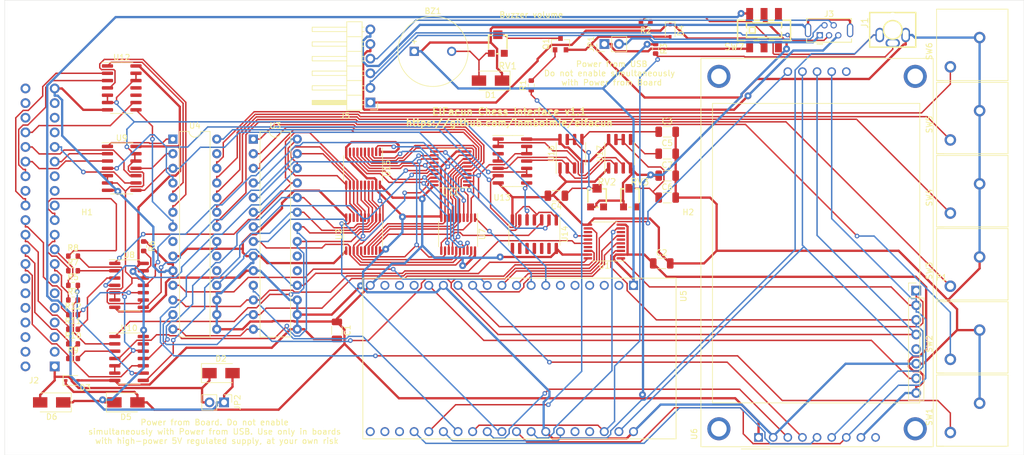
<source format=kicad_pcb>
(kicad_pcb (version 20211014) (generator pcbnew)
  (layers (0 "F.Cu" signal) (31 "B.Cu" signal) (34 "B.Paste" user) (35 "F.Paste" user) (36 "B.SilkS" user "B.Silkscreen") (37 "F.SilkS" user "F.Silkscreen") (38 "B.Mask" user) (39 "F.Mask" user) (44 "Edge.Cuts" user))
  (net 0 "")
  (net 1 "Net-(U1-Pad17)")
  (net 2 "Net-(U1-Pad15)")
  (net 3 "Net-(U1-Pad13)")
  (net 4 "GND")
  (net 5 "Net-(U1-Pad8)")
  (net 6 "Net-(U1-Pad6)")
  (net 7 "Net-(U3-Pad20)")
  (net 8 "Net-(U3-Pad19)")
  (net 9 "Net-(U4-Pad27)")
  (net 10 "Net-(U4-Pad20)")
  (net 11 "Net-(U4-Pad19)")
  (net 12 "Net-(U4-Pad8)")
  (net 13 "Net-(U6-Pad14)")
  (net 14 "Net-(U6-Pad9)")
  (net 15 "Net-(U5-Pad38)")
  (net 16 "Net-(U5-Pad37)")
  (net 17 "Net-(U5-Pad36)")
  (net 18 "Net-(U5-Pad24)")
  (net 19 "Net-(U5-Pad23)")
  (net 20 "Net-(U5-Pad18)")
  (net 21 "Net-(U5-Pad17)")
  (net 22 "Net-(U5-Pad16)")
  (net 23 "Net-(U5-Pad4)")
  (net 24 "Net-(U5-Pad3)")
  (net 25 "+5V")
  (net 26 "Net-(U5-Pad2)")
  (net 27 "+3V3")
  (net 28 "Net-(J2-Pad40)")
  (net 29 "Net-(J2-Pad38)")
  (net 30 "Net-(J2-Pad37)")
  (net 31 "Net-(J2-Pad36)")
  (net 32 "Net-(J2-Pad35)")
  (net 33 "Net-(J2-Pad33)")
  (net 34 "Net-(J2-Pad27)")
  (net 35 "Net-(J2-Pad26)")
  (net 36 "Net-(J2-Pad25)")
  (net 37 "Net-(J2-Pad23)")
  (net 38 "Net-(J2-Pad14)")
  (net 39 "Net-(J2-Pad13)")
  (net 40 "Net-(J2-Pad12)")
  (net 41 "Net-(J2-Pad11)")
  (net 42 "Net-(J2-Pad10)")
  (net 43 "Net-(J2-Pad9)")
  (net 44 "Net-(J2-Pad8)")
  (net 45 "Net-(J2-Pad7)")
  (net 46 "Net-(J2-Pad6)")
  (net 47 "Net-(J2-Pad5)")
  (net 48 "Net-(J2-Pad4)")
  (net 49 "Net-(J2-Pad3)")
  (net 50 "Net-(J2-Pad2)")
  (net 51 "Net-(P1-Pad5)")
  (net 52 "Net-(BZ1-Pad2)")
  (net 53 "/buzzer")
  (net 54 "/jack_r")
  (net 55 "/but_1")
  (net 56 "/but_3")
  (net 57 "/but_4")
  (net 58 "/but_5")
  (net 59 "/but_6")
  (net 60 "/but_2")
  (net 61 "/bus_22")
  (net 62 "/bus_21")
  (net 63 "/bus_20")
  (net 64 "/bus_19")
  (net 65 "/bus_18")
  (net 66 "/bus_17")
  (net 67 "/bus_16")
  (net 68 "/bus_15")
  (net 69 "/rst_rfid")
  (net 70 "/so_5v")
  (net 71 "/si_3v")
  (net 72 "/sck_3v")
  (net 73 "/sck_5v")
  (net 74 "/si_5v")
  (net 75 "/reset_5v")
  (net 76 "/so_3v")
  (net 77 "/reset_3v")
  (net 78 "/dc_3v")
  (net 79 "/bus_22_o")
  (net 80 "/bus_21_o")
  (net 81 "/bus_20_o")
  (net 82 "/bus_19_o")
  (net 83 "/bus_18_o")
  (net 84 "/bus_17_o")
  (net 85 "/bus_16_o")
  (net 86 "/bus_15_o")
  (net 87 "/cs_tft")
  (net 88 "/vout")
  (net 89 "/LED_WR_LOAD")
  (net 90 "/ROW_LOAD")
  (net 91 "/COLUMN_DISABLE")
  (net 92 "/LED_WR_DISABLE_COLUMN_LOAD")
  (net 93 "/CONTROLLER_OUTPUT_DISABLE")
  (net 94 "/CONTROLLER_OUTPUT_CHIPSELECT")
  (net 95 "/CONTROLLER_OUTPUT_CHIPSELECT_BUTTONS")
  (net 96 "/cs_sd")
  (net 97 "/con_15")
  (net 98 "/con_16")
  (net 99 "/con_17")
  (net 100 "/con_18")
  (net 101 "/con_19")
  (net 102 "/con_20")
  (net 103 "/con_21")
  (net 104 "/con_22")
  (net 105 "/con_29")
  (net 106 "/con_30")
  (net 107 "/con_31")
  (net 108 "/con_32")
  (net 109 "/sda_rfid")
  (net 110 "/usb_6")
  (net 111 "/usb_5")
  (net 112 "/usb_4")
  (net 113 "/usb_3")
  (net 114 "/usb_2")
  (net 115 "/usb_1")
  (net 116 "/jack_l")
  (net 117 "Net-(Q1-Pad3)")
  (net 118 "Net-(RV1-Pad1)")
  (net 119 "Net-(U1-Pad4)")
  (net 120 "Net-(U5-Pad6)")
  (net 121 "Net-(U5-Pad5)")
  (net 122 "Net-(J2-Pad15)")
  (net 123 "Net-(J2-Pad16)")
  (net 124 "Net-(J2-Pad17)")
  (net 125 "Net-(J2-Pad18)")
  (net 126 "Net-(J2-Pad19)")
  (net 127 "Net-(J2-Pad20)")
  (net 128 "Net-(J2-Pad21)")
  (net 129 "Net-(J2-Pad22)")
  (net 130 "/v_switch")
  (net 131 "/latch_b")
  (net 132 "/latch_a")
  (net 133 "Net-(SW7-Pad6)")
  (net 134 "Net-(SW7-Pad3)")
  (net 135 "/vin")
  (net 136 "/to_usb1")
  (net 137 "/to_j")
  (net 138 "Net-(C3-Pad1)")
  (net 139 "Net-(C4-Pad1)")
  (net 140 "/ROW_LOAD_INHIB")
  (net 141 "Net-(C5-Pad1)")
  (net 142 "Net-(C6-Pad1)")
  (net 143 "/COL_TRIG_INHIB_inv")
  (net 144 "/inhib_inv")
  (net 145 "/COL_TRIG_INHIB")
  (net 146 "/TRIGGER_COLUMN_LOAD")
  (net 147 "/inhib_pulse_long")
  (net 148 "Net-(U13-Pad3)")
  (net 149 "/inhib_pulse_short")
  (net 150 "Net-(U14-Pad13)")
  (net 151 "Net-(U14-Pad12)")
  (net 152 "Net-(U14-Pad11)")
  (net 153 "Net-(U14-Pad10)")
  (net 154 "Net-(U14-Pad9)")
  (net 155 "Net-(U14-Pad8)")
  (net 156 "/con_24")
  (net 157 "/con_28")
  (net 158 "/con_34")
  (net 159 "/display_control_c")
  (net 160 "/display_control_b")
  (net 161 "/display_control_a")
  (net 162 "Net-(U12-Pad11)")
  (net 163 "Net-(U12-Pad10)")
  (net 164 "/bus_22_d")
  (net 165 "/bus_21_d")
  (net 166 "/bus_20_d")
  (net 167 "/bus_19_d")
  (net 168 "/bus_18_d")
  (net 169 "/bus_17_d")
  (net 170 "/bus_16_d")
  (net 171 "/bus_15_d")
  (net 172 "Net-(RV2-Pad1)")
  (net 173 "Net-(RV3-Pad1)")
  (net 174 "Net-(Q1-Pad1)")
  (net 175 "/en_bus_5v")
  (net 176 "/en_bus_3v")
  (footprint "esp32:MODULE_ESP32-DEVKITC-32D" (layer "F.Cu") (at 147.86 127 -90)
    (fp_text reference "U5")
    (fp_text value "ESP32-DEVKITC-32D")
  )
  (footprint "Capacitor_SMD:C_1206_3216Metric" (layer "F.Cu") (at 116.11 122.125 -90)
    (fp_text reference "C1")
    (fp_text value "100uF")
  )
  (footprint "Diode_SMD:D_SMA" (layer "F.Cu") (at 95.98 129.54)
    (fp_text reference "D2")
    (fp_text value "SS34")
  )
  (footprint "Package_DIP:DIP-28_W7.62mm" (layer "F.Cu") (at 87.63 88.9)
    (fp_text reference "U4")
    (fp_text value "MCP23S17_SS")
  )
  (footprint "Diode_SMD:D_SMA" (layer "F.Cu") (at 142.78 78.74 180)
    (fp_text reference "D1")
    (fp_text value "SS34")
  )
  (footprint "Buzzer_Beeper:MagneticBuzzer_ProSignal_ABT-410-RC" (layer "F.Cu") (at 129.54 73.66)
    (fp_text reference "BZ1")
    (fp_text value "Buzzer")
  )
  (footprint "Resistor_SMD:R_0603_1608Metric" (layer "F.Cu") (at 149.86 79.565 90)
    (fp_text reference "R1")
    (fp_text value "150")
  )
  (footprint "Connector_PinHeader_2.54mm:PinHeader_1x06_P2.54mm_Horizontal" (layer "F.Cu") (at 121.92 82.55 180)
    (fp_text reference "J5")
    (fp_text value "Conn_01x06")
  )
  (footprint "Connector_PinHeader_2.54mm:PinHeader_1x02_P2.54mm_Vertical" (layer "F.Cu") (at 162.56 72.39 90)
    (fp_text reference "JP1")
    (fp_text value "Jumper")
  )
  (footprint "Package_TO_SOT_SMD:SOT-23" (layer "F.Cu") (at 154.94 72.39 90)
    (fp_text reference "Q1")
    (fp_text value "2N3904")
  )
  (footprint "audio:AUDIO-TH_PJ-3059-X" (layer "F.Cu") (at 212.63 71.5245 90)
    (fp_text reference "J1")
    (fp_text value "AudioJack3" hide)
  )
  (footprint "potent:RES-ADJ-SMD_G32AT" (layer "F.Cu") (at 144.05 72.39)
    (fp_text reference "RV1")
    (fp_text value "10K" hide)
  )
  (footprint "Diode_SMD:D_SOD-323" (layer "F.Cu") (at 70.07 130.81)
    (fp_text reference "D3")
    (fp_text value "D_TVS")
  )
  (footprint "Diode_SMD:D_SOD-323" (layer "F.Cu") (at 173.99 70.07 -90)
    (fp_text reference "D4")
    (fp_text value "D_TVS")
  )
  (footprint "Connector_PinHeader_2.54mm:PinHeader_1x08_P2.54mm_Vertical" (layer "F.Cu") (at 216.71 115.215)
    (fp_text reference "P1")
    (fp_text value "RFID-RC522-MODULE")
  )
  (footprint "audio:honyone_pb13_switch" (layer "F.Cu") (at 220.25 116.84 90)
    (fp_text reference "SW3")
    (fp_text value "SW_Push")
  )
  (footprint "audio:honyone_pb13_switch" (layer "F.Cu") (at 220.25 91.44 90)
    (fp_text reference "SW5")
    (fp_text value "SW_Push")
  )
  (footprint "audio:honyone_pb13_switch" (layer "F.Cu") (at 220.25 129.54 90)
    (fp_text reference "SW2")
    (fp_text value "SW_Push")
  )
  (footprint "audio:honyone_pb13_switch" (layer "F.Cu") (at 220.25 142.24 90)
    (fp_text reference "SW1")
    (fp_text value "SW_Push")
  )
  (footprint "audio:honyone_pb13_switch" (layer "F.Cu") (at 220.25 78.74 90)
    (fp_text reference "SW6")
    (fp_text value "SW_Push")
  )
  (footprint "Capacitor_SMD:C_1206_3216Metric" (layer "F.Cu") (at 172.515 110.49)
    (fp_text reference "C2")
    (fp_text value "100uF")
  )
  (footprint "audio:honyone_pb13_switch" (layer "F.Cu") (at 220.25 104.14 90)
    (fp_text reference "SW4")
    (fp_text value "SW_Push")
  )
  (footprint "Diode_SMD:D_SMA" (layer "F.Cu") (at 79.47 134.62)
    (fp_text reference "D5")
    (fp_text value "SS34")
  )
  (footprint "Package_DIP:DIP-28_W7.62mm" (layer "F.Cu") (at 101.6 88.9)
    (fp_text reference "U3")
    (fp_text value "MCP23S17_SS")
  )
  (footprint "Package_SO:TSSOP-20_4.4x6.5mm_P0.65mm" (layer "F.Cu") (at 120.65 105.41 90)
    (fp_text reference "U2")
    (fp_text value "74HC245")
  )
  (footprint "Package_SO:TSSOP-20_4.4x6.5mm_P0.65mm" (layer "F.Cu") (at 137.16 105.41 -90)
    (fp_text reference "U7")
    (fp_text value "74HCT373")
  )
  (footprint "Package_SO:SOIC-14_3.9x8.7mm_P1.27mm" (layer "F.Cu") (at 78.74 93.98)
    (fp_text reference "U9")
    (fp_text value "MC14066BDG")
  )
  (footprint "Resistor_SMD:R_0603_1608Metric" (layer "F.Cu") (at 82.55 107.505 -90)
    (fp_text reference "R6")
    (fp_text value "10K")
  )
  (footprint "Package_SO:TSSOP-20_4.4x6.5mm_P0.65mm" (layer "F.Cu") (at 135.89 93.98 180)
    (fp_text reference "U11")
    (fp_text value "74HCT373")
  )
  (footprint "Package_SO:TSSOP-20_4.4x6.5mm_P0.65mm" (layer "F.Cu") (at 162.56 106.68 180)
    (fp_text reference "U1")
    (fp_text value "TXS0108EPW")
  )
  (footprint "dpdt_2:SW-TH_K3-2235S-K1" (layer "F.Cu") (at 190.285 69.9823)
    (fp_text reference "SW7")
    (fp_text value "SW_DPDT_x2" hide)
  )
  (footprint "MountingHole:MountingHole_3.5mm" (layer "F.Cu") (at 177.12 104.27)
    (fp_text reference "H2")
    (fp_text value "MountingHole")
  )
  (footprint "Package_SO:SOIC-14_3.9x8.7mm_P1.27mm" (layer "F.Cu") (at 150.4 105.41 -90)
    (fp_text reference "U14")
    (fp_text value "74HCT08")
  )
  (footprint "Connector_USB:USB_Mini-B_Tensility_54-00023_Vertical" (layer "F.Cu") (at 199.975 70.8796)
    (fp_text reference "J3")
    (fp_text value "USB_B_Mini")
  )
  (footprint "Display:CR2013-MI2120" (layer "F.Cu") (at 189.331 140.705 90)
    (fp_text reference "U6")
    (fp_text value "CR2013-MI2120")
  )
  (footprint "Capacitor_SMD:C_1206_3216Metric" (layer "F.Cu") (at 173.465 95.25)
    (fp_text reference "C7")
    (fp_text value "100uF")
  )
  (footprint "Capacitor_SMD:C_1206_3216Metric" (layer "F.Cu") (at 173.465 99.06)
    (fp_text reference "C6")
    (fp_text value "1nF")
  )
  (footprint "Capacitor_SMD:C_1206_3216Metric" (layer "F.Cu") (at 154.226 98.734 180)
    (fp_text reference "C4")
    (fp_text value "100nF")
  )
  (footprint "Package_SO:SOIC-14_3.9x8.7mm_P1.27mm" (layer "F.Cu") (at 78.74 80.01)
    (fp_text reference "U12")
    (fp_text value "MC14066BDG")
  )
  (footprint "Diode_SMD:D_SMA" (layer "F.Cu") (at 66.58 134.62 180)
    (fp_text reference "D6")
    (fp_text value "SS34")
  )
  (footprint "Package_SO:SOIC-14_3.9x8.7mm_P1.27mm" (layer "F.Cu") (at 80.01 114.3)
    (fp_text reference "U8")
    (fp_text value "MC14066BDG")
  )
  (footprint "Resistor_SMD:R_0603_1608Metric" (layer "F.Cu") (at 70.295 114.3)
    (fp_text reference "R5")
    (fp_text value "1K")
  )
  (footprint "Resistor_SMD:R_0603_1608Metric" (layer "F.Cu") (at 70.295 111.76)
    (fp_text reference "R7")
    (fp_text value "1K")
  )
  (footprint "Resistor_SMD:R_0603_1608Metric" (layer "F.Cu") (at 70.295 109.22)
    (fp_text reference "R8")
    (fp_text value "1K")
  )
  (footprint "Resistor_SMD:R_0603_1608Metric" (layer "F.Cu") (at 70.295 124.46)
    (fp_text reference "R10")
    (fp_text value "1K")
  )
  (footprint "Resistor_SMD:R_0603_1608Metric" (layer "F.Cu") (at 70.295 121.92)
    (fp_text reference "R11")
    (fp_text value "1K")
  )
  (footprint "Resistor_SMD:R_0603_1608Metric" (layer "F.Cu") (at 70.295 116.84)
    (fp_text reference "R4")
    (fp_text value "1K")
  )
  (footprint "Resistor_SMD:R_0603_1608Metric" (layer "F.Cu") (at 70.295 127)
    (fp_text reference "R9")
    (fp_text value "1K")
  )
  (footprint "Resistor_SMD:R_0603_1608Metric" (layer "F.Cu") (at 70.295 119.38)
    (fp_text reference "R12")
    (fp_text value "1K")
  )
  (footprint "Package_SO:SOIC-14_3.9x8.7mm_P1.27mm" (layer "F.Cu") (at 146.59 92.71)
    (fp_text reference "U13")
    (fp_text value "74HCT00")
  )
  (footprint "Capacitor_SMD:C_1206_3216Metric" (layer "F.Cu") (at 173.465 91.44)
    (fp_text reference "C5")
    (fp_text value "10nF")
  )
  (footprint "Capacitor_SMD:C_1206_3216Metric" (layer "F.Cu") (at 173.465 87.63)
    (fp_text reference "C3")
    (fp_text value "10nF")
  )
  (footprint "Package_SO:TSSOP-20_4.4x6.5mm_P0.65mm" (layer "F.Cu") (at 120.65 93.98 -90)
    (fp_text reference "U15")
    (fp_text value "74HC245")
  )
  (footprint "Connector_PinHeader_2.54mm:PinHeader_1x02_P2.54mm_Vertical" (layer "F.Cu") (at 96.52 134.62 -90)
    (fp_text reference "JP2")
    (fp_text value "Jumper_2_Open")
  )
  (footprint "Package_SO:SOIC-8_3.9x4.9mm_P1.27mm" (layer "F.Cu") (at 165.2 91.44 90)
    (fp_text reference "U17")
    (fp_text value "TLC555")
  )
  (footprint "Package_SO:SOIC-8_3.9x4.9mm_P1.27mm" (layer "F.Cu") (at 156.75 91.44 90)
    (fp_text reference "U16")
    (fp_text value "TLC555")
  )
  (footprint "Package_SO:SOIC-14_3.9x8.7mm_P1.27mm" (layer "F.Cu") (at 80.01 127)
    (fp_text reference "U10")
    (fp_text value "MC14066BDG")
  )
  (footprint "con_5_08:PinHeader_2x20_P2.54mm_Horizontal" (layer "F.Cu") (at 64.5642 128.369 180)
    (fp_text reference "J2")
    (fp_text value "Conn_02x20_Odd_Even")
  )
  (footprint "MountingHole:MountingHole_3.5mm" (layer "F.Cu") (at 72.72 104.27)
    (fp_text reference "H1")
    (fp_text value "MountingHole")
  )
  (footprint "Resistor_SMD:R_0603_1608Metric" (layer "F.Cu") (at 171.45 73.215 -90)
    (fp_text reference "R3")
    (fp_text value "1,5K")
  )
  (footprint "Resistor_SMD:R_0603_1608Metric" (layer "F.Cu") (at 169.735 68.58 180)
    (fp_text reference "R2")
    (fp_text value "1,5K")
  )
  (footprint "potent:RES-ADJ-SMD_G32AT" (layer "F.Cu") (at 161.29 99.06)
    (fp_text reference "RV2")
    (fp_text value "10K" hide)
  )
  (footprint "potent:RES-ADJ-SMD_G32AT" (layer "F.Cu") (at 167.01 99.06)
    (fp_text reference "RV3")
    (fp_text value "10K" hide)
  )
  (gr_line (start 58.42 64.77) (end 58.42 143.77) (layer "Edge.Cuts") (width 0.05))
  (gr_line (start 58.42 64.77) (end 235.42 64.77) (layer "Edge.Cuts") (width 0.05))
  (gr_line (start 58.42 143.77) (end 235.42 143.77) (layer "Edge.Cuts") (width 0.05))
  (gr_line (start 235.42 64.77) (end 235.42 143.77) (layer "Edge.Cuts") (width 0.05))
  (gr_text "Power from Board. Do not enable \nsimultaneously with Power from USB. Use only in boards \nwith high-power 5V regulated supply, at your own risk\n" (at 95.25 139.7) (layer "F.SilkS") (effects (font (size 1 1))))
  (gr_text "Buzzer volume" (at 149.86 67.31) (layer "F.SilkS") (effects (font (size 1 1))))
  (gr_text "Power from USB\nDo not enable simultaneously \nwith Power from Board" (at 163.83 77.47) (layer "F.SilkS") (effects (font (size 1 1))))
  (gr_text "ElFacun Chess Interface v1.1\nhttps://github.com/inmbolmie/elfacun" (at 146.05 85.09) (layer "F.SilkS") (effects (font (size 1.2 1.2) (thickness 0.25))))
  (segment (start 89.9862 125.1337) (end 104.806 125.1337) (width 0.4) (layer "F.Cu") (net 4))
  (segment (start 186.397 81.0725) (end 186.397 81.4261) (width 0.4) (layer "F.Cu") (net 4))
  (segment (start 155.9284 96.2966) (end 160.9134 96.2966) (width 0.4) (layer "F.Cu") (net 4))
  (segment (start 158.8084 103.755) (end 159.6975 103.755) (width 0.4) (layer "F.Cu") (net 4))
  (segment (start 214.5189 72.4748) (end 208.5359 78.4578) (width 0.4) (layer "F.Cu") (net 4))
  (segment (start 71.12 130.81) (end 71.8203 130.81) (width 0.4) (layer "F.Cu") (net 4))
  (segment (start 153.6392 98.5858) (end 158.8084 103.755) (width 0.4) (layer "F.Cu") (net 4))
  (segment (start 223.8053 122.07) (end 217.9603 127.915) (width 0.4) (layer "F.Cu") (net 4))
  (segment (start 109.22 121.92) (end 110.4203 121.92) (width 0.4) (layer "F.Cu") (net 4))
  (segment (start 134.235 102.5475) (end 134.021 102.3335) (width 0.4) (layer "F.Cu") (net 4))
  (segment (start 160.2746 72.4029) (end 159.2875 73.39) (width 0.4) (layer "F.Cu") (net 4))
  (segment (start 86.8482 110.5597) (end 87.63 110.5597) (width 0.4) (layer "F.Cu") (net 4))
  (segment (start 222.2222 116.8556) (end 223.8053 118.4387) (width 0.4) (layer "F.Cu") (net 4))
  (segment (start 78.2517 118.8267) (end 83.5689 118.8267) (width 0.4) (layer "F.Cu") (net 4))
  (segment (start 78.2543 131.5293) (end 83.5906 131.5293) (width 0.4) (layer "F.Cu") (net 4))
  (segment (start 214.88 72.4748) (end 214.5189 72.4748) (width 0.4) (layer "F.Cu") (net 4))
  (segment (start 87.63 111.76) (end 87.63 112.9603) (width 0.4) (layer "F.Cu") (net 4))
  (segment (start 72.0655 83.82) (end 76.265 83.82) (width 0.4) (layer "F.Cu") (net 4))
  (segment (start 87.2548 112.9603) (end 87.63 112.9603) (width 0.4) (layer "F.Cu") (net 4))
  (segment (start 112.1003 123.6) (end 110.4203 121.92) (width 0.4) (layer "F.Cu") (net 4))
  (segment (start 146.59 98.995) (end 152.49 98.995) (width 0.4) (layer "F.Cu") (net 4))
  (segment (start 136.8721 91.055) (end 138.7525 91.055) (width 0.4) (layer "F.Cu") (net 4))
  (segment (start 216.71 127.915) (end 217.9603 127.915) (width 0.4) (layer "F.Cu") (net 4))
  (segment (start 104.806 125.1337) (end 108.0197 121.92) (width 0.4) (layer "F.Cu") (net 4))
  (segment (start 153.6392 98.5858) (end 155.9284 96.2966) (width 0.4) (layer "F.Cu") (net 4))
  (segment (start 159.6975 103.755) (end 160.7584 102.6941) (width 0.4) (layer "F.Cu") (net 4))
  (segment (start 86.4297 115.9659) (end 86.4297 113.7854) (width 0.4) (layer "F.Cu") (net 4))
  (segment (start 182.0491 100.2003) (end 180.9088 99.06) (width 0.4) (layer "F.Cu") (net 4))
  (segment (start 174.94 91.44) (end 174.94 87.63) (width 0.4) (layer "F.Cu") (net 4))
  (segment (start 182.0491 108.2934) (end 213.66 108.2934) (width 0.4) (layer "F.Cu") (net 4))
  (segment (start 186.397 81.4261) (end 186.1427 81.6804) (width 0.4) (layer "F.Cu") (net 4))
  (segment (start 122.925 97.6974) (end 122.925 96.8425) (width 0.4) (layer "F.Cu") (net 4))
  (segment (start 115.2113 119.38) (end 120.2226 114.3687) (width 0.4) (layer "F.Cu") (net 4))
  (segment (start 174.94 99.06) (end 174.94 95.25) (width 0.4) (layer "F.Cu") (net 4))
  (segment (start 117.725 90.3222) (end 118.6229 89.4243) (width 0.4) (layer "F.Cu") (net 4))
  (segment (start 179.8525 110.49) (end 173.99 110.49) (width 0.4) (layer "F.Cu") (net 4))
  (segment (start 126.2833 91.1175) (end 123.575 91.1175) (width 0.4) (layer "F.Cu") (net 4))
  (segment (start 109.22 121.92) (end 108.0197 121.92) (width 0.4) (layer "F.Cu") (net 4))
  (segment (start 77.535 118.11) (end 78.2517 118.8267) (width 0.4) (layer "F.Cu") (net 4))
  (segment (start 87.63 111.76) (end 87.63 110.5597) (width 0.4) (layer "F.Cu") (net 4))
  (segment (start 189.0117 78.4578) (end 186.397 81.0725) (width 0.4) (layer "F.Cu") (net 4))
  (segment (start 116.11 123.6) (end 112.1003 123.6) (width 0.4) (layer "F.Cu") (net 4))
  (segment (start 101.6 111.76) (end 100.3997 111.76) (width 0.4) (layer "F.Cu") (net 4))
  (segment (start 86.4297 113.7854) (end 87.2548 112.9603) (width 0.4) (layer "F.Cu") (net 4))
  (segment (start 172.0164 108.5164) (end 173.99 110.49) (width 0.4) (layer "F.Cu") (net 4))
  (segment (start 182.0491 108.2934) (end 179.8525 110.49) (width 0.4) (layer "F.Cu") (net 4))
  (segment (start 126.8199 89.9383) (end 126.8199 90.5809) (width 0.4) (layer "F.Cu") (net 4))
  (segment (start 121.3196 95.7042) (end 117.725 92.1096) (width 0.4) (layer "F.Cu") (net 4))
  (segment (start 154.845 95.2132) (end 154.845 93.915) (width 0.4) (layer "F.Cu") (net 4))
  (segment (start 123.575 108.2725) (end 124.3254 108.2725) (width 0.4) (layer "F.Cu") (net 4))
  (segment (start 83.5906 131.5293) (end 89.9862 125.1337) (width 0.4) (layer "F.Cu") (net 4))
  (segment (start 118.6229 89.4243) (end 126.3059 89.4243) (width 0.4) (layer "F.Cu") (net 4))
  (segment (start 134.021 102.3335) (end 127.5611 102.3335) (width 0.4) (layer "F.Cu") (net 4))
  (segment (start 83.5689 118.8267) (end 86.4297 115.9659) (width 0.4) (layer "F.Cu") (net 4))
  (segment (start 126.8199 90.5809) (end 126.2833 91.1175) (width 0.4) (layer "F.Cu") (net 4))
  (segment (start 222.2222 116.8556) (end 227.72 111.3578) (width 0.4) (layer "F.Cu") (net 4))
  (segment (start 82.55 106.68) (end 82.9685 106.68) (width 0.4) (layer "F.Cu") (net 4))
  (segment (start 122.6404 95.7042) (end 121.3196 95.7042) (width 0.4) (layer "F.Cu") (net 4))
  (segment (start 186.1427 81.6804) (end 169.5521 81.6804) (width 0.4) (layer "F.Cu") (net 4))
  (segment (start 180.9088 99.06) (end 174.94 99.06) (width 0.4) (layer "F.Cu") (net 4))
  (segment (start 134.021 102.3335) (end 134.1658 102.1887) (width 0.4) (layer "F.Cu") (net 4))
  (segment (start 170.4592 102.6941) (end 172.0164 104.2513) (width 0.4) (layer "F.Cu") (net 4))
  (segment (start 122.925 96.8425) (end 122.925 95.9888) (width 0.4) (layer "F.Cu") (net 4))
  (segment (start 227.72 122.07) (end 223.8053 122.07) (width 0.4) (layer "F.Cu") (net 4))
  (segment (start 160.9134 96.2966) (end 163.295 93.915) (width 0.4) (layer "F.Cu") (net 4))
  (segment (start 227.72 111.3578) (end 227.72 109.37) (width 0.4) (layer "F.Cu") (net 4))
  (segment (start 100.3997 111.76) (end 99.1994 112.9603) (width 0.4) (layer "F.Cu") (net 4))
  (segment (start 208.5359 78.4578) (end 189.0117 78.4578) (width 0.4) (layer "F.Cu") (net 4))
  (segment (start 169.5521 81.6804) (end 160.2746 72.4029) (width 0.4) (layer "F.Cu") (net 4))
  (segment (start 155.9284 96.2966) (end 154.845 95.2132) (width 0.4) (layer "F.Cu") (net 4))
  (segment (start 146.59 98.995) (end 146.59 102.935) (width 0.4) (layer "F.Cu") (net 4))
  (segment (start 77.535 130.81) (end 78.2543 131.5293) (width 0.4) (layer "F.Cu") (net 4))
  (segment (start 109.22 119.38) (end 115.2113 119.38) (width 0.4) (layer "F.Cu") (net 4))
  (segment (start 214.88 70.8245) (end 214.88 72.4748) (width 0.4) (layer "F.Cu") (net 4))
  (segment (start 68.3545 80.109) (end 72.0655 83.82) (width 0.4) (layer "F.Cu") (net 4))
  (segment (start 82.9685 106.68) (end 86.8482 110.5597) (width 0.4) (layer "F.Cu") (net 4))
  (segment (start 161.5575 71.12) (end 173.99 71.12) (width 0.4) (layer "F.Cu") (net 4))
  (segment (start 67.1042 80.109) (end 68.3545 80.109) (width 0.4) (layer "F.Cu") (net 4))
  (segment (start 152.751 98.734) (end 153.491 98.734) (width 0.4) (layer "F.Cu") (net 4))
  (segment (start 182.0491 108.2934) (end 182.0491 100.2003) (width 0.4) (layer "F.Cu") (net 4))
  (segment (start 213.66 108.2934) (end 222.2222 116.8556) (width 0.4) (layer "F.Cu") (net 4))
  (segment (start 159.2875 73.39) (end 155.89 73.39) (width 0.4) (layer "F.Cu") (net 4))
  (segment (start 174.94 95.25) (end 174.94 91.44) (width 0.4) (layer "F.Cu") (net 4))
  (segment (start 124.3254 108.2725) (end 124.5799 108.018) (width 0.4) (layer "F.Cu") (net 4))
  (segment (start 117.725 92.1096) (end 117.725 91.1175) (width 0.4) (layer "F.Cu") (net 4))
  (segment (start 167.62 139.7) (end 166.4275 140.8925) (width 0.4) (layer "F.Cu") (net 4))
  (segment (start 166.4275 140.8925) (end 153.5725 140.8925) (width 0.4) (layer "F.Cu") (net 4))
  (segment (start 152.49 98.995) (end 152.751 98.734) (width 0.4) (layer "F.Cu") (net 4))
  (segment (start 134.1658 93.7613) (end 136.8721 91.055) (width 0.4) (layer "F.Cu") (net 4))
  (segment (start 126.3059 89.4243) (end 126.8199 89.9383) (width 0.4) (layer "F.Cu") (net 4))
  (segment (start 160.7584 102.6941) (end 170.4592 102.6941) (width 0.4) (layer "F.Cu") (net 4))
  (segment (start 76.265 97.79) (end 77.8748 97.79) (width 0.4) (layer "F.Cu") (net 4))
  (segment (start 117.725 91.1175) (end 117.725 90.3222) (width 0.4) (layer "F.Cu") (net 4))
  (segment (start 127.5611 102.3335) (end 122.925 97.6974) (width 0.4) (layer "F.Cu") (net 4))
  (segment (start 134.1658 102.1887) (end 134.1658 93.7613) (width 0.4) (layer "F.Cu") (net 4))
  (segment (start 99.1994 112.9603) (end 87.63 112.9603) (width 0.4) (layer "F.Cu") (net 4))
  (segment (start 127.5611 102.3335) (end 127.486 102.4086) (width 0.4) (layer "F.Cu") (net 4))
  (segment (start 77.8748 97.79) (end 78.0578 97.973) (width 0.4) (layer "F.Cu") (net 4))
  (segment (start 223.8053 118.4387) (end 223.8053 122.07) (width 0.4) (layer "F.Cu") (net 4))
  (segment (start 153.491 98.734) (end 153.6392 98.5858) (width 0.4) (layer "F.Cu") (net 4))
  (segment (start 153.5725 140.8925) (end 152.38 139.7) (width 0.4) (layer "F.Cu") (net 4))
  (segment (start 122.925 95.9888) (end 122.6404 95.7042) (width 0.4) (layer "F.Cu") (net 4))
  (segment (start 172.0164 104.2513) (end 172.0164 108.5164) (width 0.4) (layer "F.Cu") (net 4))
  (segment (start 77.535 130.81) (end 71.8203 130.81) (width 0.4) (layer "F.Cu") (net 4))
  (segment (start 144.115 96.52) (end 146.59 98.995) (width 0.4) (layer "F.Cu") (net 4))
  (segment (start 160.2746 72.4029) (end 161.5575 71.12) (width 0.4) (layer "F.Cu") (net 4))
  (via (at 124.5799 108.018) (size 1.2) (drill 0.5) (layers "F.Cu" "B.Cu") (net 4))
  (via (at 120.2226 114.3687) (size 1.2) (drill 0.5) (layers "F.Cu" "B.Cu") (net 4))
  (via (at 127.486 102.4086) (size 1.2) (drill 0.5) (layers "F.Cu" "B.Cu") (net 4))
  (via (at 78.0578 97.973) (size 1.2) (drill 0.5) (layers "F.Cu" "B.Cu") (net 4))
  (segment (start 109.22 116.84) (end 109.22 119.38) (width 0.4) (layer "B.Cu") (net 4))
  (segment (start 120.6495 114.3687) (end 120.2226 114.3687) (width 0.4) (layer "B.Cu") (net 4))
  (segment (start 167.62 139.7) (end 172.3182 135.0018) (width 0.4) (layer "B.Cu") (net 4))
  (segment (start 153.0156 132.7156) (end 153.0156 133.5853) (width 0.4) (layer "B.Cu") (net 4))
  (segment (start 68.3938 88.309) (end 78.0578 97.973) (width 0.4) (layer "B.Cu") (net 4))
  (segment (start 109.22 116.84) (end 107.8803 116.84) (width 0.4) (layer "B.Cu") (net 4))
  (segment (start 124.5799 108.018) (end 127.486 105.1119) (width 0.4) (layer "B.Cu") (net 4))
  (segment (start 87.63 111.76) (end 86.4297 111.76) (width 0.4) (layer "B.Cu") (net 4))
  (segment (start 109.22 121.92) (end 109.22 119.38) (width 0.4) (layer "B.Cu") (net 4))
  (segment (start 227.72 71.27) (end 216.4758 71.27) (width 0.4) (layer "B.Cu") (net 4))
  (segment (start 134.6 114.3) (end 153.0156 132.7156) (width 0.4) (layer "B.Cu") (net 4))
  (segment (start 216.4758 71.27) (end 216.0303 70.8245) (width 0.4) (layer "B.Cu") (net 4))
  (segment (start 227.72 122.07) (end 227.72 134.77) (width 0.4) (layer "B.Cu") (net 4))
  (segment (start 85.2511 111.9726) (end 84.232 110.9535) (width 0.4) (layer "B.Cu") (net 4))
  (segment (start 101.6 111.76) (end 102.8003 111.76) (width 0.4) (layer "B.Cu") (net 4))
  (segment (start 152.015 134.5859) (end 152.015 139.335) (width 0.4) (layer "B.Cu") (net 4))
  (segment (start 172.3182 135.0018) (end 186.3887 135.0018) (width 0.4) (layer "B.Cu") (net 4))
  (segment (start 134.6 114.3) (end 133.404 115.496) (width 0.4) (layer "B.Cu") (net 4))
  (segment (start 216.71 127.915) (end 204.4401 127.915) (width 0.4) (layer "B.Cu") (net 4))
  (segment (start 84.232 110.9535) (end 84.232 104.1472) (width 0.4) (layer "B.Cu") (net 4))
  (segment (start 120.6495 111.9484) (end 124.5799 108.018) (width 0.4) (layer "B.Cu") (net 4))
  (segment (start 67.6223 81.3593) (end 68.3938 82.1308) (width 0.4) (layer "B.Cu") (net 4))
  (segment (start 227.72 96.67) (end 227.72 83.97) (width 0.4) (layer "B.Cu") (net 4))
  (segment (start 227.72 83.97) (end 227.72 71.27) (width 0.4) (layer "B.Cu") (net 4))
  (segment (start 133.404 115.496) (end 121.3805 115.496) (width 0.4) (layer "B.Cu") (net 4))
  (segment (start 127.486 105.1119) (end 127.486 102.4086) (width 0.4) (layer "B.Cu") (net 4))
  (segment (start 227.72 109.37) (end 227.72 96.67) (width 0.4) (layer "B.Cu") (net 4))
  (segment (start 84.232 104.1472) (end 78.0578 97.973) (width 0.4) (layer "B.Cu") (net 4))
  (segment (start 86.4297 111.76) (end 86.2171 111.9726) (width 0.4) (layer "B.Cu") (net 4))
  (segment (start 86.2171 111.9726) (end 85.2511 111.9726) (width 0.4) (layer "B.Cu") (net 4))
  (segment (start 191.871 140.4841) (end 191.871 140.705) (width 0.4) (layer "B.Cu") (net 4))
  (segment (start 120.6495 114.3687) (end 120.6495 111.9484) (width 0.4) (layer "B.Cu") (net 4))
  (segment (start 67.1042 81.3593) (end 67.6223 81.3593) (width 0.4) (layer "B.Cu") (net 4))
  (segment (start 214.88 70.8245) (end 216.0303 70.8245) (width 0.4) (layer "B.Cu") (net 4))
  (segment (start 107.8803 116.84) (end 102.8003 111.76) (width 0.4) (layer "B.Cu") (net 4))
  (segment (start 68.3938 82.1308) (end 68.3938 88.309) (width 0.4) (layer "B.Cu") (net 4))
  (segment (start 67.1042 80.109) (end 67.1042 81.3593) (width 0.4) (layer "B.Cu") (net 4))
  (segment (start 186.3887 135.0018) (end 191.871 140.4841) (width 0.4) (layer "B.Cu") (net 4))
  (segment (start 204.4401 127.915) (end 191.871 140.4841) (width 0.4) (layer "B.Cu") (net 4))
  (segment (start 121.3805 115.496) (end 120.6495 114.765) (width 0.4) (layer "B.Cu") (net 4))
  (segment (start 152.015 139.335) (end 152.38 139.7) (width 0.4) (layer "B.Cu") (net 4))
  (segment (start 120.6495 114.765) (end 120.6495 114.3687) (width 0.4) (layer "B.Cu") (net 4))
  (segment (start 153.0156 133.5853) (end 152.015 134.5859) (width 0.4) (layer "B.Cu") (net 4))
  (segment (start 117.725 108.2725) (end 115.5654 110.4321) (width 0.4) (layer "F.Cu") (net 25))
  (segment (start 106.5747 99.9842) (end 108.7125 97.8464) (width 0.4) (layer "F.Cu") (net 25))
  (segment (start 163.295 89.513) (end 163.295 88.965) (width 0.4) (layer "F.Cu") (net 25))
  (segment (start 138.3698 110.8698) (end 140.085 109.1546) (width 0.4) (layer "F.Cu") (net 25))
  (segment (start 189.331 137.9554) (end 185.2816 133.906) (width 0.4) (layer "F.Cu") (net 25))
  (segment (start 167.754 94.5639) (end 167.105 93.915) (width 0.4) (layer "F.Cu") (net 25))
  (segment (start 161.1653 100.673) (end 161.1653 100.1259) (width 0.4) (layer "F.Cu") (net 25))
  (segment (start 160.165 100.673) (end 161.1653 100.673) (width 0.4) (layer "F.Cu") (net 25))
  (segment (start 104.8838 120.5804) (end 101.0713 120.5804) (width 0.4) (layer "F.Cu") (net 25))
  (segment (start 126.8807 133.906) (end 169.1779 133.906) (width 0.4) (layer "F.Cu") (net 25))
  (segment (start 140.085 109.1546) (end 140.085 108.2725) (width 0.4) (layer "F.Cu") (net 25))
  (segment (start 165.7955 99.5832) (end 165.885 99.6727) (width 0.4) (layer "F.Cu") (net 25))
  (segment (start 69.02 130.81) (end 69.02 131.4353) (width 0.4) (layer "F.Cu") (net 25))
  (segment (start 80.9496 132.7993) (end 70.384 132.7993) (width 0.4) (layer "F.Cu") (net 25))
  (segment (start 115.5654 110.4321) (end 104.0124 110.4321) (width 0.4) (layer "F.Cu") (net 25))
  (segment (start 194.1974 73.2446) (end 194.1974 72.0541) (width 0.4) (layer "F.Cu") (net 25))
  (segment (start 104.9612 120.503) (end 104.8838 120.5804) (width 0.4) (layer "F.Cu") (net 25))
  (segment (start 190.6759 68.5326) (end 190.285 68.5326) (width 0.4) (layer "F.Cu") (net 25))
  (segment (start 154.4775 108.1525) (end 155.28 108.955) (width 0.4) (layer "F.Cu") (net 25))
  (segment (start 101.0713 120.5804) (end 99.7317 121.92) (width 0.4) (layer "F.Cu") (net 25))
  (segment (start 130.9204 99.0121) (end 133.0275 96.905) (width 0.4) (layer "F.Cu") (net 25))
  (segment (start 99.7317 121.92) (end 95.25 121.92) (width 0.4) (layer "F.Cu") (net 25))
  (segment (start 116.11 120.09) (end 116.11 120.5804) (width 0.4) (layer "F.Cu") (net 25))
  (segment (start 125.8136 99.0811) (end 123.575 96.8425) (width 0.4) (layer "F.Cu") (net 25))
  (segment (start 158.655 93.915) (end 158.655 92.7146) (width 0.4) (layer "F.Cu") (net 25))
  (segment (start 167.105 93.915) (end 167.105 93.397) (width 0.4) (layer "F.Cu") (net 25))
  (segment (start 99.7647 106.8164) (end 101.1711 105.41) (width 0.4) (layer "F.Cu") (net 25))
  (segment (start 160.0934 92.7146) (end 163.258 89.55) (width 0.4) (layer "F.Cu") (net 25))
  (segment (start 190.285 67.1323) (end 190.285 68.5326) (width 0.4) (layer "F.Cu") (net 25))
  (segment (start 99.7647 107.95) (end 90.1003 107.95) (width 0.4) (layer "F.Cu") (net 25))
  (segment (start 154.4775 108.1525) (end 153.2602 109.3698) (width 0.4) (layer "F.Cu") (net 25))
  (segment (start 101.6 109.22) (end 102.8003 109.22) (width 0.4) (layer "F.Cu") (net 25))
  (segment (start 104.0124 110.4321) (end 102.8003 109.22) (width 0.4) (layer "F.Cu") (net 25))
  (segment (start 81.47 133.3197) (end 80.9496 132.7993) (width 0.4) (layer "F.Cu") (net 25))
  (segment (start 171.99 95.25) (end 170.7294 95.25) (width 0.4) (layer "F.Cu") (net 25))
  (segment (start 99.7647 107.95) (end 99.7647 106.8164) (width 0.4) (layer "F.Cu") (net 25))
  (segment (start 106.5747 100.9201) (end 106.5747 99.9842) (width 0.4) (layer "F.Cu") (net 25))
  (segment (start 167.105 93.397) (end 163.258 89.55) (width 0.4) (layer "F.Cu") (net 25))
  (segment (start 100.9999 109.22) (end 100.3997 109.22) (width 0.4) (layer "F.Cu") (net 25))
  (segment (start 113.0239 97.8464) (end 117.725 102.5475) (width 0.4) (layer "F.Cu") (net 25))
  (segment (start 108.7125 97.8464) (end 113.0239 97.8464) (width 0.4) (layer "F.Cu") (net 25))
  (segment (start 117.4225 121.9625) (end 117.4225 124.4478) (width 0.4) (layer "F.Cu") (net 25))
  (segment (start 167.754 94.5639) (end 165.7955 96.5224) (width 0.4) (layer "F.Cu") (net 25))
  (segment (start 194.1974 72.0541) (end 190.6759 68.5326) (width 0.4) (layer "F.Cu") (net 25))
  (segment (start 130.9204 99.2818) (end 130.9204 99.0811) (width 0.4) (layer "F.Cu") (net 25))
  (segment (start 168.3007 95.1107) (end 167.754 94.5639) (width 0.4) (layer "F.Cu") (net 25))
  (segment (start 155.6914 90.3439) (end 154.845 89.4975) (width 0.4) (layer "F.Cu") (net 25))
  (segment (start 101.1711 105.41) (end 102.0848 105.41) (width 0.4) (layer "F.Cu") (net 25))
  (segment (start 158.655 92.7146) (end 160.0934 92.7146) (width 0.4) (layer "F.Cu") (net 25))
  (segment (start 169.1779 133.906) (end 169.1779 133.2862) (width 0.4) (layer "F.Cu") (net 25))
  (segment (start 130.9204 99.0811) (end 125.8136 99.0811) (width 0.4) (layer "F.Cu") (net 25))
  (segment (start 170.7294 95.25) (end 170.5901 95.1107) (width 0.4) (layer "F.Cu") (net 25))
  (segment (start 155.28 108.955) (end 159.6975 108.955) (width 0.4) (layer "F.Cu") (net 25))
  (segment (start 185.2816 133.906) (end 169.1779 133.906) (width 0.4) (layer "F.Cu") (net 25))
  (segment (start 163.258 89.55) (end 163.295 89.513) (width 0.4) (layer "F.Cu") (net 25))
  (segment (start 108.7227 120.5804) (end 108.6453 120.503) (width 0.4) (layer "F.Cu") (net 25))
  (segment (start 154.845 88.965) (end 149.13 88.965) (width 0.4) (layer "F.Cu") (net 25))
  (segment (start 121.9 114.3) (end 116.11 120.09) (width 0.4) (layer "F.Cu") (net 25))
  (segment (start 116.11 120.5804) (end 108.7227 120.5804) (width 0.4) (layer "F.Cu") (net 25))
  (segment (start 130.9204 99.0811) (end 130.9204 99.0121) (width 0.4) (layer "F.Cu") (net 25))
  (segment (start 165.885 100.673) (end 165.885 99.6727) (width 0.4) (layer "F.Cu") (net 25))
  (segment (start 116.11 120.65) (end 117.4225 121.9625) (width 0.4) (layer "F.Cu") (net 25))
  (segment (start 99.7647 108.585) (end 99.7647 107.95) (width 0.4) (layer "F.Cu") (net 25))
  (segment (start 158.655 92.7146) (end 156.2843 90.3439) (width 0.4) (layer "F.Cu") (net 25))
  (segment (start 70.384 132.7993) (end 69.02 131.4353) (width 0.4) (layer "F.Cu") (net 25))
  (segment (start 117.4225 124.4478) (end 105.9818 135.8885) (width 0.4) (layer "F.Cu") (net 25))
  (segment (start 156.2843 90.3439) (end 155.6914 90.3439) (width 0.4) (layer "F.Cu") (net 25))
  (segment (start 149.13 88.965) (end 149.065 88.9) (width 0.4) (layer "F.Cu") (net 25))
  (segment (start 81.47 134.62) (end 83.1203 134.62) (width 0.4) (layer "F.Cu") (net 25))
  (segment (start 105.9818 135.8885) (end 84.3888 135.8885) (width 0.4) (layer "F.Cu") (net 25))
  (segment (start 100.3997 109.22) (end 99.7647 108.585) (width 0.4) (layer "F.Cu") (net 25))
  (segment (start 165.7955 96.5224) (end 165.7955 99.5832) (width 0.4) (layer "F.Cu") (net 25))
  (segment (start 153.2602 109.3698) (end 144.4585 109.3698) (width 0.4) (layer "F.Cu") (net 25))
  (segment (start 116.11 120.5804) (end 116.11 120.65) (width 0.4) (layer "F.Cu") (net 25))
  (segment (start 154.845 89.4975) (end 154.845 88.965) (width 0.4) (layer "F.Cu") (net 25))
  (segment (start 137.9481 110.8698) (end 138.3698 110.8698) (width 0.4) (layer "F.Cu") (net 25))
  (segment (start 102.0848 105.41) (end 106.5747 100.9201) (width 0.4) (layer "F.Cu") (net 25))
  (segment (start 100.9999 109.22) (end 101.6 109.22) (width 0.4) (layer "F.Cu") (net 25))
  (segment (start 161.1653 100.1259) (end 161.708 99.5832) (width 0.4) (layer "F.Cu") (net 25))
  (segment (start 117.4225 124.4478) (end 126.8807 133.906) (width 0.4) (layer "F.Cu") (net 25))
  (segment (start 90.1003 107.95) (end 88.8303 109.22) (width 0.4) (layer "F.Cu") (net 25))
  (segment (start 170.5901 95.1107) (end 168.3007 95.1107) (width 0.4) (layer "F.Cu") (net 25))
  (segment (start 189.331 140.705) (end 189.331 137.9554) (width 0.4) (layer "F.Cu") (net 25))
  (segment (start 108.6453 120.503) (end 104.9612 120.503) (width 0.4) (layer "F.Cu") (net 25))
  (segment (start 161.708 99.5832) (end 165.7955 99.5832) (width 0.4) (layer "F.Cu") (net 25))
  (segment (start 154.21 107.885) (end 154.4775 108.1525) (width 0.4) (layer "F.Cu") (net 25))
  (segment (start 81.47 134.62) (end 81.47 133.3197) (width 0.4) (layer "F.Cu") (net 25))
  (segment (start 84.3888 135.8885) (end 83.1203 134.62) (width 0.4) (layer "F.Cu") (net 25))
  (segment (start 87.63 109.22) (end 88.8303 109.22) (width 0.4) (layer "F.Cu") (net 25))
  (via (at 170.5901 95.1107) (size 1.2) (drill 0.5) (layers "F.Cu" "B.Cu") (net 25))
  (via (at 137.9481 110.8698) (size 1.2) (drill 0.5) (layers "F.Cu" "B.Cu") (net 25))
  (via (at 130.9204 99.2818) (size 1.2) (drill 0.5) (layers "F.Cu" "B.Cu") (net 25))
  (via (at 194.1974 73.2446) (size 1.2) (drill 0.5) (layers "F.Cu" "B.Cu") (net 25))
  (via (at 144.4585 109.3698) (size 1.2) (drill 0.5) (layers "F.Cu" "B.Cu") (net 25))
  (via (at 169.1779 133.2862) (size 1.2) (drill 0.5) (layers "F.Cu" "B.Cu") (net 25))
  (segment (start 186.3604 81.4619) (end 186.3604 81.0816) (width 0.4) (layer "B.Cu") (net 25))
  (segment (start 170.5901 95.1107) (end 172.7116 95.1107) (width 0.4) (layer "B.Cu") (net 25))
  (segment (start 130.9599 107.404) (end 130.9204 107.3645) (width 0.4) (layer "B.Cu") (net 25))
  (segment (start 169.2666 133.1975) (end 169.2666 96.4342) (width 0.4) (layer "B.Cu") (net 25))
  (segment (start 137.9481 109.5082) (end 144.3201 109.5082) (width 0.4) (layer "B.Cu") (net 25))
  (segment (start 130.9599 107.404) (end 127.8563 110.5076) (width 0.4) (layer "B.Cu") (net 25))
  (segment (start 144.3201 109.5082) (end 144.4585 109.3698) (width 0.4) (layer "B.Cu") (net 25))
  (segment (start 101.2248 110.4203) (end 96.0054 115.6397) (width 0.4) (layer "B.Cu") (net 25))
  (segment (start 101.6 110.4203) (end 101.2248 110.4203) (width 0.4) (layer "B.Cu") (net 25))
  (segment (start 95.25 121.92) (end 95.25 119.38) (width 0.4) (layer "B.Cu") (net 25))
  (segment (start 101.6 109.22) (end 101.6 110.4203) (width 0.4) (layer "B.Cu") (net 25))
  (segment (start 95.25 119.38) (end 95.25 116.84) (width 0.4) (layer "B.Cu") (net 25))
  (segment (start 186.3604 81.0816) (end 194.1974 73.2446) (width 0.4) (layer "B.Cu") (net 25))
  (segment (start 125.6924 110.5076) (end 121.9 114.3) (width 0.4) (layer "B.Cu") (net 25))
  (segment (start 127.8563 110.5076) (end 125.6924 110.5076) (width 0.4) (layer "B.Cu") (net 25))
  (segment (start 95.25 116.84) (end 95.25 115.6397) (width 0.4) (layer "B.Cu") (net 25))
  (segment (start 137.9481 109.5082) (end 137.9481 110.8698) (width 0.4) (layer "B.Cu") (net 25))
  (segment (start 133.0641 109.5082) (end 137.9481 109.5082) (width 0.4) (layer "B.Cu") (net 25))
  (segment (start 169.1779 133.2862) (end 169.2666 133.1975) (width 0.4) (layer "B.Cu") (net 25))
  (segment (start 96.0054 115.6397) (end 95.25 115.6397) (width 0.4) (layer "B.Cu") (net 25))
  (segment (start 169.2666 96.4342) (end 170.5901 95.1107) (width 0.4) (layer "B.Cu") (net 25))
  (segment (start 172.7116 95.1107) (end 186.3604 81.4619) (width 0.4) (layer "B.Cu") (net 25))
  (segment (start 130.9204 107.3645) (end 130.9204 99.2818) (width 0.4) (layer "B.Cu") (net 25))
  (segment (start 130.9599 107.404) (end 133.0641 109.5082) (width 0.4) (layer "B.Cu") (net 25))
  (segment (start 173.3654 112.8154) (end 171.04 110.49) (width 0.4) (layer "F.Cu") (net 27))
  (segment (start 142.8377 72.1315) (end 132.2688 72.1315) (width 0.4) (layer "F.Cu") (net 27))
  (segment (start 217.9637 131.038) (end 217.9637 129.9259) (width 0.4) (layer "F.Cu") (net 27))
  (segment (start 217.9637 129.9259) (end 217.2228 129.185) (width 0.4) (layer "F.Cu") (net 27))
  (segment (start 142.8377 72.1315) (end 143.9254 73.2192) (width 0.4) (layer "F.Cu") (net 27))
  (segment (start 143.9254 73.2192) (end 143.9254 76.5851) (width 0.4) (layer "F.Cu") (net 27))
  (segment (start 164.236 109.8832) (end 164.236 109.3101) (width 0.4) (layer "F.Cu") (net 27))
  (segment (start 164.5911 108.955) (end 165.4225 108.955) (width 0.4) (layer "F.Cu") (net 27))
  (segment (start 216.1693 126.645) (end 217.2752 126.645) (width 0.4) (layer "F.Cu") (net 27))
  (segment (start 166.5839 108.955) (end 169.505 108.955) (width 0.4) (layer "F.Cu") (net 27))
  (segment (start 142.8377 72.1315) (end 142.8377 69.8049) (width 0.4) (layer "F.Cu") (net 27))
  (segment (start 216.71 131.7447) (end 217.257 131.7447) (width 0.4) (layer "F.Cu") (net 27))
  (segment (start 144.78 78.74) (end 144.78 77.4397) (width 0.4) (layer "F.Cu") (net 27))
  (segment (start 166.5839 104.1137) (end 166.5839 108.955) (width 0.4) (layer "F.Cu") (net 27))
  (segment (start 171.4062 72.4338) (end 171.45 72.39) (width 0.4) (layer "F.Cu") (net 27))
  (segment (start 216.6339 112.8154) (end 173.3654 112.8154) (width 0.4) (layer "F.Cu") (net 27))
  (segment (start 165.4225 108.955) (end 166.5839 108.955) (width 0.4) (layer "F.Cu") (net 27))
  (segment (start 164.236 109.3101) (end 164.5911 108.955) (width 0.4) (layer "F.Cu") (net 27))
  (segment (start 129.54 73.66) (end 130.7403 73.66) (width 0.4) (layer "F.Cu") (net 27))
  (segment (start 217.2228 129.185) (end 216.2056 129.185) (width 0.4) (layer "F.Cu") (net 27))
  (segment (start 218.4336 114.6151) (end 216.6339 112.8154) (width 0.4) (layer "F.Cu") (net 27))
  (segment (start 169.9857 72.4338) (end 171.4062 72.4338) (width 0.4) (layer "F.Cu") (net 27))
  (segment (start 216.71 132.995) (end 216.71 131.7447) (width 0.4) (layer "F.Cu") (net 27))
  (segment (start 217.2752 126.645) (end 218.4336 125.4866) (width 0.4) (layer "F.Cu") (net 27))
  (segment (start 167.62 114.3) (end 167.62 113.1197) (width 0.4) (layer "F.Cu") (net 27))
  (segment (start 167.62 113.1197) (end 167.4725 113.1197) (width 0.4) (layer "F.Cu") (net 27))
  (segment (start 215.4472 127.3671) (end 216.1693 126.645) (width 0.4) (layer "F.Cu") (net 27))
  (segment (start 218.4336 125.4866) (end 218.4336 114.6151) (width 0.4) (layer "F.Cu") (net 27))
  (segment (start 167.4725 113.1197) (end 164.236 109.8832) (width 0.4) (layer "F.Cu") (net 27))
  (segment (start 216.2056 129.185) (end 215.4472 128.4266) (width 0.4) (layer "F.Cu") (net 27))
  (segment (start 132.2688 72.1315) (end 130.7403 73.66) (width 0.4) (layer "F.Cu") (net 27))
  (segment (start 143.9254 76.5851) (end 144.78 77.4397) (width 0.4) (layer "F.Cu") (net 27))
  (segment (start 166.2252 103.755) (end 166.5839 104.1137) (width 0.4) (layer "F.Cu") (net 27))
  (segment (start 217.257 131.7447) (end 217.9637 131.038) (width 0.4) (layer "F.Cu") (net 27))
  (segment (start 169.6674 69.4726) (end 170.56 68.58) (width 0.4) (layer "F.Cu") (net 27))
  (segment (start 142.8377 69.8049) (end 143.17 69.4726) (width 0.4) (layer "F.Cu") (net 27))
  (segment (start 143.17 69.4726) (end 169.6674 69.4726) (width 0.4) (layer "F.Cu") (net 27))
  (segment (start 215.4472 128.4266) (end 215.4472 127.3671) (width 0.4) (layer "F.Cu") (net 27))
  (segment (start 169.505 108.955) (end 171.04 110.49) (width 0.4) (layer "F.Cu") (net 27))
  (segment (start 165.4225 103.755) (end 166.2252 103.755) (width 0.4) (layer "F.Cu") (net 27))
  (via (at 169.9857 72.4338) (size 1.2) (drill 0.5) (layers "F.Cu" "B.Cu") (net 27))
  (segment (start 167.62 85.4201) (end 162.3097 80.1098) (width 0.4) (layer "B.Cu") (net 27))
  (segment (start 137.1901 80.1098) (end 130.7403 73.66) (width 0.4) (layer "B.Cu") (net 27))
  (segment (start 214.821 132.995) (end 207.111 140.705) (width 0.4) (layer "B.Cu") (net 27))
  (segment (start 162.3097 80.1098) (end 169.9857 72.4338) (width 0.4) (layer "B.Cu") (net 27))
  (segment (start 129.54 73.66) (end 130.7403 73.66) (width 0.4) (layer "B.Cu") (net 27))
  (segment (start 216.71 132.995) (end 214.821 132.995) (width 0.4) (layer "B.Cu") (net 27))
  (segment (start 167.62 114.3) (end 167.62 85.4201) (width 0.4) (layer "B.Cu") (net 27))
  (segment (start 162.3097 80.1098) (end 137.1901 80.1098) (width 0.4) (layer "B.Cu") (net 27))
  (segment (start 140.78 75.2227) (end 140.78 78.74) (width 0.25) (layer "F.Cu") (net 52))
  (segment (start 142.925 74.003) (end 142.065 74.003) (width 0.25) (layer "F.Cu") (net 52))
  (segment (start 141.9997 74.003) (end 140.78 75.2227) (width 0.25) (layer "F.Cu") (net 52))
  (segment (start 136.04 73.66) (end 139.2173 73.66) (width 0.25) (layer "F.Cu") (net 52))
  (segment (start 139.2173 73.66) (end 140.78 75.2227) (width 0.25) (layer "F.Cu") (net 52))
  (segment (start 142.065 74.003) (end 141.9997 74.003) (width 0.25) (layer "F.Cu") (net 52))
  (segment (start 132.06 139.7) (end 136.732 135.028) (width 0.25) (layer "F.Cu") (net 53))
  (segment (start 136.732 135.028) (end 152.8214 135.028) (width 0.25) (layer "F.Cu") (net 53))
  (segment (start 150.8583 82.1956) (end 149.86 81.1973) (width 0.25) (layer "F.Cu") (net 53))
  (segment (start 149.86 81.1973) (end 149.86 80.39) (width 0.25) (layer "F.Cu") (net 53))
  (via (at 152.8214 135.028) (size 0.8) (drill 0.4) (layers "F.Cu" "B.Cu") (net 53))
  (via (at 150.8583 82.1956) (size 0.8) (drill 0.4) (layers "F.Cu" "B.Cu") (net 53))
  (segment (start 158.6175 89.9548) (end 150.8583 82.1956) (width 0.25) (layer "B.Cu") (net 53))
  (segment (start 158.6175 129.2319) (end 158.6175 89.9548) (width 0.25) (layer "B.Cu") (net 53))
  (segment (start 152.8214 135.028) (end 158.6175 129.2319) (width 0.25) (layer "B.Cu") (net 53))
  (segment (start 210.38 70.8245) (end 209.3047 70.8245) (width 0.25) (layer "F.Cu") (net 54))
  (segment (start 191.8596 72.2836) (end 188.0506 68.4746) (width 0.25) (layer "F.Cu") (net 54))
  (segment (start 169.7497 67.7403) (end 168.91 68.58) (width 0.25) (layer "F.Cu") (net 54))
  (segment (start 205.9511 74.1781) (end 192.0451 74.1781) (width 0.25) (layer "F.Cu") (net 54))
  (segment (start 192.0451 74.1781) (end 191.8596 73.9926) (width 0.25) (layer "F.Cu") (net 54))
  (segment (start 188.0506 68.4746) (end 180.8284 68.4746) (width 0.25) (layer "F.Cu") (net 54))
  (segment (start 209.3047 70.8245) (end 205.9511 74.1781) (width 0.25) (layer "F.Cu") (net 54))
  (segment (start 191.8596 73.9926) (end 191.8596 72.2836) (width 0.25) (layer "F.Cu") (net 54))
  (segment (start 180.8284 68.4746) (end 180.0941 67.7403) (width 0.25) (layer "F.Cu") (net 54))
  (segment (start 180.0941 67.7403) (end 169.7497 67.7403) (width 0.25) (layer "F.Cu") (net 54))
  (segment (start 154.92 139.7) (end 154.92 140.8361) (width 0.25) (layer "B.Cu") (net 54))
  (segment (start 195.681 76.9167) (end 198.529 74.0687) (width 0.25) (layer "B.Cu") (net 54))
  (segment (start 210.38 70.8245) (end 209.3047 70.8245) (width 0.25) (layer "B.Cu") (net 54))
  (segment (start 163.6507 140.1526) (end 163.6507 139.5662) (width 0.25) (layer "B.Cu") (net 54))
  (segment (start 169.0054 134.2115) (end 169.5613 134.2115) (width 0.25) (layer "B.Cu") (net 54))
  (segment (start 163.6507 139.5662) (end 169.0054 134.2115) (width 0.25) (layer "B.Cu") (net 54))
  (segment (start 154.92 140.8361) (end 162.9672 140.8361) (width 0.25) (layer "B.Cu") (net 54))
  (segment (start 198.529 74.0687) (end 206.0605 74.0687) (width 0.25) (layer "B.Cu") (net 54))
  (segment (start 162.9672 140.8361) (end 163.6507 140.1526) (width 0.25) (layer "B.Cu") (net 54))
  (segment (start 206.0605 74.0687) (end 209.3047 70.8245) (width 0.25) (layer "B.Cu") (net 54))
  (segment (start 154.92 140.8361) (end 154.4687 141.2874) (width 0.25) (layer "B.Cu") (net 54))
  (segment (start 195.681 108.0918) (end 195.681 76.9167) (width 0.25) (layer "B.Cu") (net 54))
  (segment (start 154.4687 141.2874) (end 136.1874 141.2874) (width 0.25) (layer "B.Cu") (net 54))
  (segment (start 169.5613 134.2115) (end 195.681 108.0918) (width 0.25) (layer "B.Cu") (net 54))
  (segment (start 136.1874 141.2874) (end 134.6 139.7) (width 0.25) (layer "B.Cu") (net 54))
  (segment (start 193.4438 134.2946) (end 185.6904 126.5412) (width 0.25) (layer "F.Cu") (net 55))
  (segment (start 220.4543 134.2946) (end 193.4438 134.2946) (width 0.25) (layer "F.Cu") (net 55))
  (segment (start 185.6904 126.5412) (end 122.8025 126.5412) (width 0.25) (layer "F.Cu") (net 55))
  (segment (start 222.64 136.4803) (end 220.4543 134.2946) (width 0.25) (layer "F.Cu") (net 55))
  (segment (start 222.64 139.85) (end 222.64 136.4803) (width 0.25) (layer "F.Cu") (net 55))
  (via (at 122.8025 126.5412) (size 0.8) (drill 0.4) (layers "F.Cu" "B.Cu") (net 55))
  (segment (start 85.4649 119.8885) (end 87.2434 118.11) (width 0.25) (layer "B.Cu") (net 55))
  (segment (start 87.2434 118.11) (end 88.0281 118.11) (width 0.25) (layer "B.Cu") (net 55))
  (segment (start 94.9687 107.8053) (end 95.25 107.8053) (width 0.25) (layer "B.Cu") (net 55))
  (segment (start 89.9592 116.1789) (end 89.9592 112.8148) (width 0.25) (layer "B.Cu") (net 55))
  (segment (start 122.8025 126.5412) (end 87.8005 126.5412) (width 0.25) (layer "B.Cu") (net 55))
  (segment (start 95.25 106.68) (end 95.25 107.8053) (width 0.25) (layer "B.Cu") (net 55))
  (segment (start 85.4649 124.2056) (end 85.4649 119.8885) (width 0.25) (layer "B.Cu") (net 55))
  (segment (start 89.9592 112.8148) (end 94.9687 107.8053) (width 0.25) (layer "B.Cu") (net 55))
  (segment (start 87.8005 126.5412) (end 85.4649 124.2056) (width 0.25) (layer "B.Cu") (net 55))
  (segment (start 88.0281 118.11) (end 89.9592 116.1789) (width 0.25) (layer "B.Cu") (net 55))
  (segment (start 95.5313 100.4747) (end 95.25 100.4747) (width 0.25) (layer "F.Cu") (net 56))
  (segment (start 222.64 114.45) (end 194.0944 85.9044) (width 0.25) (layer "F.Cu") (net 56))
  (segment (start 99.7047 88.0956) (end 99.7047 96.3013) (width 0.25) (layer "F.Cu") (net 56))
  (segment (start 119.4044 85.4993) (end 102.301 85.4993) (width 0.25) (layer "F.Cu") (net 56))
  (segment (start 194.0944 85.9044) (end 119.8095 85.9044) (width 0.25) (layer "F.Cu") (net 56))
  (segment (start 99.7047 96.3013) (end 95.5313 100.4747) (width 0.25) (layer "F.Cu") (net 56))
  (segment (start 102.301 85.4993) (end 99.7047 88.0956) (width 0.25) (layer "F.Cu") (net 56))
  (segment (start 95.25 101.6) (end 95.25 100.4747) (width 0.25) (layer "F.Cu") (net 56))
  (segment (start 119.8095 85.9044) (end 119.4044 85.4993) (width 0.25) (layer "F.Cu") (net 56))
  (segment (start 95.5314 97.9347) (end 95.25 97.9347) (width 0.25) (layer "F.Cu") (net 57))
  (segment (start 99.2544 87.909) (end 99.2544 94.2117) (width 0.25) (layer "F.Cu") (net 57))
  (segment (start 95.25 99.06) (end 95.25 97.9347) (width 0.25) (layer "F.Cu") (net 57))
  (segment (start 206.3441 85.4541) (end 119.9961 85.4541) (width 0.25) (layer "F.Cu") (net 57))
  (segment (start 102.1144 85.049) (end 99.2544 87.909) (width 0.25) (layer "F.Cu") (net 57))
  (segment (start 222.64 101.75) (end 206.3441 85.4541) (width 0.25) (layer "F.Cu") (net 57))
  (segment (start 119.9961 85.4541) (end 119.591 85.049) (width 0.25) (layer "F.Cu") (net 57))
  (segment (start 99.2544 94.2117) (end 95.5314 97.9347) (width 0.25) (layer "F.Cu") (net 57))
  (segment (start 119.591 85.049) (end 102.1144 85.049) (width 0.25) (layer "F.Cu") (net 57))
  (segment (start 95.25 96.52) (end 95.25 95.3947) (width 0.25) (layer "F.Cu") (net 58))
  (segment (start 119.7776 84.5987) (end 101.9278 84.5987) (width 0.25) (layer "F.Cu") (net 58))
  (segment (start 95.5313 95.3947) (end 95.25 95.3947) (width 0.25) (layer "F.Cu") (net 58))
  (segment (start 98.8041 92.1219) (end 95.5313 95.3947) (width 0.25) (layer "F.Cu") (net 58))
  (segment (start 120.1827 85.0038) (end 119.7776 84.5987) (width 0.25) (layer "F.Cu") (net 58))
  (segment (start 218.5938 85.0038) (end 120.1827 85.0038) (width 0.25) (layer "F.Cu") (net 58))
  (segment (start 222.64 89.05) (end 218.5938 85.0038) (width 0.25) (layer "F.Cu") (net 58))
  (segment (start 101.9278 84.5987) (end 98.8041 87.7224) (width 0.25) (layer "F.Cu") (net 58))
  (segment (start 98.8041 87.7224) (end 98.8041 92.1219) (width 0.25) (layer "F.Cu") (net 58))
  (segment (start 119.9642 84.1484) (end 101.7412 84.1484) (width 0.25) (layer "F.Cu") (net 59))
  (segment (start 222.64 79.3547) (end 217.6438 84.3509) (width 0.25) (layer "F.Cu") (net 59))
  (segment (start 96.3753 91.9656) (end 95.4862 92.8547) (width 0.25) (layer "F.Cu") (net 59))
  (segment (start 96.3753 89.5143) (end 96.3753 91.9656) (width 0.25) (layer "F.Cu") (net 59))
  (segment (start 222.64 76.35) (end 222.64 79.3547) (width 0.25) (layer "F.Cu") (net 59))
  (segment (start 95.4862 92.8547) (end 95.25 92.8547) (width 0.25) (layer "F.Cu") (net 59))
  (segment (start 95.25 93.98) (end 95.25 92.8547) (width 0.25) (layer "F.Cu") (net 59))
  (segment (start 217.6438 84.3509) (end 120.1667 84.3509) (width 0.25) (layer "F.Cu") (net 59))
  (segment (start 101.7412 84.1484) (end 96.3753 89.5143) (width 0.25) (layer "F.Cu") (net 59))
  (segment (start 120.1667 84.3509) (end 119.9642 84.1484) (width 0.25) (layer "F.Cu") (net 59))
  (segment (start 119.6229 86.3547) (end 119.2178 85.9496) (width 0.25) (layer "F.Cu") (net 60))
  (segment (start 100.3143 98.2317) (end 95.5313 103.0147) (width 0.25) (layer "F.Cu") (net 60))
  (segment (start 100.3143 88.1229) (end 100.3143 98.2317) (width 0.25) (layer "F.Cu") (net 60))
  (segment (start 102.4876 85.9496) (end 100.3143 88.1229) (width 0.25) (layer "F.Cu") (net 60))
  (segment (start 95.25 104.14) (end 95.25 103.0147) (width 0.25) (layer "F.Cu") (net 60))
  (segment (start 119.2178 85.9496) (end 102.4876 85.9496) (width 0.25) (layer "F.Cu") (net 60))
  (segment (start 187.0539 86.3547) (end 119.6229 86.3547) (width 0.25) (layer "F.Cu") (net 60))
  (segment (start 206.4342 105.735) (end 187.0539 86.3547) (width 0.25) (layer "F.Cu") (net 60))
  (segment (start 95.5313 103.0147) (end 95.25 103.0147) (width 0.25) (layer "F.Cu") (net 60))
  (via (at 206.4342 105.735) (size 0.8) (drill 0.4) (layers "F.Cu" "B.Cu") (net 60))
  (segment (start 222.64 118.9785) (end 209.3965 105.735) (width 0.25) (layer "B.Cu") (net 60))
  (segment (start 209.3965 105.735) (end 206.4342 105.735) (width 0.25) (layer "B.Cu") (net 60))
  (segment (start 222.64 127.15) (end 222.64 118.9785) (width 0.25) (layer "B.Cu") (net 60))
  (segment (start 108.8859 95.25) (end 107.6368 94.0009) (width 0.25) (layer "F.Cu") (net 61))
  (segment (start 119.025 102.5475) (end 119.025 101.7935) (width 0.25) (layer "F.Cu") (net 61))
  (segment (start 117.725 100.4935) (end 117.725 96.8425) (width 0.25) (layer "F.Cu") (net 61))
  (segment (start 116.1325 95.25) (end 108.8859 95.25) (width 0.25) (layer "F.Cu") (net 61))
  (segment (start 82.9271 114.3) (end 82.485 114.3) (width 0.25) (layer "F.Cu") (net 61))
  (segment (start 117.725 96.8425) (end 116.1325 95.25) (width 0.25) (layer "F.Cu") (net 61))
  (segment (start 107.6368 90.4832) (end 109.22 88.9) (width 0.25) (layer "F.Cu") (net 61))
  (segment (start 119.025 101.7935) (end 117.725 100.4935) (width 0.25) (layer "F.Cu") (net 61))
  (segment (start 84.582 110.7092) (end 84.582 112.6451) (width 0.25) (layer "F.Cu") (net 61))
  (segment (start 107.6368 94.0009) (end 107.6368 90.4832) (width 0.25) (layer "F.Cu") (net 61))
  (segment (start 84.582 112.6451) (end 82.9271 114.3) (width 0.25) (layer "F.Cu") (net 61))
  (segment (start 85.0323 110.2589) (end 84.582 110.7092) (width 0.25) (layer "F.Cu") (net 61))
  (via (at 85.0323 110.2589) (size 0.8) (drill 0.4) (layers "F.Cu" "B.Cu") (net 61))
  (segment (start 96.1584 100.33) (end 94.9133 100.33) (width 0.25) (layer "B.Cu") (net 61))
  (segment (start 89.8333 105.41) (end 87.2905 105.41) (width 0.25) (layer "B.Cu") (net 61))
  (segment (start 109.22 88.9) (end 108.0947 88.9) (width 0.25) (layer "B.Cu") (net 61))
  (segment (start 94.9133 100.33) (end 89.8333 105.41) (width 0.25) (layer "B.Cu") (net 61))
  (segment (start 101.2384 95.25) (end 96.1584 100.33) (width 0.25) (layer "B.Cu") (net 61))
  (segment (start 108.0947 89.1813) (end 102.026 95.25) (width 0.25) (layer "B.Cu") (net 61))
  (segment (start 85.0323 107.6682) (end 85.0323 110.2589) (width 0.25) (layer "B.Cu") (net 61))
  (segment (start 102.026 95.25) (end 101.2384 95.25) (width 0.25) (layer "B.Cu") (net 61))
  (segment (start 87.2905 105.41) (end 85.0323 107.6682) (width 0.25) (layer "B.Cu") (net 61))
  (segment (start 108.0947 88.9) (end 108.0947 89.1813) (width 0.25) (layer "B.Cu") (net 61))
  (segment (start 118.375 96.1278) (end 113.6872 91.44) (width 0.25) (layer "F.Cu") (net 62))
  (segment (start 82.9564 118.11) (end 82.485 118.11) (width 0.25) (layer "F.Cu") (net 62))
  (segment (start 113.6872 91.44) (end 109.22 91.44) (width 0.25) (layer "F.Cu") (net 62))
  (segment (start 118.375 100.0932) (end 118.375 96.8425) (width 0.25) (layer "F.Cu") (net 62))
  (segment (start 85.5825 115.4839) (end 82.9564 118.11) (width 0.25) (layer "F.Cu") (net 62))
  (segment (start 85.5825 111.1723) (end 85.5825 115.4839) (width 0.25) (layer "F.Cu") (net 62))
  (segment (start 118.375 96.8425) (end 118.375 96.1278) (width 0.25) (layer "F.Cu") (net 62))
  (segment (start 119.675 101.3932) (end 118.375 100.0932) (width 0.25) (layer "F.Cu") (net 62))
  (segment (start 119.675 102.5475) (end 119.675 101.3932) (width 0.25) (layer "F.Cu") (net 62))
  (via (at 85.5825 111.1723) (size 0.8) (drill 0.4) (layers "F.Cu" "B.Cu") (net 62))
  (segment (start 109.22 91.44) (end 102.87 97.79) (width 0.25) (layer "B.Cu") (net 62))
  (segment (start 101.2142 97.79) (end 96.1342 102.87) (width 0.25) (layer "B.Cu") (net 62))
  (segment (start 96.1342 102.87) (end 94.8642 102.87) (width 0.25) (layer "B.Cu") (net 62))
  (segment (start 86.4094 110.3454) (end 85.5825 111.1723) (width 0.25) (layer "B.Cu") (net 62))
  (segment (start 88.9088 108.8254) (end 88.9088 109.5352) (width 0.25) (layer "B.Cu") (net 62))
  (segment (start 94.8642 102.87) (end 88.9088 108.8254) (width 0.25) (layer "B.Cu") (net 62))
  (segment (start 102.87 97.79) (end 101.2142 97.79) (width 0.25) (layer "B.Cu") (net 62))
  (segment (start 88.9088 109.5352) (end 88.0986 110.3454) (width 0.25) (layer "B.Cu") (net 62))
  (segment (start 88.0986 110.3454) (end 86.4094 110.3454) (width 0.25) (layer "B.Cu") (net 62))
  (segment (start 119.025 96.1376) (end 113.146 90.2586) (width 0.25) (layer "F.Cu") (net 63))
  (segment (start 108.0947 92.0108) (end 108.9386 92.8547) (width 0.25) (layer "F.Cu") (net 63))
  (segment (start 108.9386 92.8547) (end 109.22 92.8547) (width 0.25) (layer "F.Cu") (net 63))
  (segment (start 109.22 93.98) (end 109.22 92.8547) (width 0.25) (layer "F.Cu") (net 63))
  (segment (start 108.0947 90.9259) (end 108.0947 92.0108) (width 0.25) (layer "F.Cu") (net 63))
  (segment (start 119.025 100.1062) (end 119.025 96.8425) (width 0.25) (layer "F.Cu") (net 63))
  (segment (start 119.025 96.8425) (end 119.025 96.1376) (width 0.25) (layer "F.Cu") (net 63))
  (segment (start 120.325 101.4062) (end 119.025 100.1062) (width 0.25) (layer "F.Cu") (net 63))
  (segment (start 75.9539 114.3) (end 77.535 114.3) (width 0.25) (layer "F.Cu") (net 63))
  (segment (start 108.762 90.2586) (end 108.0947 90.9259) (width 0.25) (layer "F.Cu") (net 63))
  (segment (start 113.146 90.2586) (end 108.762 90.2586) (width 0.25) (layer "F.Cu") (net 63))
  (segment (start 120.325 102.5475) (end 120.325 101.4062) (width 0.25) (layer "F.Cu") (net 63))
  (via (at 75.9539 114.3) (size 0.8) (drill 0.4) (layers "F.Cu" "B.Cu") (net 63))
  (segment (start 89.1339 111.1416) (end 89.1339 111.9149) (width 0.25) (layer "B.Cu") (net 63))
  (segment (start 81.035 110.905) (end 79.3489 110.905) (width 0.25) (layer "B.Cu") (net 63))
  (segment (start 89.1339 111.9149) (end 88.1293 112.9195) (width 0.25) (layer "B.Cu") (net 63))
  (segment (start 79.3489 110.905) (end 75.9539 114.3) (width 0.25) (layer "B.Cu") (net 63))
  (segment (start 109.22 93.98) (end 102.87 100.33) (width 0.25) (layer "B.Cu") (net 63))
  (segment (start 88.1293 112.9195) (end 83.0495 112.9195) (width 0.25) (layer "B.Cu") (net 63))
  (segment (start 83.0495 112.9195) (end 81.035 110.905) (width 0.25) (layer "B.Cu") (net 63))
  (segment (start 102.87 100.33) (end 101.2643 100.33) (width 0.25) (layer "B.Cu") (net 63))
  (segment (start 96.1699 105.4244) (end 94.8511 105.4244) (width 0.25) (layer "B.Cu") (net 63))
  (segment (start 94.8511 105.4244) (end 89.1339 111.1416) (width 0.25) (layer "B.Cu") (net 63))
  (segment (start 101.2643 100.33) (end 96.1699 105.4244) (width 0.25) (layer "B.Cu") (net 63))
  (segment (start 119.675 100.1016) (end 119.675 96.8425) (width 0.25) (layer "F.Cu") (net 64))
  (segment (start 120.975 101.4016) (end 119.675 100.1016) (width 0.25) (layer "F.Cu") (net 64))
  (segment (start 108.0947 96.6969) (end 101.9216 102.87) (width 0.25) (layer "F.Cu") (net 64))
  (segment (start 108.0947 96.52) (end 108.0947 96.6969) (width 0.25) (layer "F.Cu") (net 64))
  (segment (start 111.3661 87.7661) (end 108.756 87.7661) (width 0.25) (layer "F.Cu") (net 64))
  (segment (start 98.2252 105.41) (end 82.4713 105.41) (width 0.25) (layer "F.Cu") (net 64))
  (segment (start 101.9216 102.87) (end 100.7652 102.87) (width 0.25) (layer "F.Cu") (net 64))
  (segment (start 107.1842 89.3379) (end 107.1842 95.6095) (width 0.25) (layer "F.Cu") (net 64))
  (segment (start 119.675 96.075) (end 111.3661 87.7661) (width 0.25) (layer "F.Cu") (net 64))
  (segment (start 119.675 96.8425) (end 119.675 96.075) (width 0.25) (layer "F.Cu") (net 64))
  (segment (start 77.535 110.3463) (end 77.535 110.49) (width 0.25) (layer "F.Cu") (net 64))
  (segment (start 78.3164 109.5649) (end 77.535 110.3463) (width 0.25) (layer "F.Cu") (net 64))
  (segment (start 107.1842 95.6095) (end 108.0947 96.52) (width 0.25) (layer "F.Cu") (net 64))
  (segment (start 108.756 87.7661) (end 107.1842 89.3379) (width 0.25) (layer "F.Cu") (net 64))
  (segment (start 109.22 96.52) (end 108.0947 96.52) (width 0.25) (layer "F.Cu") (net 64))
  (segment (start 120.975 102.5475) (end 120.975 101.4016) (width 0.25) (layer "F.Cu") (net 64))
  (segment (start 100.7652 102.87) (end 98.2252 105.41) (width 0.25) (layer "F.Cu") (net 64))
  (via (at 78.3164 109.5649) (size 0.8) (drill 0.4) (layers "F.Cu" "B.Cu") (net 64))
  (via (at 82.4713 105.41) (size 0.8) (drill 0.4) (layers "F.Cu" "B.Cu") (net 64))
  (segment (start 78.3164 109.5649) (end 82.4713 105.41) (width 0.25) (layer "B.Cu") (net 64))
  (segment (start 109.22 99.06) (end 110.3453 99.06) (width 0.25) (layer "F.Cu") (net 65))
  (segment (start 82.485 127) (end 83.3669 127) (width 0.25) (layer "F.Cu") (net 65))
  (segment (start 121.2366 103.6406) (end 121.625 103.2522) (width 0.25) (layer "F.Cu") (net 65))
  (segment (start 121.625 100.7956) (end 121.625 102.5475) (width 0.25) (layer "F.Cu") (net 65))
  (segment (start 115.5785 104.2932) (end 119.0386 104.2932) (width 0.25) (layer "F.Cu") (net 65))
  (segment (start 120.325 99.4956) (end 121.625 100.7956) (width 0.25) (layer "F.Cu") (net 65))
  (segment (start 119.0386 104.2932) (end 119.6912 103.6406) (width 0.25) (layer "F.Cu") (net 65))
  (segment (start 110.3453 99.06) (end 115.5785 104.2932) (width 0.25) (layer "F.Cu") (net 65))
  (segment (start 120.325 96.8425) (end 120.325 99.4956) (width 0.25) (layer "F.Cu") (net 65))
  (segment (start 119.6912 103.6406) (end 121.2366 103.6406) (width 0.25) (layer "F.Cu") (net 65))
  (segment (start 121.625 103.2522) (end 121.625 102.5475) (width 0.25) (layer "F.Cu") (net 65))
  (segment (start 83.3669 127) (end 86.6828 123.6841) (width 0.25) (layer "F.Cu") (net 65))
  (via (at 86.6828 123.6841) (size 0.8) (drill 0.4) (layers "F.Cu" "B.Cu") (net 65))
  (segment (start 86.4981 121.4137) (end 87.4064 120.5054) (width 0.25) (layer "B.Cu") (net 65))
  (segment (start 101.1989 102.87) (end 102.7291 102.87) (width 0.25) (layer "B.Cu") (net 65))
  (segment (start 86.4981 123.4994) (end 86.4981 121.4137) (width 0.25) (layer "B.Cu") (net 65))
  (segment (start 91.0597 117.5536) (end 91.0597 114.3587) (width 0.25) (layer "B.Cu") (net 65))
  (segment (start 91.0597 114.3587) (end 95.073 110.3454) (width 0.25) (layer "B.Cu") (net 65))
  (segment (start 106.5391 99.06) (end 109.22 99.06) (width 0.25) (layer "B.Cu") (net 65))
  (segment (start 88.1079 120.5054) (end 91.0597 117.5536) (width 0.25) (layer "B.Cu") (net 65))
  (segment (start 95.7565 110.3454) (end 98.7496 107.3523) (width 0.25) (layer "B.Cu") (net 65))
  (segment (start 86.6828 123.6841) (end 86.4981 123.4994) (width 0.25) (layer "B.Cu") (net 65))
  (segment (start 98.7496 105.3193) (end 101.1989 102.87) (width 0.25) (layer "B.Cu") (net 65))
  (segment (start 95.073 110.3454) (end 95.7565 110.3454) (width 0.25) (layer "B.Cu") (net 65))
  (segment (start 87.4064 120.5054) (end 88.1079 120.5054) (width 0.25) (layer "B.Cu") (net 65))
  (segment (start 102.7291 102.87) (end 106.5391 99.06) (width 0.25) (layer "B.Cu") (net 65))
  (segment (start 98.7496 107.3523) (end 98.7496 105.3193) (width 0.25) (layer "B.Cu") (net 65))
  (segment (start 113.4888 104.7435) (end 119.2252 104.7435) (width 0.25) (layer "F.Cu") (net 66))
  (segment (start 87.6832 126.0892) (end 87.6832 123.8159) (width 0.25) (layer "F.Cu") (net 66))
  (segment (start 121.4387 104.0909) (end 122.275 103.2546) (width 0.25) (layer "F.Cu") (net 66))
  (segment (start 120.975 99.5087) (end 122.275 100.8087) (width 0.25) (layer "F.Cu") (net 66))
  (segment (start 82.485 130.81) (end 82.9624 130.81) (width 0.25) (layer "F.Cu") (net 66))
  (segment (start 120.975 96.8425) (end 120.975 99.5087) (width 0.25) (layer "F.Cu") (net 66))
  (segment (start 122.275 103.2546) (end 122.275 102.5475) (width 0.25) (layer "F.Cu") (net 66))
  (segment (start 109.22 101.6) (end 110.3453 101.6) (width 0.25) (layer "F.Cu") (net 66))
  (segment (start 82.9624 130.81) (end 87.6832 126.0892) (width 0.25) (layer "F.Cu") (net 66))
  (segment (start 110.3453 101.6) (end 113.4888 104.7435) (width 0.25) (layer "F.Cu") (net 66))
  (segment (start 119.8778 104.0909) (end 121.4387 104.0909) (width 0.25) (layer "F.Cu") (net 66))
  (segment (start 119.2252 104.7435) (end 119.8778 104.0909) (width 0.25) (layer "F.Cu") (net 66))
  (segment (start 122.275 100.8087) (end 122.275 102.5475) (width 0.25) (layer "F.Cu") (net 66))
  (via (at 87.6832 123.8159) (size 0.8) (drill 0.4) (layers "F.Cu" "B.Cu") (net 66))
  (segment (start 93.1498 114.7363) (end 94.8561 113.03) (width 0.25) (layer "B.Cu") (net 66))
  (segment (start 99.2447 107.4081) (end 101.3874 105.2654) (width 0.25) (layer "B.Cu") (net 66))
  (segment (start 104.4293 105.2654) (end 108.0947 101.6) (width 0.25) (layer "B.Cu") (net 66))
  (segment (start 93.1498 118.3493) (end 93.1498 114.7363) (width 0.25) (layer "B.Cu") (net 66))
  (segment (start 99.2447 109.3729) (end 99.2447 107.4081) (width 0.25) (layer "B.Cu") (net 66))
  (segment (start 95.5876 113.03) (end 99.2447 109.3729) (width 0.25) (layer "B.Cu") (net 66))
  (segment (start 101.3874 105.2654) (end 104.4293 105.2654) (width 0.25) (layer "B.Cu") (net 66))
  (segment (start 109.22 101.6) (end 108.0947 101.6) (width 0.25) (layer "B.Cu") (net 66))
  (segment (start 87.6832 123.8159) (end 93.1498 118.3493) (width 0.25) (layer "B.Cu") (net 66))
  (segment (start 94.8561 113.03) (end 95.5876 113.03) (width 0.25) (layer "B.Cu") (net 66))
  (segment (start 84.7917 122.8813) (end 83.848 123.825) (width 0.25) (layer "F.Cu") (net 67))
  (segment (start 121.6255 104.5412) (end 122.925 103.2417) (width 0.25) (layer "F.Cu") (net 67))
  (segment (start 111.3991 105.1938) (end 119.4118 105.1938) (width 0.25) (layer "F.Cu") (net 67))
  (segment (start 86.9058 122.8813) (end 84.7917 122.8813) (width 0.25) (layer "F.Cu") (net 67))
  (segment (start 81.3916 123.825) (end 78.2166 127) (width 0.25) (layer "F.Cu") (net 67))
  (segment (start 87.0747 123.0502) (end 86.9058 122.8813) (width 0.25) (layer "F.Cu") (net 67))
  (segment (start 78.2166 127) (end 77.535 127) (width 0.25) (layer "F.Cu") (net 67))
  (segment (start 120.0644 104.5412) (end 121.6255 104.5412) (width 0.25) (layer "F.Cu") (net 67))
  (segment (start 89.1506 123.5275) (end 88.6733 123.0502) (width 0.25) (layer "F.Cu") (net 67))
  (segment (start 122.925 103.2417) (end 122.925 102.5475) (width 0.25) (layer "F.Cu") (net 67))
  (segment (start 122.925 100.8218) (end 122.925 102.5475) (width 0.25) (layer "F.Cu") (net 67))
  (segment (start 109.22 104.14) (end 110.3453 104.14) (width 0.25) (layer "F.Cu") (net 67))
  (segment (start 83.848 123.825) (end 81.3916 123.825) (width 0.25) (layer "F.Cu") (net 67))
  (segment (start 121.625 96.8425) (end 121.625 99.5218) (width 0.25) (layer "F.Cu") (net 67))
  (segment (start 105.2544 123.5275) (end 89.1506 123.5275) (width 0.25) (layer "F.Cu") (net 67))
  (segment (start 110.3453 104.14) (end 111.3991 105.1938) (width 0.25) (layer "F.Cu") (net 67))
  (segment (start 119.4118 105.1938) (end 120.0644 104.5412) (width 0.25) (layer "F.Cu") (net 67))
  (segment (start 107.4195 121.3624) (end 105.2544 123.5275) (width 0.25) (layer "F.Cu") (net 67))
  (segment (start 121.625 99.5218) (end 122.925 100.8218) (width 0.25) (layer "F.Cu") (net 67))
  (segment (start 88.6733 123.0502) (end 87.0747 123.0502) (width 0.25) (layer "F.Cu") (net 67))
  (via (at 107.4195 121.3624) (size 0.8) (drill 0.4) (layers "F.Cu" "B.Cu") (net 67))
  (segment (start 110.811 106.575) (end 109.5013 105.2653) (width 0.25) (layer "B.Cu") (net 67))
  (segment (start 107.4195 121.3624) (end 107.4195 121.7113) (width 0.25) (layer "B.Cu") (net 67))
  (segment (start 109.6331 123.1011) (end 110.811 121.9232) (width 0.25) (layer "B.Cu") (net 67))
  (segment (start 110.811 121.9232) (end 110.811 106.575) (width 0.25) (layer "B.Cu") (net 67))
  (segment (start 109.5013 105.2653) (end 109.22 105.2653) (width 0.25) (layer "B.Cu") (net 67))
  (segment (start 108.8093 123.1011) (end 109.6331 123.1011) (width 0.25) (layer "B.Cu") (net 67))
  (segment (start 107.4195 121.7113) (end 108.8093 123.1011) (width 0.25) (layer "B.Cu") (net 67))
  (segment (start 109.22 104.14) (end 109.22 105.2653) (width 0.25) (layer "B.Cu") (net 67))
  (segment (start 80.1562 120.5688) (end 77.535 123.19) (width 0.25) (layer "F.Cu") (net 68))
  (segment (start 118.5625 106.68) (end 120.251 104.9915) (width 0.25) (layer "F.Cu") (net 68))
  (segment (start 98.2793 120.5688) (end 80.1562 120.5688) (width 0.25) (layer "F.Cu") (net 68))
  (segment (start 123.575 103.245) (end 123.575 102.5475) (width 0.25) (layer "F.Cu") (net 68))
  (segment (start 110.3453 106.68) (end 118.5625 106.68) (width 0.25) (layer "F.Cu") (net 68))
  (segment (start 100.6577 118.1904) (end 98.2793 120.5688) (width 0.25) (layer "F.Cu") (net 68))
  (segment (start 109.22 106.68) (end 110.3453 106.68) (width 0.25) (layer "F.Cu") (net 68))
  (segment (start 102.1483 118.1904) (end 100.6577 118.1904) (width 0.25) (layer "F.Cu") (net 68))
  (segment (start 104.4628 115.8759) (end 102.1483 118.1904) (width 0.25) (layer "F.Cu") (net 68))
  (segment (start 123.575 100.8349) (end 123.575 102.5475) (width 0.25) (layer "F.Cu") (net 68))
  (segment (start 122.275 96.8425) (end 122.275 99.5349) (width 0.25) (layer "F.Cu") (net 68))
  (segment (start 120.251 104.9915) (end 121.8285 104.9915) (width 0.25) (layer "F.Cu") (net 68))
  (segment (start 108.1259 115.8759) (end 104.4628 115.8759) (width 0.25) (layer "F.Cu") (net 68))
  (segment (start 121.8285 104.9915) (end 123.575 103.245) (width 0.25) (layer "F.Cu") (net 68))
  (segment (start 122.275 99.5349) (end 123.575 100.8349) (width 0.25) (layer "F.Cu") (net 68))
  (via (at 108.1259 115.8759) (size 0.8) (drill 0.4) (layers "F.Cu" "B.Cu") (net 68))
  (segment (start 109.22 106.68) (end 109.22 107.8053) (width 0.25) (layer "B.Cu") (net 68))
  (segment (start 109.4114 107.8053) (end 110.3607 108.7546) (width 0.25) (layer "B.Cu") (net 68))
  (segment (start 109.22 107.8053) (end 109.4114 107.8053) (width 0.25) (layer "B.Cu") (net 68))
  (segment (start 108.3774 115.6244) (end 108.1259 115.8759) (width 0.25) (layer "B.Cu") (net 68))
  (segment (start 110.3607 114.7762) (end 109.5125 115.6244) (width 0.25) (layer "B.Cu") (net 68))
  (segment (start 110.3607 108.7546) (end 110.3607 114.7762) (width 0.25) (layer "B.Cu") (net 68))
  (segment (start 109.5125 115.6244) (end 108.3774 115.6244) (width 0.25) (layer "B.Cu") (net 68))
  (segment (start 208.9378 123.8581) (end 215.5347 130.455) (width 0.25) (layer "F.Cu") (net 69))
  (segment (start 141.6181 123.8581) (end 208.9378 123.8581) (width 0.25) (layer "F.Cu") (net 69))
  (segment (start 216.71 130.455) (end 215.5347 130.455) (width 0.25) (layer "F.Cu") (net 69))
  (segment (start 132.06 114.3) (end 141.6181 123.8581) (width 0.25) (layer "F.Cu") (net 69))
  (segment (start 130.79 114.6721) (end 121.5822 123.8799) (width 0.25) (layer "F.Cu") (net 70))
  (segment (start 216.71 122.835) (end 215.5347 122.835) (width 0.25) (layer "F.Cu") (net 70))
  (segment (start 144.0961 122.835) (end 135.9589 114.6978) (width 0.25) (layer "F.Cu") (net 70))
  (segment (start 121.5822 123.8799) (end 118.4522 123.8799) (width 0.25) (layer "F.Cu") (net 70))
  (segment (start 145.2769 113.1462) (end 147.0681 111.355) (width 0.25) (layer "F.Cu") (net 70))
  (segment (start 135.225 113.1462) (end 131.5827 113.1462) (width 0.25) (layer "F.Cu") (net 70))
  (segment (start 136.6928 113.1462) (end 145.2769 113.1462) (width 0.25) (layer "F.Cu") (net 70))
  (segment (start 89.8806 123.0453) (end 88.7553 121.92) (width 0.25) (layer "F.Cu") (net 70))
  (segment (start 161.2215 105.2244) (end 160.4021 104.405) (width 0.25) (layer "F.Cu") (net 70))
  (segment (start 160.4021 104.405) (end 159.6975 104.405) (width 0.25) (layer "F.Cu") (net 70))
  (segment (start 131.5827 113.1462) (end 130.79 113.9389) (width 0.25) (layer "F.Cu") (net 70))
  (segment (start 87.63 121.92) (end 88.7553 121.92) (width 0.25) (layer "F.Cu") (net 70))
  (segment (start 99.3494 123.0453) (end 89.8806 123.0453) (width 0.25) (layer "F.Cu") (net 70))
  (segment (start 147.0681 111.355) (end 159.9354 111.355) (width 0.25) (layer "F.Cu") (net 70))
  (segment (start 161.2215 110.0689) (end 161.2215 105.2244) (width 0.25) (layer "F.Cu") (net 70))
  (segment (start 101.6 121.92) (end 100.4747 121.92) (width 0.25) (layer "F.Cu") (net 70))
  (segment (start 130.79 113.9389) (end 130.79 114.6721) (width 0.25) (layer "F.Cu") (net 70))
  (segment (start 100.4747 121.92) (end 99.3494 123.0453) (width 0.25) (layer "F.Cu") (net 70))
  (segment (start 159.9354 111.355) (end 161.2215 110.0689) (width 0.25) (layer "F.Cu") (net 70))
  (segment (start 135.9589 114.6978) (end 135.9589 113.8801) (width 0.25) (layer "F.Cu") (net 70))
  (segment (start 135.9589 113.8801) (end 135.225 113.1462) (width 0.25) (layer "F.Cu") (net 70))
  (segment (start 135.9589 113.8801) (end 136.6928 113.1462) (width 0.25) (layer "F.Cu") (net 70))
  (segment (start 215.5347 122.835) (end 144.0961 122.835) (width 0.25) (layer "F.Cu") (net 70))
  (via (at 118.4522 123.8799) (size 0.8) (drill 0.4) (layers "F.Cu" "B.Cu") (net 70))
  (segment (start 101.6 121.92) (end 102.7253 121.92) (width 0.25) (layer "B.Cu") (net 70))
  (segment (start 118.4522 123.8799) (end 118.3002 124.0319) (width 0.25) (layer "B.Cu") (net 70))
  (segment (start 199.491 105.616) (end 199.491 77.185) (width 0.25) (layer "B.Cu") (net 70))
  (segment (start 104.8372 124.0319) (end 102.7253 121.92) (width 0.25) (layer "B.Cu") (net 70))
  (segment (start 216.71 122.835) (end 199.491 105.616) (width 0.25) (layer "B.Cu") (net 70))
  (segment (start 118.3002 124.0319) (end 104.8372 124.0319) (width 0.25) (layer "B.Cu") (net 70))
  (segment (start 163.6893 109.1) (end 164.4843 108.305) (width 0.25) (layer "F.Cu") (net 71))
  (segment (start 216.71 120.295) (end 215.5347 120.295) (width 0.25) (layer "F.Cu") (net 71))
  (segment (start 164.4843 108.305) (end 165.4225 108.305) (width 0.25) (layer "F.Cu") (net 71))
  (segment (start 171.5937 120.295) (end 166.5093 115.2106) (width 0.25) (layer "F.Cu") (net 71))
  (segment (start 215.5347 120.295) (end 171.5937 120.295) (width 0.25) (layer "F.Cu") (net 71))
  (segment (start 163.6893 111.1491) (end 163.6893 109.1) (width 0.25) (layer "F.Cu") (net 71))
  (segment (start 166.5093 115.2106) (end 166.5093 113.9691) (width 0.25) (layer "F.Cu") (net 71))
  (segment (start 166.5093 113.9691) (end 163.6893 111.1491) (width 0.25) (layer "F.Cu") (net 71))
  (segment (start 217.1308 129.185) (end 213.551 129.185) (width 0.25) (layer "B.Cu") (net 71))
  (segment (start 196.951 107.3203) (end 196.951 77.185) (width 0.25) (layer "B.Cu") (net 71))
  (segment (start 216.1933 126.5626) (end 197.2054 107.5746) (width 0.25) (layer "B.Cu") (net 71))
  (segment (start 216.71 121.4703) (end 217.0774 121.4703) (width 0.25) (layer "B.Cu") (net 71))
  (segment (start 213.551 129.185) (end 202.031 140.705) (width 0.25) (layer "B.Cu") (net 71))
  (segment (start 217.8853 128.4305) (end 217.1308 129.185) (width 0.25) (layer "B.Cu") (net 71))
  (segment (start 217.0774 121.4703) (end 217.8853 122.2782) (width 0.25) (layer "B.Cu") (net 71))
  (segment (start 197.2054 107.5746) (end 196.951 107.3203) (width 0.25) (layer "B.Cu") (net 71))
  (segment (start 216.71 120.295) (end 216.71 121.4703) (width 0.25) (layer "B.Cu") (net 71))
  (segment (start 217.8853 122.2782) (end 217.8853 126.5626) (width 0.25) (layer "B.Cu") (net 71))
  (segment (start 165.08 139.7) (end 197.2054 107.5746) (width 0.25) (layer "B.Cu") (net 71))
  (segment (start 217.8853 126.5626) (end 216.1933 126.5626) (width 0.25) (layer "B.Cu") (net 71))
  (segment (start 217.8853 126.5626) (end 217.8853 128.4305) (width 0.25) (layer "B.Cu") (net 71))
  (segment (start 216.71 117.755) (end 215.5347 117.755) (width 0.25) (layer "F.Cu") (net 72))
  (segment (start 212.3517 114.572) (end 215.5347 117.755) (width 0.25) (layer "F.Cu") (net 72))
  (segment (start 168.8091 141.4705) (end 149.0705 141.4705) (width 0.25) (layer "F.Cu") (net 72))
  (segment (start 149.0705 141.4705) (end 147.3 139.7) (width 0.25) (layer "F.Cu") (net 72))
  (segment (start 203.4901 141.7859) (end 188.3843 141.7859) (width 0.25) (layer "F.Cu") (net 72))
  (segment (start 186.138 135.5594) (end 174.7202 135.5594) (width 0.25) (layer "F.Cu") (net 72))
  (segment (start 186.6766 140.0782) (end 186.6766 136.098) (width 0.25) (layer "F.Cu") (net 72))
  (segment (start 204.571 140.705) (end 203.4901 141.7859) (width 0.25) (layer "F.Cu") (net 72))
  (segment (start 188.3843 141.7859) (end 186.6766 140.0782) (width 0.25) (layer "F.Cu") (net 72))
  (segment (start 174.7202 135.5594) (end 168.8091 141.4705) (width 0.25) (layer "F.Cu") (net 72))
  (segment (start 186.6766 136.098) (end 186.138 135.5594) (width 0.25) (layer "F.Cu") (net 72))
  (segment (start 165.4225 109.605) (end 170.3895 114.572) (width 0.25) (layer "F.Cu") (net 72))
  (segment (start 170.3895 114.572) (end 212.3517 114.572) (width 0.25) (layer "F.Cu") (net 72))
  (segment (start 204.571 140.705) (end 213.6325 131.6435) (width 0.25) (layer "B.Cu") (net 72))
  (segment (start 216.71 117.755) (end 216.71 116.5797) (width 0.25) (layer "B.Cu") (net 72))
  (segment (start 218.3698 120.2228) (end 217.0773 118.9303) (width 0.25) (layer "B.Cu") (net 72))
  (segment (start 202.031 102.7087) (end 202.031 77.185) (width 0.25) (layer "B.Cu") (net 72))
  (segment (start 217.0773 118.9303) (end 216.71 118.9303) (width 0.25) (layer "B.Cu") (net 72))
  (segment (start 216.71 117.755) (end 216.71 118.9303) (width 0.25) (layer "B.Cu") (net 72))
  (segment (start 217.1859 131.6435) (end 218.3698 130.4596) (width 0.25) (layer "B.Cu") (net 72))
  (segment (start 216.71 116.5797) (end 215.902 116.5797) (width 0.25) (layer "B.Cu") (net 72))
  (segment (start 218.3698 130.4596) (end 218.3698 120.2228) (width 0.25) (layer "B.Cu") (net 72))
  (segment (start 215.902 116.5797) (end 202.031 102.7087) (width 0.25) (layer "B.Cu") (net 72))
  (segment (start 213.6325 131.6435) (end 217.1859 131.6435) (width 0.25) (layer "B.Cu") (net 72))
  (segment (start 99.3494 117.9653) (end 89.8806 117.9653) (width 0.25) (layer "F.Cu") (net 73))
  (segment (start 140.6748 112.2455) (end 128.0939 112.2455) (width 0.25) (layer "F.Cu") (net 73))
  (segment (start 108.7526 115.4768) (end 108.4264 115.1506) (width 0.25) (layer "F.Cu") (net 73))
  (segment (start 102.1627 116.84) (end 101.6 116.84) (width 0.25) (layer "F.Cu") (net 73))
  (segment (start 87.63 116.84) (end 88.7553 116.84) (width 0.25) (layer "F.Cu") (net 73))
  (segment (start 142.625 110.2953) (end 140.6748 112.2455) (width 0.25) (layer "F.Cu") (net 73))
  (segment (start 102.1627 116.84) (end 102.7253 116.84) (width 0.25) (layer "F.Cu") (net 73))
  (segment (start 128.0939 112.2455) (end 127.6779 112.6615) (width 0.25) (layer "F.Cu") (net 73))
  (segment (start 101.6 116.84) (end 100.4747 116.84) (width 0.25) (layer "F.Cu") (net 73))
  (segment (start 108.4264 115.1506) (end 104.4147 115.1506) (width 0.25) (layer "F.Cu") (net 73))
  (segment (start 127.6779 112.6615) (end 117.844 112.6615) (width 0.25) (layer "F.Cu") (net 73))
  (segment (start 100.4747 116.84) (end 99.3494 117.9653) (width 0.25) (layer "F.Cu") (net 73))
  (segment (start 159.0072 110.2953) (end 142.625 110.2953) (width 0.25) (layer "F.Cu") (net 73))
  (segment (start 117.844 112.6615) (end 115.0287 115.4768) (width 0.25) (layer "F.Cu") (net 73))
  (segment (start 104.4147 115.1506) (end 102.7253 116.84) (width 0.25) (layer "F.Cu") (net 73))
  (segment (start 159.6975 109.605) (end 159.0072 110.2953) (width 0.25) (layer "F.Cu") (net 73))
  (segment (start 115.0287 115.4768) (end 108.7526 115.4768) (width 0.25) (layer "F.Cu") (net 73))
  (segment (start 89.8806 117.9653) (end 88.7553 116.84) (width 0.25) (layer "F.Cu") (net 73))
  (segment (start 160.7712 108.6741) (end 160.4021 108.305) (width 0.25) (layer "F.Cu") (net 74))
  (segment (start 160.4021 108.305) (end 159.6975 108.305) (width 0.25) (layer "F.Cu") (net 74))
  (segment (start 145.0904 112.6958) (end 147.0405 110.7457) (width 0.25) (layer "F.Cu") (net 74))
  (segment (start 159.9078 110.7457) (end 160.7712 109.8823) (width 0.25) (layer "F.Cu") (net 74))
  (segment (start 118.6674 113.1118) (end 127.8645 113.1118) (width 0.25) (layer "F.Cu") (net 74))
  (segment (start 102.7253 119.38) (end 103.8506 118.2547) (width 0.25) (layer "F.Cu") (net 74))
  (segment (start 147.0405 110.7457) (end 159.9078 110.7457) (width 0.25) (layer "F.Cu") (net 74))
  (segment (start 160.7712 109.8823) (end 160.7712 108.6741) (width 0.25) (layer "F.Cu") (net 74))
  (segment (start 128.2805 112.6958) (end 145.0904 112.6958) (width 0.25) (layer "F.Cu") (net 74))
  (segment (start 103.8506 118.2547) (end 113.5245 118.2547) (width 0.25) (layer "F.Cu") (net 74))
  (segment (start 127.8645 113.1118) (end 128.2805 112.6958) (width 0.25) (layer "F.Cu") (net 74))
  (segment (start 113.5245 118.2547) (end 118.6674 113.1118) (width 0.25) (layer "F.Cu") (net 74))
  (segment (start 101.6 119.38) (end 102.7253 119.38) (width 0.25) (layer "F.Cu") (net 74))
  (segment (start 86.4907 124.5732) (end 85.9574 124.0399) (width 0.25) (layer "B.Cu") (net 74))
  (segment (start 101.6 119.38) (end 100.4747 119.38) (width 0.25) (layer "B.Cu") (net 74))
  (segment (start 95.2815 124.5732) (end 86.4907 124.5732) (width 0.25) (layer "B.Cu") (net 74))
  (segment (start 85.9574 124.0399) (end 85.9574 121.0526) (width 0.25) (layer "B.Cu") (net 74))
  (segment (start 100.4747 119.38) (end 95.2815 124.5732) (width 0.25) (layer "B.Cu") (net 74))
  (segment (start 85.9574 121.0526) (end 87.63 119.38) (width 0.25) (layer "B.Cu") (net 74))
  (segment (start 127.9073 111.7952) (end 138.9798 111.7952) (width 0.25) (layer "F.Cu") (net 75))
  (segment (start 138.9798 111.7952) (end 144.22 106.555) (width 0.25) (layer "F.Cu") (net 75))
  (segment (start 157.3929 107.005) (end 159.6975 107.005) (width 0.25) (layer "F.Cu") (net 75))
  (segment (start 112.4341 112.2112) (end 127.4913 112.2112) (width 0.25) (layer "F.Cu") (net 75))
  (segment (start 109.22 114.3) (end 110.3453 114.3) (width 0.25) (layer "F.Cu") (net 75))
  (segment (start 156.9429 106.555) (end 157.3929 107.005) (width 0.25) (layer "F.Cu") (net 75))
  (segment (start 144.22 106.555) (end 156.9429 106.555) (width 0.25) (layer "F.Cu") (net 75))
  (segment (start 127.4913 112.2112) (end 127.9073 111.7952) (width 0.25) (layer "F.Cu") (net 75))
  (segment (start 110.3453 114.3) (end 112.4341 112.2112) (width 0.25) (layer "F.Cu") (net 75))
  (segment (start 109.22 114.3) (end 108.0947 114.3) (width 0.25) (layer "B.Cu") (net 75))
  (segment (start 99.9201 109.6299) (end 99.9201 109.2546) (width 0.25) (layer "B.Cu") (net 75))
  (segment (start 108.0947 114.0899) (end 108.0947 114.3) (width 0.25) (layer "B.Cu") (net 75))
  (segment (start 102.0593 108.0545) (end 108.0947 114.0899) (width 0.25) (layer "B.Cu") (net 75))
  (segment (start 101.1202 108.0545) (end 102.0593 108.0545) (width 0.25) (layer "B.Cu") (net 75))
  (segment (start 99.9201 109.2546) (end 101.1202 108.0545) (width 0.25) (layer "B.Cu") (net 75))
  (segment (start 95.25 114.3) (end 99.9201 109.6299) (width 0.25) (layer "B.Cu") (net 75))
  (segment (start 164.7244 104.405) (end 164.0785 105.0509) (width 0.25) (layer "F.Cu") (net 76))
  (segment (start 165.4225 104.405) (end 164.7244 104.405) (width 0.25) (layer "F.Cu") (net 76))
  (via (at 164.0785 105.0509) (size 0.8) (drill 0.4) (layers "F.Cu" "B.Cu") (net 76))
  (segment (start 153.7988 139.187) (end 163.8764 129.1094) (width 0.25) (layer "B.Cu") (net 76))
  (segment (start 163.8764 129.1094) (end 163.8764 105.253) (width 0.25) (layer "B.Cu") (net 76))
  (segment (start 152.8479 140.8054) (end 153.7988 139.8545) (width 0.25) (layer "B.Cu") (net 76))
  (segment (start 149.84 139.7) (end 150.9454 140.8054) (width 0.25) (layer "B.Cu") (net 76))
  (segment (start 150.9454 140.8054) (end 152.8479 140.8054) (width 0.25) (layer "B.Cu") (net 76))
  (segment (start 163.8764 105.253) (end 164.0785 105.0509) (width 0.25) (layer "B.Cu") (net 76))
  (segment (start 153.7988 139.8545) (end 153.7988 139.187) (width 0.25) (layer "B.Cu") (net 76))
  (segment (start 196.951 140.705) (end 183.883 127.637) (width 0.25) (layer "F.Cu") (net 77))
  (segment (start 162.5724 110.6287) (end 162.5724 109.0873) (width 0.25) (layer "F.Cu") (net 77))
  (segment (start 160.4952 112.7059) (end 162.5724 110.6287) (width 0.25) (layer "F.Cu") (net 77))
  (segment (start 140.8081 115.4281) (end 147.7593 115.4281) (width 0.25) (layer "F.Cu") (net 77))
  (segment (start 183.883 127.637) (end 153.017 127.637) (width 0.25) (layer "F.Cu") (net 77))
  (segment (start 148.57 114.6174) (end 148.57 114.0044) (width 0.25) (layer "F.Cu") (net 77))
  (segment (start 162.5724 109.0873) (end 164.6547 107.005) (width 0.25) (layer "F.Cu") (net 77))
  (segment (start 148.57 114.0044) (end 149.8685 112.7059) (width 0.25) (layer "F.Cu") (net 77))
  (segment (start 164.6547 107.005) (end 165.4225 107.005) (width 0.25) (layer "F.Cu") (net 77))
  (segment (start 139.68 114.3) (end 140.8081 115.4281) (width 0.25) (layer "F.Cu") (net 77))
  (segment (start 149.8685 112.7059) (end 160.4952 112.7059) (width 0.25) (layer "F.Cu") (net 77))
  (segment (start 147.7593 115.4281) (end 148.57 114.6174) (width 0.25) (layer "F.Cu") (net 77))
  (via (at 153.017 127.637) (size 0.8) (drill 0.4) (layers "F.Cu" "B.Cu") (net 77))
  (segment (start 139.68 114.3) (end 153.017 127.637) (width 0.25) (layer "B.Cu") (net 77))
  (segment (start 131.5578 141.7378) (end 169.4416 141.7378) (width 0.25) (layer "B.Cu") (net 78))
  (segment (start 129.52 139.7) (end 131.5578 141.7378) (width 0.25) (layer "B.Cu") (net 78))
  (segment (start 190.4417 140.8504) (end 191.4171 141.8258) (width 0.25) (layer "B.Cu") (net 78))
  (segment (start 169.4416 141.7378) (end 175.6237 135.5557) (width 0.25) (layer "B.Cu") (net 78))
  (segment (start 198.3702 141.8258) (end 199.491 140.705) (width 0.25) (layer "B.Cu") (net 78))
  (segment (start 175.6237 135.5557) (end 186.1964 135.5557) (width 0.25) (layer "B.Cu") (net 78))
  (segment (start 191.4171 141.8258) (end 198.3702 141.8258) (width 0.25) (layer "B.Cu") (net 78))
  (segment (start 190.4417 139.801) (end 190.4417 140.8504) (width 0.25) (layer "B.Cu") (net 78))
  (segment (start 186.1964 135.5557) (end 190.4417 139.801) (width 0.25) (layer "B.Cu") (net 78))
  (segment (start 114.1296 107.1845) (end 117.9965 107.1845) (width 0.25) (layer "F.Cu") (net 79))
  (segment (start 120.1301 110.7605) (end 136.7488 110.7605) (width 0.25) (layer "F.Cu") (net 79))
  (segment (start 102.7253 106.68) (end 103.8506 107.8053) (width 0.25) (layer "F.Cu") (net 79))
  (segment (start 139.435 108.963) (end 139.435 108.2725) (width 0.25) (layer "F.Cu") (net 79))
  (segment (start 127.8735 98.2297) (end 130.5829 98.2297) (width 0.25) (layer "F.Cu") (net 79))
  (segment (start 103.8506 107.8053) (end 113.5088 107.8053) (width 0.25) (layer "F.Cu") (net 79))
  (segment (start 117.9965 107.1845) (end 118.375 107.563) (width 0.25) (layer "F.Cu") (net 79))
  (segment (start 138.9051 109.4929) (end 139.435 108.963) (width 0.25) (layer "F.Cu") (net 79))
  (segment (start 131.9501 96.8625) (end 131.9501 96.6148) (width 0.25) (layer "F.Cu") (net 79))
  (segment (start 136.7488 110.7605) (end 138.0164 109.4929) (width 0.25) (layer "F.Cu") (net 79))
  (segment (start 131.9501 96.6148) (end 132.3099 96.255) (width 0.25) (layer "F.Cu") (net 79))
  (segment (start 118.375 108.2725) (end 118.375 109.0054) (width 0.25) (layer "F.Cu") (net 79))
  (segment (start 118.375 109.0054) (end 120.1301 110.7605) (width 0.25) (layer "F.Cu") (net 79))
  (segment (start 113.5088 107.8053) (end 114.1296 107.1845) (width 0.25) (layer "F.Cu") (net 79))
  (segment (start 118.375 107.563) (end 118.375 108.2725) (width 0.25) (layer "F.Cu") (net 79))
  (segment (start 132.3099 96.255) (end 133.0275 96.255) (width 0.25) (layer "F.Cu") (net 79))
  (segment (start 130.5829 98.2297) (end 131.9501 96.8625) (width 0.25) (layer "F.Cu") (net 79))
  (segment (start 101.6 106.68) (end 102.7253 106.68) (width 0.25) (layer "F.Cu") (net 79))
  (segment (start 138.0164 109.4929) (end 138.9051 109.4929) (width 0.25) (layer "F.Cu") (net 79))
  (via (at 127.8735 98.2297) (size 0.8) (drill 0.4) (layers "F.Cu" "B.Cu") (net 79))
  (segment (start 104.1447 106.68) (end 101.6 106.68) (width 0.25) (layer "B.Cu") (net 79))
  (segment (start 127.8735 99.5582) (end 120.9548 106.4769) (width 0.25) (layer "B.Cu") (net 79))
  (segment (start 120.9548 106.4769) (end 120.3423 106.4769) (width 0.25) (layer "B.Cu") (net 79))
  (segment (start 127.8735 98.2297) (end 127.8735 99.5582) (width 0.25) (layer "B.Cu") (net 79))
  (segment (start 117.6697 103.8043) (end 117.6697 103.2674) (width 0.25) (layer "B.Cu") (net 79))
  (segment (start 117.6697 103.2674) (end 117.2191 102.8168) (width 0.25) (layer "B.Cu") (net 79))
  (segment (start 117.2191 102.8168) (end 108.0079 102.8168) (width 0.25) (layer "B.Cu") (net 79))
  (segment (start 120.3423 106.4769) (end 117.6697 103.8043) (width 0.25) (layer "B.Cu") (net 79))
  (segment (start 108.0079 102.8168) (end 104.1447 106.68) (width 0.25) (layer "B.Cu") (net 79))
  (segment (start 120.6458 105.7498) (end 119.025 107.3706) (width 0.25) (layer "F.Cu") (net 80))
  (segment (start 129.0947 95.1225) (end 129.3995 94.8177) (width 0.25) (layer "F.Cu") (net 80))
  (segment (start 136.2836 110.3101) (end 137.485 109.1087) (width 0.25) (layer "F.Cu") (net 80))
  (segment (start 137.485 109.1087) (end 137.485 108.2725) (width 0.25) (layer "F.Cu") (net 80))
  (segment (start 131.7745 94.8177) (end 132.2872 94.305) (width 0.25) (layer "F.Cu") (net 80))
  (segment (start 119.025 107.3706) (end 119.025 108.2725) (width 0.25) (layer "F.Cu") (net 80))
  (segment (start 119.025 108.2725) (end 119.025 109.0169) (width 0.25) (layer "F.Cu") (net 80))
  (segment (start 129.3995 94.8177) (end 131.7745 94.8177) (width 0.25) (layer "F.Cu") (net 80))
  (segment (start 120.3182 110.3101) (end 136.2836 110.3101) (width 0.25) (layer "F.Cu") (net 80))
  (segment (start 132.2872 94.305) (end 133.0275 94.305) (width 0.25) (layer "F.Cu") (net 80))
  (segment (start 119.025 109.0169) (end 120.3182 110.3101) (width 0.25) (layer "F.Cu") (net 80))
  (via (at 129.0947 95.1225) (size 0.8) (drill 0.4) (layers "F.Cu" "B.Cu") (net 80))
  (via (at 120.6458 105.7498) (size 0.8) (drill 0.4) (layers "F.Cu" "B.Cu") (net 80))
  (segment (start 120.6458 102.7046) (end 118.4042 100.463) (width 0.25) (layer "B.Cu") (net 80))
  (segment (start 121.5126 102.7046) (end 129.0947 95.1225) (width 0.25) (layer "B.Cu") (net 80))
  (segment (start 101.6 104.14) (end 102.7253 104.14) (width 0.25) (layer "B.Cu") (net 80))
  (segment (start 106.4023 100.463) (end 102.7253 104.14) (width 0.25) (layer "B.Cu") (net 80))
  (segment (start 120.6458 102.7046) (end 121.5126 102.7046) (width 0.25) (layer "B.Cu") (net 80))
  (segment (start 120.6458 105.7498) (end 120.6458 102.7046) (width 0.25) (layer "B.Cu") (net 80))
  (segment (start 118.4042 100.463) (end 106.4023 100.463) (width 0.25) (layer "B.Cu") (net 80))
  (segment (start 136.0419 109.8346) (end 136.835 109.0415) (width 0.25) (layer "F.Cu") (net 81))
  (segment (start 120.5248 109.8346) (end 136.0419 109.8346) (width 0.25) (layer "F.Cu") (net 81))
  (segment (start 136.835 109.0415) (end 136.835 108.2725) (width 0.25) (layer "F.Cu") (net 81))
  (segment (start 123.573 99.6169) (end 124.1099 100.1538) (width 0.25) (layer "F.Cu") (net 81))
  (segment (start 128.0617 94.3673) (end 131.5825 94.3673) (width 0.25) (layer "F.Cu") (net 81))
  (segment (start 119.675 108.9848) (end 120.5248 109.8346) (width 0.25) (layer "F.Cu") (net 81))
  (segment (start 132.2948 93.655) (end 133.0275 93.655) (width 0.25) (layer "F.Cu") (net 81))
  (segment (start 120.1888 107.0327) (end 119.675 107.5465) (width 0.25) (layer "F.Cu") (net 81))
  (segment (start 124.1099 100.1538) (end 124.1099 103.3764) (width 0.25) (layer "F.Cu") (net 81))
  (segment (start 119.675 107.5465) (end 119.675 108.2725) (width 0.25) (layer "F.Cu") (net 81))
  (segment (start 119.675 108.2725) (end 119.675 108.9848) (width 0.25) (layer "F.Cu") (net 81))
  (segment (start 120.4536 107.0327) (end 120.1888 107.0327) (width 0.25) (layer "F.Cu") (net 81))
  (segment (start 124.1099 103.3764) (end 120.4536 107.0327) (width 0.25) (layer "F.Cu") (net 81))
  (segment (start 131.5825 94.3673) (end 132.2948 93.655) (width 0.25) (layer "F.Cu") (net 81))
  (via (at 123.573 99.6169) (size 0.8) (drill 0.4) (layers "F.Cu" "B.Cu") (net 81))
  (via (at 128.0617 94.3673) (size 0.8) (drill 0.4) (layers "F.Cu" "B.Cu") (net 81))
  (segment (start 124.5231 97.9059) (end 128.0617 94.3673) (width 0.25) (layer "B.Cu") (net 81))
  (segment (start 101.6 101.6) (end 102.7253 101.6) (width 0.25) (layer "B.Cu") (net 81))
  (segment (start 106.4194 97.9059) (end 123.573 97.9059) (width 0.25) (layer "B.Cu") (net 81))
  (segment (start 123.573 97.9059) (end 123.573 99.6169) (width 0.25) (layer "B.Cu") (net 81))
  (segment (start 102.7253 101.6) (end 106.4194 97.9059) (width 0.25) (layer "B.Cu") (net 81))
  (segment (start 123.573 97.9059) (end 124.5231 97.9059) (width 0.25) (layer "B.Cu") (net 81))
  (segment (start 134.5163 109.3748) (end 132.0684 109.3748) (width 0.25) (layer "F.Cu") (net 82))
  (segment (start 133.0275 91.705) (end 132.9543 91.7782) (width 0.25) (layer "F.Cu") (net 82))
  (segment (start 120.325 108.9979) (end 120.6629 109.3358) (width 0.25) (layer "F.Cu") (net 82))
  (segment (start 120.6629 109.3358) (end 127.8914 109.3358) (width 0.25) (layer "F.Cu") (net 82))
  (segment (start 134.885 108.2725) (end 134.885 109.0061) (width 0.25) (layer "F.Cu") (net 82))
  (segment (start 132.0684 109.3748) (end 129.9604 107.2668) (width 0.25) (layer "F.Cu") (net 82))
  (segment (start 127.8914 109.3358) (end 129.9604 107.2668) (width 0.25) (layer "F.Cu") (net 82))
  (segment (start 134.885 109.0061) (end 134.5163 109.3748) (width 0.25) (layer "F.Cu") (net 82))
  (segment (start 120.325 108.2725) (end 120.325 108.9979) (width 0.25) (layer "F.Cu") (net 82))
  (segment (start 132.9543 91.7782) (end 130.3001 91.7782) (width 0.25) (layer "F.Cu") (net 82))
  (via (at 129.9604 107.2668) (size 0.8) (drill 0.4) (layers "F.Cu" "B.Cu") (net 82))
  (via (at 130.3001 91.7782) (size 0.8) (drill 0.4) (layers "F.Cu" "B.Cu") (net 82))
  (segment (start 102.7253 99.06) (end 102.7253 98.7787) (width 0.25) (layer "B.Cu") (net 82))
  (segment (start 129.0862 92.8478) (end 129.1584 92.9199) (width 0.25) (layer "B.Cu") (net 82))
  (segment (start 129.1584 92.9199) (end 129.9604 93.722) (width 0.25) (layer "B.Cu") (net 82))
  (segment (start 129.1584 92.9199) (end 130.3001 91.7782) (width 0.25) (layer "B.Cu") (net 82))
  (segment (start 108.6562 92.8478) (end 129.0862 92.8478) (width 0.25) (layer "B.Cu") (net 82))
  (segment (start 102.7253 98.7787) (end 108.6562 92.8478) (width 0.25) (layer "B.Cu") (net 82))
  (segment (start 129.9604 93.722) (end 129.9604 107.2668) (width 0.25) (layer "B.Cu") (net 82))
  (segment (start 101.6 99.06) (end 102.7253 99.06) (width 0.25) (layer "B.Cu") (net 82))
  (segment (start 134.885 102.5475) (end 134.885 94.1818) (width 0.25) (layer "F.Cu") (net 83))
  (segment (start 134.885 103.2614) (end 134.885 102.5475) (width 0.25) (layer "F.Cu") (net 83))
  (segment (start 134.885 94.1818) (end 135.3682 93.6986) (width 0.25) (layer "F.Cu") (net 83))
  (segment (start 120.975 108.2725) (end 120.975 107.5533) (width 0.25) (layer "F.Cu") (net 83))
  (segment (start 134.5357 103.6107) (end 134.885 103.2614) (width 0.25) (layer "F.Cu") (net 83))
  (segment (start 120.975 107.5533) (end 124.9176 103.6107) (width 0.25) (layer "F.Cu") (net 83))
  (segment (start 124.9176 103.6107) (end 134.5357 103.6107) (width 0.25) (layer "F.Cu") (net 83))
  (segment (start 137.3618 91.705) (end 138.7525 91.705) (width 0.25) (layer "F.Cu") (net 83))
  (segment (start 135.3682 93.6986) (end 137.3618 91.705) (width 0.25) (layer "F.Cu") (net 83))
  (via (at 135.3682 93.6986) (size 0.8) (drill 0.4) (layers "F.Cu" "B.Cu") (net 83))
  (segment (start 102.7253 96.2387) (end 108.9387 90.0253) (width 0.25) (layer "B.Cu") (net 83))
  (segment (start 131.1689 89.4993) (end 135.3682 93.6986) (width 0.25) (layer "B.Cu") (net 83))
  (segment (start 101.6 96.52) (end 102.7253 96.52) (width 0.25) (layer "B.Cu") (net 83))
  (segment (start 110.2122 89.4993) (end 131.1689 89.4993) (width 0.25) (layer "B.Cu") (net 83))
  (segment (start 108.9387 90.0253) (end 109.6862 90.0253) (width 0.25) (layer "B.Cu") (net 83))
  (segment (start 102.7253 96.52) (end 102.7253 96.2387) (width 0.25) (layer "B.Cu") (net 83))
  (segment (start 109.6862 90.0253) (end 110.2122 89.4993) (width 0.25) (layer "B.Cu") (net 83))
  (segment (start 136.3225 98.9188) (end 136.3225 95.3269) (width 0.25) (layer "F.Cu") (net 84))
  (segment (start 121.625 107.5402) (end 121.625 108.2725) (width 0.25) (layer "F.Cu") (net 84))
  (segment (start 101.6 93.98) (end 102.7253 93.98) (width 0.25) (layer "F.Cu") (net 84))
  (segment (start 136.7485 103.3248) (end 136.3182 103.7551) (width 0.25) (layer "F.Cu") (net 84))
  (segment (start 136.7485 102.5475) (end 136.835 102.5475) (width 0.25) (layer "F.Cu") (net 84))
  (segment (start 125.1042 104.061) (end 121.625 107.5402) (width 0.25) (layer "F.Cu") (net 84))
  (segment (start 119.0631 87.7056) (end 118.6604 87.3029) (width 0.25) (layer "F.Cu") (net 84))
  (segment (start 108.5584 87.3029) (end 102.7253 93.136) (width 0.25) (layer "F.Cu") (net 84))
  (segment (start 140.7271 92.3782) (end 140.7271 90.3548) (width 0.25) (layer "F.Cu") (net 84))
  (segment (start 102.7253 93.136) (end 102.7253 93.98) (width 0.25) (layer "F.Cu") (net 84))
  (segment (start 136.3182 103.7551) (end 136.0982 103.7551) (width 0.25) (layer "F.Cu") (net 84))
  (segment (start 136.7485 102.5475) (end 136.7485 103.3248) (width 0.25) (layer "F.Cu") (net 84))
  (segment (start 136.7485 102.5475) (end 136.7485 99.3448) (width 0.25) (layer "F.Cu") (net 84))
  (segment (start 136.0982 103.7551) (end 135.7923 104.061) (width 0.25) (layer "F.Cu") (net 84))
  (segment (start 137.9944 93.655) (end 138.7525 93.655) (width 0.25) (layer "F.Cu") (net 84))
  (segment (start 118.6604 87.3029) (end 108.5584 87.3029) (width 0.25) (layer "F.Cu") (net 84))
  (segment (start 135.7923 104.061) (end 125.1042 104.061) (width 0.25) (layer "F.Cu") (net 84))
  (segment (start 136.7485 99.3448) (end 136.3225 98.9188) (width 0.25) (layer "F.Cu") (net 84))
  (segment (start 139.4503 93.655) (end 140.7271 92.3782) (width 0.25) (layer "F.Cu") (net 84))
  (segment (start 138.7525 93.655) (end 139.4503 93.655) (width 0.25) (layer "F.Cu") (net 84))
  (segment (start 136.3225 95.3269) (end 137.9944 93.655) (width 0.25) (layer "F.Cu") (net 84))
  (segment (start 140.7271 90.3548) (end 138.0779 87.7056) (width 0.25) (layer "F.Cu") (net 84))
  (segment (start 138.0779 87.7056) (end 119.0631 87.7056) (width 0.25) (layer "F.Cu") (net 84))
  (segment (start 119.2497 87.2553) (end 118.8447 86.8503) (width 0.25) (layer "F.Cu") (net 85))
  (segment (start 137.485 102.5475) (end 137.485 103.2562) (width 0.25) (layer "F.Cu") (net 85))
  (segment (start 137.4097 102.4722) (end 137.4097 99.369) (width 0.25) (layer "F.Cu") (net 85))
  (segment (start 118.8447 86.8503) (end 107.315 86.8503) (width 0.25) (layer "F.Cu") (net 85))
  (segment (start 136.7728 95.5135) (end 137.9813 94.305) (width 0.25) (layer "F.Cu") (net 85))
  (segment (start 137.485 103.2562) (end 136.5358 104.2054) (width 0.25) (layer "F.Cu") (net 85))
  (segment (start 136.7728 98.7321) (end 136.7728 95.5135) (width 0.25) (layer "F.Cu") (net 85))
  (segment (start 141.1774 90.1682) (end 138.2645 87.2553) (width 0.25) (layer "F.Cu") (net 85))
  (segment (start 138.7525 94.305) (end 139.5337 94.305) (width 0.25) (layer "F.Cu") (net 85))
  (segment (start 135.9789 104.5113) (end 125.2918 104.5113) (width 0.25) (layer "F.Cu") (net 85))
  (segment (start 107.315 86.8503) (end 102.7253 91.44) (width 0.25) (layer "F.Cu") (net 85))
  (segment (start 125.2918 104.5113) (end 122.275 107.5281) (width 0.25) (layer "F.Cu") (net 85))
  (segment (start 139.5337 94.305) (end 141.1774 92.6613) (width 0.25) (layer "F.Cu") (net 85))
  (segment (start 137.9813 94.305) (end 138.7525 94.305) (width 0.25) (layer "F.Cu") (net 85))
  (segment (start 138.2645 87.2553) (end 119.2497 87.2553) (width 0.25) (layer "F.Cu") (net 85))
  (segment (start 136.2848 104.2054) (end 135.9789 104.5113) (width 0.25) (layer "F.Cu") (net 85))
  (segment (start 136.5358 104.2054) (end 136.2848 104.2054) (width 0.25) (layer "F.Cu") (net 85))
  (segment (start 122.275 107.5281) (end 122.275 108.2725) (width 0.25) (layer "F.Cu") (net 85))
  (segment (start 101.6 91.44) (end 102.7253 91.44) (width 0.25) (layer "F.Cu") (net 85))
  (segment (start 137.4097 99.369) (end 136.7728 98.7321) (width 0.25) (layer "F.Cu") (net 85))
  (segment (start 141.1774 92.6613) (end 141.1774 90.1682) (width 0.25) (layer "F.Cu") (net 85))
  (segment (start 137.485 102.5475) (end 137.4097 102.4722) (width 0.25) (layer "F.Cu") (net 85))
  (segment (start 139.8396 94.7477) (end 141.6277 92.9596) (width 0.25) (layer "F.Cu") (net 86))
  (segment (start 138.4511 86.805) (end 119.4363 86.805) (width 0.25) (layer "F.Cu") (net 86))
  (segment (start 138.7525 96.255) (end 139.7786 96.255) (width 0.25) (layer "F.Cu") (net 86))
  (segment (start 139.435 99.1802) (end 139.435 102.5475) (width 0.25) (layer "F.Cu") (net 86))
  (segment (start 105.2254 86.3999) (end 102.7253 88.9) (width 0.25) (layer "F.Cu") (net 86))
  (segment (start 139.435 103.2409) (end 138.0202 104.6557) (width 0.25) (layer "F.Cu") (net 86))
  (segment (start 141.6277 92.9596) (end 141.6277 89.9816) (width 0.25) (layer "F.Cu") (net 86))
  (segment (start 122.925 107.515) (end 122.925 108.2725) (width 0.25) (layer "F.Cu") (net 86))
  (segment (start 119.0312 86.3999) (end 105.2254 86.3999) (width 0.25) (layer "F.Cu") (net 86))
  (segment (start 139.8322 96.3086) (end 139.8322 98.783) (width 0.25) (layer "F.Cu") (net 86))
  (segment (start 136.4714 104.6557) (end 135.6993 105.4278) (width 0.25) (layer "F.Cu") (net 86))
  (segment (start 125.0122 105.4278) (end 122.925 107.515) (width 0.25) (layer "F.Cu") (net 86))
  (segment (start 141.6277 89.9816) (end 138.4511 86.805) (width 0.25) (layer "F.Cu") (net 86))
  (segment (start 139.7786 96.255) (end 139.8322 96.3086) (width 0.25) (layer "F.Cu") (net 86))
  (segment (start 101.6 88.9) (end 102.7253 88.9) (width 0.25) (layer "F.Cu") (net 86))
  (segment (start 139.7786 96.255) (end 139.8396 96.194) (width 0.25) (layer "F.Cu") (net 86))
  (segment (start 135.6993 105.4278) (end 125.0122 105.4278) (width 0.25) (layer "F.Cu") (net 86))
  (segment (start 138.0202 104.6557) (end 136.4714 104.6557) (width 0.25) (layer "F.Cu") (net 86))
  (segment (start 139.435 102.5475) (end 139.435 103.2409) (width 0.25) (layer "F.Cu") (net 86))
  (segment (start 119.4363 86.805) (end 119.0312 86.3999) (width 0.25) (layer "F.Cu") (net 86))
  (segment (start 139.8322 98.783) (end 139.435 99.1802) (width 0.25) (layer "F.Cu") (net 86))
  (segment (start 139.8396 96.194) (end 139.8396 94.7477) (width 0.25) (layer "F.Cu") (net 86))
  (segment (start 152.94 132.3335) (end 152.2153 133.0582) (width 0.25) (layer "F.Cu") (net 87))
  (segment (start 186.0395 132.3335) (end 152.94 132.3335) (width 0.25) (layer "F.Cu") (net 87))
  (segment (start 194.411 140.705) (end 186.0395 132.3335) (width 0.25) (layer "F.Cu") (net 87))
  (via (at 152.2153 133.0582) (size 0.8) (drill 0.4) (layers "F.Cu" "B.Cu") (net 87))
  (segment (start 146.03 140.0306) (end 145.2236 140.837) (width 0.25) (layer "B.Cu") (net 87))
  (segment (start 152.2153 133.0582) (end 146.03 139.2435) (width 0.25) (layer "B.Cu") (net 87))
  (segment (start 145.2236 140.837) (end 143.357 140.837) (width 0.25) (layer "B.Cu") (net 87))
  (segment (start 143.357 140.837) (end 142.22 139.7) (width 0.25) (layer "B.Cu") (net 87))
  (segment (start 146.03 139.2435) (end 146.03 140.0306) (width 0.25) (layer "B.Cu") (net 87))
  (segment (start 71.2791 132.1297) (end 92.6906 132.1297) (width 0.4) (layer "F.Cu") (net 88))
  (segment (start 93.98 129.54) (end 93.98 130.8403) (width 0.4) (layer "F.Cu") (net 88))
  (segment (start 92.6906 132.1297) (end 93.98 130.8403) (width 0.4) (layer "F.Cu") (net 88))
  (segment (start 93.98 134.62) (end 92.7297 134.62) (width 0.4) (layer "F.Cu") (net 88))
  (segment (start 67.1042 130.7955) (end 64.58 133.3197) (width 0.4) (layer "F.Cu") (net 88))
  (segment (start 67.1042 128.369) (end 67.1042 128.9941) (width 0.4) (layer "F.Cu") (net 88))
  (segment (start 70.07 130.7237) (end 70.07 130.9206) (width 0.4) (layer "F.Cu") (net 88))
  (segment (start 67.1042 128.9941) (end 67.1042 130.1748) (width 0.4) (layer "F.Cu") (net 88))
  (segment (start 92.6906 132.1297) (end 92.6906 134.5809) (width 0.4) (layer "F.Cu") (net 88))
  (segment (start 67.1042 130.1748) (end 69.5211 130.1748) (width 0.4) (layer "F.Cu") (net 88))
  (segment (start 64.58 134.62) (end 64.58 133.3197) (width 0.4) (layer "F.Cu") (net 88))
  (segment (start 67.1042 130.1748) (end 67.1042 130.7955) (width 0.4) (layer "F.Cu") (net 88))
  (segment (start 70.07 130.9206) (end 71.2791 132.1297) (width 0.4) (layer "F.Cu") (net 88))
  (segment (start 69.5211 130.1748) (end 70.07 130.7237) (width 0.4) (layer "F.Cu") (net 88))
  (segment (start 92.6906 134.5809) (end 92.7297 134.62) (width 0.4) (layer "F.Cu") (net 88))
  (segment (start 87.63 91.44) (end 86.5047 91.44) (width 0.25) (layer "F.Cu") (net 89))
  (segment (start 81.215 93.98) (end 83.9647 93.98) (width 0.25) (layer "F.Cu") (net 89))
  (segment (start 83.9647 93.98) (end 86.5047 91.44) (width 0.25) (layer "F.Cu") (net 89))
  (segment (start 152.94 103.7231) (end 152.2859 104.3772) (width 0.25) (layer "F.Cu") (net 90))
  (segment (start 81.215 97.79) (end 82.6947 97.79) (width 0.25) (layer "F.Cu") (net 90))
  (segment (start 152.94 102.935) (end 152.94 103.7231) (width 0.25) (layer "F.Cu") (net 90))
  (segment (start 87.63 93.98) (end 86.5047 93.98) (width 0.25) (layer "F.Cu") (net 90))
  (segment (start 82.6947 97.79) (end 86.5047 93.98) (width 0.25) (layer "F.Cu") (net 90))
  (via (at 152.2859 104.3772) (size 0.8) (drill 0.4) (layers "F.Cu" "B.Cu") (net 90))
  (segment (start 92.4207 90.3146) (end 96.6068 90.3146) (width 0.25) (layer "B.Cu") (net 90))
  (segment (start 147.0726 104.3772) (end 152.2859 104.3772) (width 0.25) (layer "B.Cu") (net 90))
  (segment (start 96.6068 90.3146) (end 99.1967 87.7247) (width 0.25) (layer "B.Cu") (net 90))
  (segment (start 87.63 93.98) (end 88.7553 93.98) (width 0.25) (layer "B.Cu") (net 90))
  (segment (start 99.1967 87.7247) (end 130.4201 87.7247) (width 0.25) (layer "B.Cu") (net 90))
  (segment (start 88.7553 93.98) (end 92.4207 90.3146) (width 0.25) (layer "B.Cu") (net 90))
  (segment (start 130.4201 87.7247) (end 147.0726 104.3772) (width 0.25) (layer "B.Cu") (net 90))
  (segment (start 149.065 94.615) (end 149.065 93.98) (width 0.25) (layer "F.Cu") (net 91))
  (segment (start 149.065 95.25) (end 149.065 94.615) (width 0.25) (layer "F.Cu") (net 91))
  (segment (start 76.265 93.98) (end 77.868 93.98) (width 0.25) (layer "F.Cu") (net 91))
  (segment (start 149.065 94.615) (end 142.3934 94.615) (width 0.25) (layer "F.Cu") (net 91))
  (via (at 77.868 93.98) (size 0.8) (drill 0.4) (layers "F.Cu" "B.Cu") (net 91))
  (via (at 142.3934 94.615) (size 0.8) (drill 0.4) (layers "F.Cu" "B.Cu") (net 91))
  (segment (start 93.6676 86.7933) (end 134.5717 86.7933) (width 0.25) (layer "B.Cu") (net 91))
  (segment (start 87.63 96.52) (end 87.63 95.3947) (width 0.25) (layer "B.Cu") (net 91))
  (segment (start 86.4995 90.2826) (end 90.1783 90.2826) (width 0.25) (layer "B.Cu") (net 91))
  (segment (start 86.4995 90.2826) (end 84.3711 88.1542) (width 0.25) (layer "B.Cu") (net 91))
  (segment (start 87.63 95.3947) (end 87.3486 95.3947) (width 0.25) (layer "B.Cu") (net 91))
  (segment (start 90.1783 90.2826) (end 93.6676 86.7933) (width 0.25) (layer "B.Cu") (net 91))
  (segment (start 86.4995 94.5456) (end 86.4995 90.2826) (width 0.25) (layer "B.Cu") (net 91))
  (segment (start 134.5717 86.7933) (end 142.3934 94.615) (width 0.25) (layer "B.Cu") (net 91))
  (segment (start 84.3711 88.1542) (end 83.6938 88.1542) (width 0.25) (layer "B.Cu") (net 91))
  (segment (start 83.6938 88.1542) (end 77.868 93.98) (width 0.25) (layer "B.Cu") (net 91))
  (segment (start 87.3486 95.3947) (end 86.4995 94.5456) (width 0.25) (layer "B.Cu") (net 91))
  (segment (start 83.4736 89.5214) (end 83.5959 89.6437) (width 0.25) (layer "F.Cu") (net 92))
  (segment (start 76.265 90.17) (end 76.9136 89.5214) (width 0.25) (layer "F.Cu") (net 92))
  (segment (start 76.9136 89.5214) (end 83.4736 89.5214) (width 0.25) (layer "F.Cu") (net 92))
  (segment (start 83.5959 89.6437) (end 85.761 89.6437) (width 0.25) (layer "F.Cu") (net 92))
  (segment (start 87.63 88.9) (end 86.5047 88.9) (width 0.25) (layer "F.Cu") (net 92))
  (segment (start 85.761 89.6437) (end 86.5047 88.9) (width 0.25) (layer "F.Cu") (net 92))
  (segment (start 118.0255 103.6108) (end 116.9873 103.6108) (width 0.25) (layer "F.Cu") (net 93))
  (segment (start 118.375 103.2613) (end 118.0255 103.6108) (width 0.25) (layer "F.Cu") (net 93))
  (segment (start 118.375 102.5475) (end 118.375 103.2613) (width 0.25) (layer "F.Cu") (net 93))
  (segment (start 116.9873 103.6108) (end 116.9444 103.5679) (width 0.25) (layer "F.Cu") (net 93))
  (via (at 116.9444 103.5679) (size 0.8) (drill 0.4) (layers "F.Cu" "B.Cu") (net 93))
  (segment (start 116.9444 103.5679) (end 116.9444 112.43) (width 0.25) (layer "B.Cu") (net 93))
  (segment (start 144.2143 139.6999) (end 144.76 139.6999) (width 0.25) (layer "B.Cu") (net 93))
  (segment (start 116.9444 112.43) (end 144.2143 139.6999) (width 0.25) (layer "B.Cu") (net 93))
  (segment (start 144.76 139.6999) (end 144.76 139.7) (width 0.25) (layer "B.Cu") (net 93))
  (segment (start 137.14 139.7) (end 120.5946 123.1546) (width 0.25) (layer "B.Cu") (net 94))
  (segment (start 102.7254 117.7237) (end 102.7254 116.2692) (width 0.25) (layer "B.Cu") (net 94))
  (segment (start 102.7254 116.2692) (end 101.8815 115.4253) (width 0.25) (layer "B.Cu") (net 94))
  (segment (start 117.7416 123.5648) (end 108.5665 123.5648) (width 0.25) (layer "B.Cu") (net 94))
  (segment (start 101.8815 115.4253) (end 101.6 115.4253) (width 0.25) (layer "B.Cu") (net 94))
  (segment (start 118.1518 123.1546) (end 117.7416 123.5648) (width 0.25) (layer "B.Cu") (net 94))
  (segment (start 120.5946 123.1546) (end 118.1518 123.1546) (width 0.25) (layer "B.Cu") (net 94))
  (segment (start 101.6 114.3) (end 101.6 115.4253) (width 0.25) (layer "B.Cu") (net 94))
  (segment (start 108.5665 123.5648) (end 102.7254 117.7237) (width 0.25) (layer "B.Cu") (net 94))
  (segment (start 110.5942 112.9211) (end 112.0294 111.4859) (width 0.25) (layer "F.Cu") (net 95))
  (segment (start 100.7159 112.9211) (end 110.5942 112.9211) (width 0.25) (layer "F.Cu") (net 95))
  (segment (start 88.7553 114.3) (end 89.8806 115.4253) (width 0.25) (layer "F.Cu") (net 95))
  (segment (start 112.0294 111.4859) (end 125.8858 111.4859) (width 0.25) (layer "F.Cu") (net 95))
  (segment (start 98.2117 115.4253) (end 100.7159 112.9211) (width 0.25) (layer "F.Cu") (net 95))
  (segment (start 89.8806 115.4253) (end 98.2117 115.4253) (width 0.25) (layer "F.Cu") (net 95))
  (segment (start 87.63 114.3) (end 88.7553 114.3) (width 0.25) (layer "F.Cu") (net 95))
  (via (at 125.8858 111.4859) (size 0.8) (drill 0.4) (layers "F.Cu" "B.Cu") (net 95))
  (segment (start 127.5945 113.1946) (end 125.8858 111.4859) (width 0.25) (layer "B.Cu") (net 95))
  (segment (start 142.22 114.3) (end 141.1146 113.1946) (width 0.25) (layer "B.Cu") (net 95))
  (segment (start 141.1146 113.1946) (end 127.5945 113.1946) (width 0.25) (layer "B.Cu") (net 95))
  (segment (start 169.8532 103.2292) (end 170.1234 103.4994) (width 0.25) (layer "F.Cu") (net 96))
  (segment (start 161.6718 106.1226) (end 164.5652 103.2292) (width 0.25) (layer "F.Cu") (net 96))
  (segment (start 164.5652 103.2292) (end 169.8532 103.2292) (width 0.25) (layer "F.Cu") (net 96))
  (segment (start 161.6718 110.2555) (end 161.6718 106.1226) (width 0.25) (layer "F.Cu") (net 96))
  (segment (start 144.76 114.3) (end 147.2547 111.8053) (width 0.25) (layer "F.Cu") (net 96))
  (segment (start 147.2547 111.8053) (end 160.122 111.8053) (width 0.25) (layer "F.Cu") (net 96))
  (segment (start 160.122 111.8053) (end 161.6718 110.2555) (width 0.25) (layer "F.Cu") (net 96))
  (via (at 170.1234 103.4994) (size 0.8) (drill 0.4) (layers "F.Cu" "B.Cu") (net 96))
  (segment (start 170.1235 103.4994) (end 170.1234 103.4994) (width 0.25) (layer "B.Cu") (net 96))
  (segment (start 194.411 77.185) (end 170.1235 101.4725) (width 0.25) (layer "B.Cu") (net 96))
  (segment (start 170.1235 101.4725) (end 170.1235 103.4994) (width 0.25) (layer "B.Cu") (net 96))
  (segment (start 70.3466 122.3845) (end 70.3466 117.6134) (width 0.25) (layer "F.Cu") (net 97))
  (segment (start 70.3466 117.6134) (end 71.12 116.84) (width 0.25) (layer "F.Cu") (net 97))
  (segment (start 77.535 124.46) (end 72.4221 124.46) (width 0.25) (layer "F.Cu") (net 97))
  (segment (start 72.4221 124.46) (end 70.3466 122.3845) (width 0.25) (layer "F.Cu") (net 97))
  (segment (start 77.535 125.73) (end 72.39 125.73) (width 0.25) (layer "F.Cu") (net 98))
  (segment (start 72.39 125.73) (end 71.12 127) (width 0.25) (layer "F.Cu") (net 98))
  (segment (start 82.485 129.54) (end 80.5042 129.54) (width 0.25) (layer "F.Cu") (net 99))
  (segment (start 71.0186 115.384) (end 71.12 115.2826) (width 0.25) (layer "F.Cu") (net 99))
  (segment (start 71.12 115.2826) (end 71.12 114.3) (width 0.25) (layer "F.Cu") (net 99))
  (via (at 71.0186 115.384) (size 0.8) (drill 0.4) (layers "F.Cu" "B.Cu") (net 99))
  (via (at 80.5042 129.54) (size 0.8) (drill 0.4) (layers "F.Cu" "B.Cu") (net 99))
  (segment (start 71.0186 120.0544) (end 80.5042 129.54) (width 0.25) (layer "B.Cu") (net 99))
  (segment (start 71.0186 115.384) (end 71.0186 120.0544) (width 0.25) (layer "B.Cu") (net 99))
  (segment (start 82.485 128.27) (end 80.5067 128.27) (width 0.25) (layer "F.Cu") (net 100))
  (segment (start 73.0555 130.175) (end 70.3466 127.4661) (width 0.25) (layer "F.Cu") (net 100))
  (segment (start 70.3466 125.2334) (end 71.12 124.46) (width 0.25) (layer "F.Cu") (net 100))
  (segment (start 70.3466 127.4661) (end 70.3466 125.2334) (width 0.25) (layer "F.Cu") (net 100))
  (segment (start 80.5067 128.27) (end 78.6017 130.175) (width 0.25) (layer "F.Cu") (net 100))
  (segment (start 78.6017 130.175) (end 73.0555 130.175) (width 0.25) (layer "F.Cu") (net 100))
  (segment (start 77.535 111.76) (end 71.12 111.76) (width 0.25) (layer "F.Cu") (net 101))
  (segment (start 76.1802 113.03) (end 72.7909 116.4193) (width 0.25) (layer "F.Cu") (net 102))
  (segment (start 72.7909 120.2491) (end 71.12 121.92) (width 0.25) (layer "F.Cu") (net 102))
  (segment (start 72.7909 116.4193) (end 72.7909 120.2491) (width 0.25) (layer "F.Cu") (net 102))
  (segment (start 77.535 113.03) (end 76.1802 113.03) (width 0.25) (layer "F.Cu") (net 102))
  (segment (start 78.604 111.134) (end 73.034 111.134) (width 0.25) (layer "F.Cu") (net 103))
  (segment (start 82.485 116.84) (end 81.8586 117.4664) (width 0.25) (layer "F.Cu") (net 103))
  (segment (start 78.9045 114.6496) (end 78.9045 111.4345) (width 0.25) (layer "F.Cu") (net 103))
  (segment (start 81.8586 117.4664) (end 76.5048 117.4664) (width 0.25) (layer "F.Cu") (net 103))
  (segment (start 73.034 111.134) (end 71.12 109.22) (width 0.25) (layer "F.Cu") (net 103))
  (segment (start 76.2256 115.232) (end 76.5226 114.935) (width 0.25) (layer "F.Cu") (net 103))
  (segment (start 76.2256 117.1872) (end 76.2256 115.232) (width 0.25) (layer "F.Cu") (net 103))
  (segment (start 76.5048 117.4664) (end 76.2256 117.1872) (width 0.25) (layer "F.Cu") (net 103))
  (segment (start 76.5226 114.935) (end 78.6191 114.935) (width 0.25) (layer "F.Cu") (net 103))
  (segment (start 78.6191 114.935) (end 78.9045 114.6496) (width 0.25) (layer "F.Cu") (net 103))
  (segment (start 78.9045 111.4345) (end 78.604 111.134) (width 0.25) (layer "F.Cu") (net 103))
  (segment (start 82.485 115.57) (end 79.9492 115.57) (width 0.25) (layer "F.Cu") (net 104))
  (segment (start 71.9508 118.5492) (end 72.0483 118.5492) (width 0.25) (layer "F.Cu") (net 104))
  (segment (start 71.12 119.38) (end 71.9508 118.5492) (width 0.25) (layer "F.Cu") (net 104))
  (via (at 72.0483 118.5492) (size 0.8) (drill 0.4) (layers "F.Cu" "B.Cu") (net 104))
  (via (at 79.9492 115.57) (size 0.8) (drill 0.4) (layers "F.Cu" "B.Cu") (net 104))
  (segment (start 75.0275 115.57) (end 79.9492 115.57) (width 0.25) (layer "B.Cu") (net 104))
  (segment (start 72.0483 118.5492) (end 75.0275 115.57) (width 0.25) (layer "B.Cu") (net 104))
  (segment (start 67.1042 92.809) (end 68.2795 92.809) (width 0.25) (layer "F.Cu") (net 105))
  (segment (start 69.6485 91.44) (end 76.265 91.44) (width 0.25) (layer "F.Cu") (net 105))
  (segment (start 68.2795 92.809) (end 69.6485 91.44) (width 0.25) (layer "F.Cu") (net 105))
  (segment (start 67.7055 94.0199) (end 69.0154 92.71) (width 0.25) (layer "F.Cu") (net 106))
  (segment (start 64.4104 94.0199) (end 67.7055 94.0199) (width 0.25) (layer "F.Cu") (net 106))
  (segment (start 69.0154 92.71) (end 76.265 92.71) (width 0.25) (layer "F.Cu") (net 106))
  (segment (start 62.0242 92.809) (end 63.1995 92.809) (width 0.25) (layer "F.Cu") (net 106))
  (segment (start 63.1995 92.809) (end 64.4104 94.0199) (width 0.25) (layer "F.Cu") (net 106))
  (segment (start 79.2822 96.52) (end 81.215 96.52) (width 0.25) (layer "F.Cu") (net 107))
  (segment (start 72.0798 94.615) (end 77.3772 94.615) (width 0.25) (layer "F.Cu") (net 107))
  (segment (start 77.3772 94.615) (end 79.2822 96.52) (width 0.25) (layer "F.Cu") (net 107))
  (via (at 72.0798 94.615) (size 0.8) (drill 0.4) (layers "F.Cu" "B.Cu") (net 107))
  (segment (start 68.2795 90.269) (end 68.2795 90.8147) (width 0.25) (layer "B.Cu") (net 107))
  (segment (start 67.1042 90.269) (end 68.2795 90.269) (width 0.25) (layer "B.Cu") (net 107))
  (segment (start 68.2795 90.8147) (end 72.0798 94.615) (width 0.25) (layer "B.Cu") (net 107))
  (segment (start 68.7133 90.805) (end 77.2816 90.805) (width 0.25) (layer "F.Cu") (net 108))
  (segment (start 64.4071 91.4766) (end 68.0417 91.4766) (width 0.25) (layer "F.Cu") (net 108))
  (segment (start 63.1995 90.269) (end 64.4071 91.4766) (width 0.25) (layer "F.Cu") (net 108))
  (segment (start 79.132 92.6554) (end 79.132 94.2349) (width 0.25) (layer "F.Cu") (net 108))
  (segment (start 68.0417 91.4766) (end 68.7133 90.805) (width 0.25) (layer "F.Cu") (net 108))
  (segment (start 62.0242 90.269) (end 63.1995 90.269) (width 0.25) (layer "F.Cu") (net 108))
  (segment (start 77.2816 90.805) (end 79.132 92.6554) (width 0.25) (layer "F.Cu") (net 108))
  (segment (start 80.1471 95.25) (end 81.215 95.25) (width 0.25) (layer "F.Cu") (net 108))
  (segment (start 79.132 94.2349) (end 80.1471 95.25) (width 0.25) (layer "F.Cu") (net 108))
  (segment (start 216.71 116.3903) (end 217.0774 116.3903) (width 0.25) (layer "F.Cu") (net 109))
  (segment (start 217.2327 121.4718) (end 144.3118 121.4718) (width 0.25) (layer "F.Cu") (net 109))
  (segment (start 217.0774 116.3903) (end 217.8853 117.1982) (width 0.25) (layer "F.Cu") (net 109))
  (segment (start 216.71 115.215) (end 216.71 116.3903) (width 0.25) (layer "F.Cu") (net 109))
  (segment (start 144.3118 121.4718) (end 137.14 114.3) (width 0.25) (layer "F.Cu") (net 109))
  (segment (start 217.8853 117.1982) (end 217.8853 120.8192) (width 0.25) (layer "F.Cu") (net 109))
  (segment (start 217.8853 120.8192) (end 217.2327 121.4718) (width 0.25) (layer "F.Cu") (net 109))
  (segment (start 205.225 70.0046) (end 205.225 68.4043) (width 0.4) (layer "F.Cu") (net 110))
  (segment (start 198.1846 68.1447) (end 204.9654 68.1447) (width 0.4) (layer "F.Cu") (net 110))
  (segment (start 197.925 68.4043) (end 198.1846 68.1447) (width 0.4) (layer "F.Cu") (net 110))
  (segment (start 204.9654 68.1447) (end 205.225 68.4043) (width 0.4) (layer "F.Cu") (net 110))
  (segment (start 197.925 70.0046) (end 197.925 68.4043) (width 0.4) (layer "F.Cu") (net 110))
  (segment (start 121.4024 76.2) (end 120.6228 75.4204) (width 0.4) (layer "B.Cu") (net 110))
  (segment (start 121.92 69.85) (end 121.92 71.1003) (width 0.4) (layer "B.Cu") (net 110))
  (segment (start 121.373 71.1003) (end 121.92 71.1003) (width 0.4) (layer "B.Cu") (net 110))
  (segment (start 197.925 70.0046) (end 196.985 69.0646) (width 0.4) (layer "B.Cu") (net 110))
  (segment (start 123.3714 76.2) (end 121.4024 76.2) (width 0.4) (layer "B.Cu") (net 110))
  (segment (start 120.6228 75.4204) (end 120.6228 71.8505) (width 0.4) (layer "B.Cu") (net 110))
  (segment (start 130.5068 69.0646) (end 123.3714 76.2) (width 0.4) (layer "B.Cu") (net 110))
  (segment (start 196.985 69.0646) (end 130.5068 69.0646) (width 0.4) (layer "B.Cu") (net 110))
  (segment (start 120.6228 71.8505) (end 121.373 71.1003) (width 0.4) (layer "B.Cu") (net 110))
  (segment (start 121.92 72.39) (end 121.92 73.6403) (width 0.4) (layer "F.Cu") (net 111))
  (segment (start 121.92 73.6403) (end 121.373 73.6403) (width 0.4) (layer "F.Cu") (net 111))
  (segment (start 120.6696 83.5899) (end 120.8801 83.8004) (width 0.4) (layer "F.Cu") (net 111))
  (segment (start 120.8801 83.8004) (end 185.0839 83.8004) (width 0.4) (layer "F.Cu") (net 111))
  (segment (start 121.373 73.6403) (end 120.6696 74.3437) (width 0.4) (layer "F.Cu") (net 111))
  (segment (start 185.0839 83.8004) (end 187.4998 81.3845) (width 0.4) (layer "F.Cu") (net 111))
  (segment (start 120.6696 74.3437) (end 120.6696 83.5899) (width 0.4) (layer "F.Cu") (net 111))
  (via (at 187.4998 81.3845) (size 1.2) (drill 0.5) (layers "F.Cu" "B.Cu") (net 111))
  (segment (start 203.175 70.8796) (end 200.5339 73.5207) (width 0.4) (layer "B.Cu") (net 111))
  (segment (start 200.5339 73.5207) (end 195.3636 73.5207) (width 0.4) (layer "B.Cu") (net 111))
  (segment (start 195.3636 73.5207) (end 187.4998 81.3845) (width 0.4) (layer "B.Cu") (net 111))
  (segment (start 123.0953 74.93) (end 129.7711 68.2542) (width 0.25) (layer "B.Cu") (net 112))
  (segment (start 121.92 74.93) (end 123.0953 74.93) (width 0.25) (layer "B.Cu") (net 112))
  (segment (start 129.7711 68.2542) (end 201.4996 68.2542) (width 0.25) (layer "B.Cu") (net 112))
  (segment (start 201.4996 68.2542) (end 202.375 69.1296) (width 0.25) (layer "B.Cu") (net 112))
  (segment (start 195.3072 71.755) (end 194.3713 70.8191) (width 0.25) (layer "F.Cu") (net 113))
  (segment (start 201.575 70.8796) (end 200.6996 71.755) (width 0.25) (layer "F.Cu") (net 113))
  (segment (start 200.6996 71.755) (end 195.3072 71.755) (width 0.25) (layer "F.Cu") (net 113))
  (via (at 194.3713 70.8191) (size 0.8) (drill 0.4) (layers "F.Cu" "B.Cu") (net 113))
  (segment (start 186.5716 70.8191) (end 186.2104 70.4579) (width 0.25) (layer "B.Cu") (net 113))
  (segment (start 122.8444 77.47) (end 121.92 77.47) (width 0.25) (layer "B.Cu") (net 113))
  (segment (start 194.3713 70.8191) (end 186.5716 70.8191) (width 0.25) (layer "B.Cu") (net 113))
  (segment (start 129.8565 70.4579) (end 122.8444 77.47) (width 0.25) (layer "B.Cu") (net 113))
  (segment (start 186.2104 70.4579) (end 129.8565 70.4579) (width 0.25) (layer "B.Cu") (net 113))
  (segment (start 170.6177 70.9082) (end 130.1654 70.9082) (width 0.25) (layer "B.Cu") (net 114))
  (segment (start 198.8004 70.4739) (end 198.8004 71.0408) (width 0.25) (layer "B.Cu") (net 114))
  (segment (start 198.289 71.5522) (end 171.2617 71.5522) (width 0.25) (layer "B.Cu") (net 114))
  (segment (start 200.775 69.1296) (end 200.1447 69.1296) (width 0.25) (layer "B.Cu") (net 114))
  (segment (start 198.8004 71.0408) (end 198.289 71.5522) (width 0.25) (layer "B.Cu") (net 114))
  (segment (start 130.1654 70.9082) (end 122.2389 78.8347) (width 0.25) (layer "B.Cu") (net 114))
  (segment (start 200.1447 69.1296) (end 198.8004 70.4739) (width 0.25) (layer "B.Cu") (net 114))
  (segment (start 121.92 80.01) (end 121.92 78.8347) (width 0.25) (layer "B.Cu") (net 114))
  (segment (start 122.2389 78.8347) (end 121.92 78.8347) (width 0.25) (layer "B.Cu") (net 114))
  (segment (start 171.2617 71.5522) (end 170.6177 70.9082) (width 0.25) (layer "B.Cu") (net 114))
  (segment (start 199.975 70.8796) (end 198.777 72.0776) (width 0.4) (layer "B.Cu") (net 115))
  (segment (start 170.4001 71.4335) (end 167.3068 71.4335) (width 0.4) (layer "B.Cu") (net 115))
  (segment (start 167.3068 71.4335) (end 166.3503 72.39) (width 0.4) (layer "B.Cu") (net 115))
  (segment (start 198.777 72.0776) (end 171.0442 72.0776) (width 0.4) (layer "B.Cu") (net 115))
  (segment (start 165.1 72.39) (end 166.3503 72.39) (width 0.4) (layer "B.Cu") (net 115))
  (segment (start 171.0442 72.0776) (end 170.4001 71.4335) (width 0.4) (layer "B.Cu") (net 115))
  (segment (start 161.4242 138.5842) (end 140.7958 138.5842) (width 0.25) (layer "F.Cu") (net 116))
  (segment (start 212.63 72.2245) (end 212.63 73.2998) (width 0.25) (layer "F.Cu") (net 116))
  (segment (start 186.8382 74.5322) (end 171.8046 74.5322) (width 0.25) (layer "F.Cu") (net 116))
  (segment (start 171.8046 74.5322) (end 171.45 74.1776) (width 0.25) (layer "F.Cu") (net 116))
  (segment (start 212.63 73.2998) (end 211.3007 74.6291) (width 0.25) (layer "F.Cu") (net 116))
  (segment (start 186.9351 74.6291) (end 186.8382 74.5322) (width 0.25) (layer "F.Cu") (net 116))
  (segment (start 140.7958 138.5842) (end 139.68 139.7) (width 0.25) (layer "F.Cu") (net 116))
  (segment (start 162.54 139.7) (end 161.4242 138.5842) (width 0.25) (layer "F.Cu") (net 116))
  (segment (start 171.8046 75.074) (end 171.8046 74.5322) (width 0.25) (layer "F.Cu") (net 116))
  (segment (start 171.45 74.1776) (end 171.45 74.04) (width 0.25) (layer "F.Cu") (net 116))
  (segment (start 211.3007 74.6291) (end 186.9351 74.6291) (width 0.25) (layer "F.Cu") (net 116))
  (via (at 171.8046 75.074) (size 0.8) (drill 0.4) (layers "F.Cu" "B.Cu") (net 116))
  (segment (start 164.3268 128.3302) (end 168.7253 123.9317) (width 0.25) (layer "B.Cu") (net 116))
  (segment (start 168.7253 78.1533) (end 171.8046 75.074) (width 0.25) (layer "B.Cu") (net 116))
  (segment (start 164.3268 137.9132) (end 164.3268 128.3302) (width 0.25) (layer "B.Cu") (net 116))
  (segment (start 168.7253 123.9317) (end 168.7253 78.1533) (width 0.25) (layer "B.Cu") (net 116))
  (segment (start 162.54 139.7) (end 164.3268 137.9132) (width 0.25) (layer "B.Cu") (net 116))
  (segment (start 144.05 70.777) (end 145.1753 70.777) (width 0.25) (layer "F.Cu") (net 117))
  (segment (start 145.7883 71.39) (end 145.1753 70.777) (width 0.25) (layer "F.Cu") (net 117))
  (segment (start 154.94 71.39) (end 145.7883 71.39) (width 0.25) (layer "F.Cu") (net 117))
  (segment (start 67.1042 110.589) (end 67.1042 111.7643) (width 0.25) (layer "F.Cu") (net 122))
  (segment (start 67.1042 111.7643) (end 67.4716 111.7643) (width 0.25) (layer "F.Cu") (net 122))
  (segment (start 67.4716 111.7643) (end 68.2795 112.5722) (width 0.25) (layer "F.Cu") (net 122))
  (segment (start 69.47 115.626) (end 69.47 116.84) (width 0.25) (layer "F.Cu") (net 122))
  (segment (start 68.2795 112.5722) (end 68.2795 114.4355) (width 0.25) (layer "F.Cu") (net 122))
  (segment (start 68.2795 114.4355) (end 69.47 115.626) (width 0.25) (layer "F.Cu") (net 122))
  (segment (start 63.1995 121.0529) (end 66.611 124.4644) (width 0.25) (layer "F.Cu") (net 123))
  (segment (start 66.611 124.4644) (end 67.4464 124.4644) (width 0.25) (layer "F.Cu") (net 123))
  (segment (start 62.0242 110.589) (end 62.0242 111.7643) (width 0.25) (layer "F.Cu") (net 123))
  (segment (start 69.47 126.488) (end 69.47 127) (width 0.25) (layer "F.Cu") (net 123))
  (segment (start 67.4464 124.4644) (end 69.47 126.488) (width 0.25) (layer "F.Cu") (net 123))
  (segment (start 63.1995 112.5722) (end 63.1995 121.0529) (width 0.25) (layer "F.Cu") (net 123))
  (segment (start 62.3916 111.7643) (end 63.1995 112.5722) (width 0.25) (layer "F.Cu") (net 123))
  (segment (start 62.0242 111.7643) (end 62.3916 111.7643) (width 0.25) (layer "F.Cu") (net 123))
  (segment (start 70.2335 111.2214) (end 70.2335 112.649) (width 0.25) (layer "F.Cu") (net 124))
  (segment (start 67.1042 108.0921) (end 70.2335 111.2214) (width 0.25) (layer "F.Cu") (net 124))
  (segment (start 69.47 113.4125) (end 69.47 114.3) (width 0.25) (layer "F.Cu") (net 124))
  (segment (start 70.2335 112.649) (end 69.47 113.4125) (width 0.25) (layer "F.Cu") (net 124))
  (segment (start 67.1042 108.049) (end 67.1042 108.0921) (width 0.25) (layer "F.Cu") (net 124))
  (segment (start 69.47 124.46) (end 69.47 123.948) (width 0.25) (layer "F.Cu") (net 125))
  (segment (start 63.6499 118.9949) (end 63.6499 110.4827) (width 0.25) (layer "F.Cu") (net 125))
  (segment (start 69.47 123.948) (end 67.4464 121.9244) (width 0.25) (layer "F.Cu") (net 125))
  (segment (start 63.6499 110.4827) (end 62.3915 109.2243) (width 0.25) (layer "F.Cu") (net 125))
  (segment (start 66.5794 121.9244) (end 63.6499 118.9949) (width 0.25) (layer "F.Cu") (net 125))
  (segment (start 62.0242 108.049) (end 62.0242 109.2243) (width 0.25) (layer "F.Cu") (net 125))
  (segment (start 62.3915 109.2243) (end 62.0242 109.2243) (width 0.25) (layer "F.Cu") (net 125))
  (segment (start 67.4464 121.9244) (end 66.5794 121.9244) (width 0.25) (layer "F.Cu") (net 125))
  (segment (start 67.1042 106.6843) (end 66.7369 106.6843) (width 0.25) (layer "F.Cu") (net 126))
  (segment (start 65.8934 108.5153) (end 66.6024 109.2243) (width 0.25) (layer "F.Cu") (net 126))
  (segment (start 66.6024 109.2243) (end 67.4336 109.2243) (width 0.25) (layer "F.Cu") (net 126))
  (segment (start 67.4336 109.2243) (end 69.47 111.2607) (width 0.25) (layer "F.Cu") (net 126))
  (segment (start 65.8934 107.5278) (end 65.8934 108.5153) (width 0.25) (layer "F.Cu") (net 126))
  (segment (start 69.47 111.2607) (end 69.47 111.76) (width 0.25) (layer "F.Cu") (net 126))
  (segment (start 67.1042 105.509) (end 67.1042 106.6843) (width 0.25) (layer "F.Cu") (net 126))
  (segment (start 66.7369 106.6843) (end 65.8934 107.5278) (width 0.25) (layer "F.Cu") (net 126))
  (segment (start 64.2391 108.5319) (end 62.3915 106.6843) (width 0.25) (layer "F.Cu") (net 127))
  (segment (start 69.47 121.92) (end 69.47 121.4135) (width 0.25) (layer "F.Cu") (net 127))
  (segment (start 67.5355 119.479) (end 66.7047 119.479) (width 0.25) (layer "F.Cu") (net 127))
  (segment (start 69.47 121.4135) (end 67.5355 119.479) (width 0.25) (layer "F.Cu") (net 127))
  (segment (start 62.0242 105.509) (end 62.0242 106.6843) (width 0.25) (layer "F.Cu") (net 127))
  (segment (start 62.3915 106.6843) (end 62.0242 106.6843) (width 0.25) (layer "F.Cu") (net 127))
  (segment (start 64.2391 117.0134) (end 64.2391 108.5319) (width 0.25) (layer "F.Cu") (net 127))
  (segment (start 66.7047 119.479) (end 64.2391 117.0134) (width 0.25) (layer "F.Cu") (net 127))
  (segment (start 77.8094 100.1846) (end 77.8094 108.1471) (width 0.25) (layer "F.Cu") (net 128))
  (segment (start 65.928 99.8587) (end 66.5446 99.2421) (width 0.25) (layer "F.Cu") (net 128))
  (segment (start 67.1042 101.7937) (end 66.7369 101.7937) (width 0.25) (layer "F.Cu") (net 128))
  (segment (start 66.7369 101.7937) (end 65.928 100.9848) (width 0.25) (layer "F.Cu") (net 128))
  (segment (start 77.6811 108.2754) (end 70.4146 108.2754) (width 0.25) (layer "F.Cu") (net 128))
  (segment (start 77.8094 108.1471) (end 77.6811 108.2754) (width 0.25) (layer "F.Cu") (net 128))
  (segment (start 76.8669 99.2421) (end 77.8094 100.1846) (width 0.25) (layer "F.Cu") (net 128))
  (segment (start 65.928 100.9848) (end 65.928 99.8587) (width 0.25) (layer "F.Cu") (net 128))
  (segment (start 66.5446 99.2421) (end 76.8669 99.2421) (width 0.25) (layer "F.Cu") (net 128))
  (segment (start 67.1042 102.969) (end 67.1042 101.7937) (width 0.25) (layer "F.Cu") (net 128))
  (segment (start 70.4146 108.2754) (end 69.47 109.22) (width 0.25) (layer "F.Cu") (net 128))
  (segment (start 67.498 114.399) (end 68.2795 115.1805) (width 0.25) (layer "F.Cu") (net 129))
  (segment (start 65.1469 112.8379) (end 66.708 114.399) (width 0.25) (layer "F.Cu") (net 129))
  (segment (start 62.0242 104.1443) (end 62.3915 104.1443) (width 0.25) (layer "F.Cu") (net 129))
  (segment (start 65.1469 106.8997) (end 65.1469 112.8379) (width 0.25) (layer "F.Cu") (net 129))
  (segment (start 62.3915 104.1443) (end 65.1469 106.8997) (width 0.25) (layer "F.Cu") (net 129))
  (segment (start 68.2795 118.1895) (end 69.47 119.38) (width 0.25) (layer "F.Cu") (net 129))
  (segment (start 62.0242 102.969) (end 62.0242 104.1443) (width 0.25) (layer "F.Cu") (net 129))
  (segment (start 68.2795 115.1805) (end 68.2795 118.1895) (width 0.25) (layer "F.Cu") (net 129))
  (segment (start 66.708 114.399) (end 67.498 114.399) (width 0.25) (layer "F.Cu") (net 129))
  (segment (start 77.47 134.62) (end 75.8197 134.62) (width 0.4) (layer "F.Cu") (net 130))
  (segment (start 88.5438 90.17) (end 81.215 90.17) (width 0.4) (layer "F.Cu") (net 130))
  (segment (start 75.4184 134.1766) (end 75.4184 134.3772) (width 0.4) (layer "F.Cu") (net 130))
  (segment (start 88.8304 83.289) (end 88.8304 89.8834) (width 0.4) (layer "F.Cu") (net 130))
  (segment (start 81.6529 100.7505) (end 81.6529 110.1503) (width 0.4) (layer "F.Cu") (net 130))
  (segment (start 80.7058 111.7768) (end 80.7058 111.8845) (width 0.4) (layer "F.Cu") (net 130))
  (segment (start 75.4184 134.3772) (end 70.4731 134.3772) (width 0.4) (layer "F.Cu") (net 130))
  (segment (start 75.8197 134.62) (end 75.5769 134.3772) (width 0.4) (layer "F.Cu") (net 130))
  (segment (start 82.485 122.1309) (end 82.5443 122.0716) (width 0.4) (layer "F.Cu") (net 130))
  (segment (start 88.8743 90.5005) (end 88.8743 94.4528) (width 0.4) (layer "F.Cu") (net 130))
  (segment (start 88.0771 95.25) (end 87.1534 95.25) (width 0.4) (layer "F.Cu") (net 130))
  (segment (start 81.9926 110.49) (end 80.7058 111.7768) (width 0.4) (layer "F.Cu") (net 130))
  (segment (start 81.215 76.2) (end 81.7414 76.2) (width 0.4) (layer "F.Cu") (net 130))
  (segment (start 75.5769 134.3772) (end 75.4184 134.3772) (width 0.4) (layer "F.Cu") (net 130))
  (segment (start 88.8304 89.8834) (end 88.5438 90.17) (width 0.4) (layer "F.Cu") (net 130))
  (segment (start 87.1534 95.25) (end 81.6529 100.7505) (width 0.4) (layer "F.Cu") (net 130))
  (segment (start 81.7414 76.2) (end 88.8304 83.289) (width 0.4) (layer "F.Cu") (net 130))
  (segment (start 70.4731 134.3772) (end 70.2303 134.62) (width 0.4) (layer "F.Cu") (net 130))
  (segment (start 82.485 110.49) (end 81.9926 110.49) (width 0.4) (layer "F.Cu") (net 130))
  (segment (start 81.6529 110.1503) (end 81.9926 110.49) (width 0.4) (layer "F.Cu") (net 130))
  (segment (start 82.485 123.19) (end 82.485 122.1309) (width 0.4) (layer "F.Cu") (net 130))
  (segment (start 68.58 134.62) (end 70.2303 134.62) (width 0.4) (layer "F.Cu") (net 130))
  (segment (start 88.5438 90.17) (end 88.8743 90.5005) (width 0.4) (layer "F.Cu") (net 130))
  (segment (start 88.8743 94.4528) (end 88.0771 95.25) (width 0.4) (layer "F.Cu") (net 130))
  (via (at 82.5443 122.0716) (size 1.2) (drill 0.5) (layers "F.Cu" "B.Cu") (net 130))
  (via (at 75.4184 134.1766) (size 1.2) (drill 0.5) (layers "F.Cu" "B.Cu") (net 130))
  (via (at 80.7058 111.8845) (size 1.2) (drill 0.5) (layers "F.Cu" "B.Cu") (net 130))
  (segment (start 82.5443 122.0716) (end 82.5443 128.6329) (width 0.4) (layer "B.Cu") (net 130))
  (segment (start 82.5443 113.723) (end 82.5443 122.0716) (width 0.4) (layer "B.Cu") (net 130))
  (segment (start 82.5443 128.6329) (end 77.0007 134.1765) (width 0.4) (layer "B.Cu") (net 130))
  (segment (start 77.0007 134.1765) (end 75.4184 134.1765) (width 0.4) (layer "B.Cu") (net 130))
  (segment (start 80.7058 111.8845) (end 82.5443 113.723) (width 0.4) (layer "B.Cu") (net 130))
  (segment (start 75.4184 134.1765) (end 75.4184 134.1766) (width 0.4) (layer "B.Cu") (net 130))
  (segment (start 139.0879 97.2404) (end 138.7525 96.905) (width 0.25) (layer "F.Cu") (net 131))
  (segment (start 139.0879 97.7413) (end 139.0879 97.2404) (width 0.25) (layer "F.Cu") (net 131))
  (via (at 139.0879 97.7413) (size 0.8) (drill 0.4) (layers "F.Cu" "B.Cu") (net 131))
  (segment (start 152.38 111.0334) (end 139.0879 97.7413) (width 0.25) (layer "B.Cu") (net 131))
  (segment (start 152.38 114.3) (end 152.38 111.0334) (width 0.25) (layer "B.Cu") (net 131))
  (segment (start 142.591 104.8834) (end 142.4209 104.8834) (width 0.25) (layer "F.Cu") (net 132))
  (segment (start 142.4209 104.8834) (end 140.085 102.5475) (width 0.25) (layer "F.Cu") (net 132))
  (via (at 142.591 104.8834) (size 0.8) (drill 0.4) (layers "F.Cu" "B.Cu") (net 132))
  (segment (start 149.84 114.3) (end 149.84 112.1324) (width 0.25) (layer "B.Cu") (net 132))
  (segment (start 149.84 112.1324) (end 142.591 104.8834) (width 0.25) (layer "B.Cu") (net 132))
  (segment (start 96.52 133.3697) (end 97.98 131.9097) (width 0.4) (layer "F.Cu") (net 135))
  (segment (start 187.785 67.1323) (end 187.7353 67.0826) (width 0.4) (layer "F.Cu") (net 135))
  (segment (start 96.52 134.62) (end 96.52 133.3697) (width 0.4) (layer "F.Cu") (net 135))
  (segment (start 187.7353 67.0826) (end 186.3025 67.0826) (width 0.4) (layer "F.Cu") (net 135))
  (segment (start 97.98 131.9097) (end 97.98 129.54) (width 0.4) (layer "F.Cu") (net 135))
  (via (at 186.3025 67.0826) (size 1.2) (drill 0.5) (layers "F.Cu" "B.Cu") (net 135))
  (segment (start 77.6887 67.7103) (end 65.8057 79.5933) (width 0.4) (layer "B.Cu") (net 135))
  (segment (start 66.6021 116.939) (end 67.6577 116.939) (width 0.4) (layer "B.Cu") (net 135))
  (segment (start 69.8526 119.1339) (end 69.8526 130.0254) (width 0.4) (layer "B.Cu") (net 135))
  (segment (start 94.5665 135.8703) (end 95.2697 135.1671) (width 0.4) (layer "B.Cu") (net 135))
  (segment (start 65.8057 116.1426) (end 66.6021 116.939) (width 0.4) (layer "B.Cu") (net 135))
  (segment (start 65.8057 79.5933) (end 65.8057 116.1426) (width 0.4) (layer "B.Cu") (net 135))
  (segment (start 185.6748 67.7103) (end 77.6887 67.7103) (width 0.4) (layer "B.Cu") (net 135))
  (segment (start 75.6975 135.8703) (end 94.5665 135.8703) (width 0.4) (layer "B.Cu") (net 135))
  (segment (start 96.52 134.62) (end 95.2697 134.62) (width 0.4) (layer "B.Cu") (net 135))
  (segment (start 95.2697 135.1671) (end 95.2697 134.62) (width 0.4) (layer "B.Cu") (net 135))
  (segment (start 69.8526 130.0254) (end 75.6975 135.8703) (width 0.4) (layer "B.Cu") (net 135))
  (segment (start 67.6577 116.939) (end 69.8526 119.1339) (width 0.4) (layer "B.Cu") (net 135))
  (segment (start 186.3025 67.0826) (end 185.6748 67.7103) (width 0.4) (layer "B.Cu") (net 135))
  (segment (start 177.0272 71.4319) (end 188.8846 71.4319) (width 0.4) (layer "F.Cu") (net 136))
  (segment (start 188.8846 71.4319) (end 190.285 72.8323) (width 0.4) (layer "F.Cu") (net 136))
  (segment (start 150.9599 75.3386) (end 143.7485 82.55) (width 0.4) (layer "F.Cu") (net 136))
  (segment (start 173.3647 69.02) (end 172.3098 70.0749) (width 0.4) (layer "F.Cu") (net 136))
  (segment (start 172.3098 70.0749) (end 159.3564 70.0749) (width 0.4) (layer "F.Cu") (net 136))
  (segment (start 173.99 69.02) (end 173.3647 69.02) (width 0.4) (layer "F.Cu") (net 136))
  (segment (start 150.9599 74.9886) (end 150.9599 75.3386) (width 0.4) (layer "F.Cu") (net 136))
  (segment (start 156.8917 72.5396) (end 153.4089 72.5396) (width 0.4) (layer "F.Cu") (net 136))
  (segment (start 159.3564 70.0749) (end 156.8917 72.5396) (width 0.4) (layer "F.Cu") (net 136))
  (segment (start 143.7485 82.55) (end 121.92 82.55) (width 0.4) (layer "F.Cu") (net 136))
  (segment (start 173.99 69.02) (end 174.6153 69.02) (width 0.4) (layer "F.Cu") (net 136))
  (segment (start 153.4089 72.5396) (end 150.9599 74.9886) (width 0.4) (layer "F.Cu") (net 136))
  (segment (start 174.6153 69.02) (end 177.0272 71.4319) (width 0.4) (layer "F.Cu") (net 136))
  (segment (start 170.1875 73.6469) (end 170.6194 73.215) (width 0.4) (layer "F.Cu") (net 137))
  (segment (start 187.4023 73.215) (end 187.785 72.8323) (width 0.4) (layer "F.Cu") (net 137))
  (segment (start 163.8103 72.937) (end 164.5202 73.6469) (width 0.4) (layer "F.Cu") (net 137))
  (segment (start 162.56 72.39) (end 163.8103 72.39) (width 0.4) (layer "F.Cu") (net 137))
  (segment (start 163.8103 72.39) (end 163.8103 72.937) (width 0.4) (layer "F.Cu") (net 137))
  (segment (start 164.5202 73.6469) (end 170.1875 73.6469) (width 0.4) (layer "F.Cu") (net 137))
  (segment (start 170.6194 73.215) (end 187.4023 73.215) (width 0.4) (layer "F.Cu") (net 137))
  (segment (start 171.99 87.63) (end 159.99 87.63) (width 0.25) (layer "F.Cu") (net 138))
  (segment (start 159.99 87.63) (end 158.655 88.965) (width 0.25) (layer "F.Cu") (net 138))
  (segment (start 155.701 98.734) (end 156.988 97.447) (width 0.25) (layer "F.Cu") (net 139))
  (segment (start 159.8336 91.2117) (end 159.2159 91.2117) (width 0.25) (layer "F.Cu") (net 139))
  (segment (start 156.988 97.447) (end 159.8667 97.447) (width 0.25) (layer "F.Cu") (net 139))
  (segment (start 159.2159 91.2117) (end 157.385 89.3808) (width 0.25) (layer "F.Cu") (net 139))
  (segment (start 161.29 97.447) (end 159.8667 97.447) (width 0.25) (layer "F.Cu") (net 139))
  (segment (start 157.385 88.965) (end 156.115 88.965) (width 0.25) (layer "F.Cu") (net 139))
  (segment (start 157.385 89.3808) (end 157.385 88.965) (width 0.25) (layer "F.Cu") (net 139))
  (via (at 159.8336 91.2117) (size 0.8) (drill 0.4) (layers "F.Cu" "B.Cu") (net 139))
  (via (at 159.8667 97.447) (size 0.8) (drill 0.4) (layers "F.Cu" "B.Cu") (net 139))
  (segment (start 159.8667 91.2448) (end 159.8667 97.447) (width 0.25) (layer "B.Cu") (net 139))
  (segment (start 159.8336 91.2117) (end 159.8667 91.2448) (width 0.25) (layer "B.Cu") (net 139))
  (segment (start 134.235 106.9086) (end 134.235 108.2725) (width 0.25) (layer "F.Cu") (net 140))
  (segment (start 151.67 102.935) (end 151.67 103.3412) (width 0.25) (layer "F.Cu") (net 140))
  (segment (start 151.67 103.3412) (end 149.3893 105.6219) (width 0.25) (layer "F.Cu") (net 140))
  (segment (start 135.6297 106.1343) (end 135.0093 106.1343) (width 0.25) (layer "F.Cu") (net 140))
  (segment (start 135.0093 106.1343) (end 134.235 106.9086) (width 0.25) (layer "F.Cu") (net 140))
  (segment (start 136.658 105.106) (end 135.6297 106.1343) (width 0.25) (layer "F.Cu") (net 140))
  (segment (start 137.4791 105.106) (end 136.658 105.106) (width 0.25) (layer "F.Cu") (net 140))
  (segment (start 149.3893 105.6219) (end 137.995 105.6219) (width 0.25) (layer "F.Cu") (net 140))
  (segment (start 137.995 105.6219) (end 137.4791 105.106) (width 0.25) (layer "F.Cu") (net 140))
  (segment (start 171.99 91.44) (end 169.58 91.44) (width 0.25) (layer "F.Cu") (net 141))
  (segment (start 169.58 91.44) (end 167.105 88.965) (width 0.25) (layer "F.Cu") (net 141))
  (segment (start 172.8971 94.3143) (end 172.8971 96.1365) (width 0.25) (layer "F.Cu") (net 142))
  (segment (start 170.1836 93.7465) (end 172.3293 93.7465) (width 0.25) (layer "F.Cu") (net 142))
  (segment (start 170.377 97.447) (end 170.9818 98.0518) (width 0.25) (layer "F.Cu") (net 142))
  (segment (start 171.99 99.06) (end 170.9818 98.0518) (width 0.25) (layer "F.Cu") (net 142))
  (segment (start 167.01 97.447) (end 170.377 97.447) (width 0.25) (layer "F.Cu") (net 142))
  (segment (start 165.835 89.3979) (end 170.1836 93.7465) (width 0.25) (layer "F.Cu") (net 142))
  (segment (start 165.835 88.965) (end 165.835 89.3979) (width 0.25) (layer "F.Cu") (net 142))
  (segment (start 172.8971 96.1365) (end 170.9818 98.0518) (width 0.25) (layer "F.Cu") (net 142))
  (segment (start 172.3293 93.7465) (end 172.8971 94.3143) (width 0.25) (layer "F.Cu") (net 142))
  (segment (start 165.835 88.965) (end 164.565 88.965) (width 0.25) (layer "F.Cu") (net 142))
  (segment (start 157.4443 95.6826) (end 159.4074 95.6826) (width 0.25) (layer "F.Cu") (net 143))
  (segment (start 149.2053 92.5697) (end 155.208 92.5697) (width 0.25) (layer "F.Cu") (net 143))
  (segment (start 156.115 93.4767) (end 156.115 93.915) (width 0.25) (layer "F.Cu") (net 143))
  (segment (start 156.115 94.3533) (end 157.4443 95.6826) (width 0.25) (layer "F.Cu") (net 143))
  (segment (start 155.208 92.5697) (end 156.115 93.4767) (width 0.25) (layer "F.Cu") (net 143))
  (segment (start 164.565 93.4921) (end 164.565 93.915) (width 0.25) (layer "F.Cu") (net 143))
  (segment (start 159.4074 95.6826) (end 162.4956 92.5944) (width 0.25) (layer "F.Cu") (net 143))
  (segment (start 149.065 92.71) (end 149.2053 92.5697) (width 0.25) (layer "F.Cu") (net 143))
  (segment (start 162.4956 92.5944) (end 163.6673 92.5944) (width 0.25) (layer "F.Cu") (net 143))
  (segment (start 163.6673 92.5944) (end 164.565 93.4921) (width 0.25) (layer "F.Cu") (net 143))
  (segment (start 156.115 93.915) (end 156.115 94.3533) (width 0.25) (layer "F.Cu") (net 143))
  (segment (start 142.7982 100.8029) (end 142.7982 96.1527) (width 0.25) (layer "F.Cu") (net 144))
  (segment (start 154.21 102.5575) (end 153.2768 101.6243) (width 0.25) (layer "F.Cu") (net 144))
  (segment (start 146.9657 104.236) (end 146.2313 104.236) (width 0.25) (layer "F.Cu") (net 144))
  (segment (start 143.7009 95.25) (end 144.115 95.25) (width 0.25) (layer "F.Cu") (net 144))
  (segment (start 150.8428 101.9978) (end 150.4 102.4406) (width 0.25) (layer "F.Cu") (net 144))
  (segment (start 142.6134 95.9679) (end 142.5283 95.9679) (width 0.25) (layer "F.Cu") (net 144))
  (segment (start 154.21 102.935) (end 154.21 102.5575) (width 0.25) (layer "F.Cu") (net 144))
  (segment (start 142.7982 96.1527) (end 143.7009 95.25) (width 0.25) (layer "F.Cu") (net 144))
  (segment (start 153.2768 101.6243) (end 151.2163 101.6243) (width 0.25) (layer "F.Cu") (net 144))
  (segment (start 151.2163 101.6243) (end 150.8428 101.9978) (width 0.25) (layer "F.Cu") (net 144))
  (segment (start 149.4727 100.6277) (end 148.478 100.6277) (width 0.25) (layer "F.Cu") (net 144))
  (segment (start 150.4 102.4406) (end 150.4 102.935) (width 0.25) (layer "F.Cu") (net 144))
  (segment (start 147.2159 103.9858) (end 146.9657 104.236) (width 0.25) (layer "F.Cu") (net 144))
  (segment (start 146.2313 104.236) (end 142.7982 100.8029) (width 0.25) (layer "F.Cu") (net 144))
  (segment (start 150.8428 101.9978) (end 149.4727 100.6277) (width 0.25) (layer "F.Cu") (net 144))
  (segment (start 147.2159 101.8898) (end 147.2159 103.9858) (width 0.25) (layer "F.Cu") (net 144))
  (segment (start 142.7982 96.1527) (end 142.6134 95.9679) (width 0.25) (layer "F.Cu") (net 144))
  (segment (start 148.478 100.6277) (end 147.2159 101.8898) (width 0.25) (layer "F.Cu") (net 144))
  (via (at 142.5283 95.9679) (size 0.8) (drill 0.4) (layers "F.Cu" "B.Cu") (net 144))
  (segment (start 98.001 87.2743) (end 133.8347 87.2743) (width 0.25) (layer "B.Cu") (net 144))
  (segment (start 95.25 88.9) (end 96.3753 88.9) (width 0.25) (layer "B.Cu") (net 144))
  (segment (start 133.8347 87.2743) (end 142.5283 95.9679) (width 0.25) (layer "B.Cu") (net 144))
  (segment (start 96.3753 88.9) (end 98.001 87.2743) (width 0.25) (layer "B.Cu") (net 144))
  (segment (start 140.7023 95.2184) (end 140.6972 95.2184) (width 0.25) (layer "F.Cu") (net 145))
  (segment (start 149.065 91.44) (end 149.065 90.17) (width 0.25) (layer "F.Cu") (net 145))
  (segment (start 145.157 93.345) (end 147.062 91.44) (width 0.25) (layer "F.Cu") (net 145))
  (segment (start 147.86 102.935) (end 147.86 103.9787) (width 0.25) (layer "F.Cu") (net 145))
  (segment (start 134.7883 91.055) (end 134.954 91.2207) (width 0.25) (layer "F.Cu") (net 145))
  (segment (start 147.062 91.44) (end 149.065 91.44) (width 0.25) (layer "F.Cu") (net 145))
  (segment (start 133.0275 91.055) (end 134.7883 91.055) (width 0.25) (layer "F.Cu") (net 145))
  (segment (start 147.86 103.9787) (end 147.0972 104.7415) (width 0.25) (layer "F.Cu") (net 145))
  (segment (start 140.7023 99.3706) (end 140.7023 95.2184) (width 0.25) (layer "F.Cu") (net 145))
  (segment (start 140.7023 95.2184) (end 142.5757 93.345) (width 0.25) (layer "F.Cu") (net 145))
  (segment (start 146.0732 104.7415) (end 140.7023 99.3706) (width 0.25) (layer "F.Cu") (net 145))
  (segment (start 142.5757 93.345) (end 145.157 93.345) (width 0.25) (layer "F.Cu") (net 145))
  (segment (start 147.0972 104.7415) (end 146.0732 104.7415) (width 0.25) (layer "F.Cu") (net 145))
  (via (at 134.954 91.2207) (size 0.8) (drill 0.4) (layers "F.Cu" "B.Cu") (net 145))
  (via (at 140.6972 95.2184) (size 0.8) (drill 0.4) (layers "F.Cu" "B.Cu") (net 145))
  (segment (start 134.954 91.2207) (end 138.9516 95.2183) (width 0.25) (layer "B.Cu") (net 145))
  (segment (start 138.9516 95.2183) (end 140.6972 95.2183) (width 0.25) (layer "B.Cu") (net 145))
  (segment (start 140.6972 95.2183) (end 140.6972 95.2184) (width 0.25) (layer "B.Cu") (net 145))
  (segment (start 149.13 102.935) (end 149.13 101.3531) (width 0.25) (layer "F.Cu") (net 146))
  (segment (start 148.7964 97.4436) (end 149.065 97.175) (width 0.25) (layer "F.Cu") (net 146))
  (segment (start 149.065 97.175) (end 149.065 96.52) (width 0.25) (layer "F.Cu") (net 146))
  (via (at 148.7964 97.4436) (size 0.8) (drill 0.4) (layers "F.Cu" "B.Cu") (net 146))
  (via (at 149.13 101.3531) (size 0.8) (drill 0.4) (layers "F.Cu" "B.Cu") (net 146))
  (segment (start 148.7964 101.0195) (end 148.7964 97.4436) (width 0.25) (layer "B.Cu") (net 146))
  (segment (start 149.13 101.3531) (end 148.7964 101.0195) (width 0.25) (layer "B.Cu") (net 146))
  (segment (start 155.9664 92.075) (end 147.5176 92.075) (width 0.25) (layer "F.Cu") (net 147))
  (segment (start 145.6126 93.98) (end 144.115 93.98) (width 0.25) (layer "F.Cu") (net 147))
  (segment (start 157.385 93.4936) (end 155.9664 92.075) (width 0.25) (layer "F.Cu") (net 147))
  (segment (start 157.385 93.915) (end 157.385 93.4936) (width 0.25) (layer "F.Cu") (net 147))
  (segment (start 147.5176 92.075) (end 145.6126 93.98) (width 0.25) (layer "F.Cu") (net 147))
  (segment (start 144.115 91.44) (end 144.115 92.71) (width 0.25) (layer "F.Cu") (net 148))
  (segment (start 165.835 93.4326) (end 164.5268 92.1244) (width 0.25) (layer "F.Cu") (net 149))
  (segment (start 164.5268 92.1244) (end 162.3065 92.1244) (width 0.25) (layer "F.Cu") (net 149))
  (segment (start 144.115 89.535) (end 144.115 90.17) (width 0.25) (layer "F.Cu") (net 149))
  (segment (start 153.6152 90.9405) (end 152.2097 89.535) (width 0.25) (layer "F.Cu") (net 149))
  (segment (start 162.3065 92.1244) (end 159.2134 95.2175) (width 0.25) (layer "F.Cu") (net 149))
  (segment (start 158.02 92.894) (end 156.0665 90.9405) (width 0.25) (layer "F.Cu") (net 149))
  (segment (start 159.2134 95.2175) (end 158.2994 95.2175) (width 0.25) (layer "F.Cu") (net 149))
  (segment (start 156.0665 90.9405) (end 153.6152 90.9405) (width 0.25) (layer "F.Cu") (net 149))
  (segment (start 158.2994 95.2175) (end 158.02 94.9381) (width 0.25) (layer "F.Cu") (net 149))
  (segment (start 144.115 88.9) (end 144.115 89.535) (width 0.25) (layer "F.Cu") (net 149))
  (segment (start 152.2097 89.535) (end 144.115 89.535) (width 0.25) (layer "F.Cu") (net 149))
  (segment (start 158.02 94.9381) (end 158.02 92.894) (width 0.25) (layer "F.Cu") (net 149))
  (segment (start 165.835 93.915) (end 165.835 93.4326) (width 0.25) (layer "F.Cu") (net 149))
  (segment (start 60.344 85.2031) (end 61.6281 83.919) (width 0.25) (layer "F.Cu") (net 156))
  (segment (start 61.6281 83.919) (end 62.5121 83.919) (width 0.25) (layer "F.Cu") (net 156))
  (segment (start 65.0187 79.7926) (end 67.3413 77.47) (width 0.25) (layer "F.Cu") (net 156))
  (segment (start 62.5121 83.919) (end 65.0187 81.4124) (width 0.25) (layer "F.Cu") (net 156))
  (segment (start 65.0187 81.4124) (end 65.0187 79.7926) (width 0.25) (layer "F.Cu") (net 156))
  (segment (start 61.6569 99.2537) (end 60.344 97.9408) (width 0.25) (layer "F.Cu") (net 156))
  (segment (start 62.0242 100.429) (end 62.0242 99.2537) (width 0.25) (layer "F.Cu") (net 156))
  (segment (start 62.0242 99.2537) (end 61.6569 99.2537) (width 0.25) (layer "F.Cu") (net 156))
  (segment (start 67.3413 77.47) (end 76.265 77.47) (width 0.25) (layer "F.Cu") (net 156))
  (segment (start 60.344 97.9408) (end 60.344 85.2031) (width 0.25) (layer "F.Cu") (net 156))
  (segment (start 62.4376 86.459) (end 65.5397 83.3569) (width 0.25) (layer "F.Cu") (net 157))
  (segment (start 60.8456 93.3624) (end 60.8456 87.2268) (width 0.25) (layer "F.Cu") (net 157))
  (segment (start 66.7082 78.74) (end 76.265 78.74) (width 0.25) (layer "F.Cu") (net 157))
  (segment (start 60.8456 87.2268) (end 61.6134 86.459) (width 0.25) (layer "F.Cu") (net 157))
  (segment (start 61.6569 94.1737) (end 60.8456 93.3624) (width 0.25) (layer "F.Cu") (net 157))
  (segment (start 62.0242 95.349) (end 62.0242 94.1737) (width 0.25) (layer "F.Cu") (net 157))
  (segment (start 62.0242 94.1737) (end 61.6569 94.1737) (width 0.25) (layer "F.Cu") (net 157))
  (segment (start 65.5397 83.3569) (end 65.5397 79.9085) (width 0.25) (layer "F.Cu") (net 157))
  (segment (start 61.6134 86.459) (end 62.4376 86.459) (width 0.25) (layer "F.Cu") (net 157))
  (segment (start 65.5397 79.9085) (end 66.7082 78.74) (width 0.25) (layer "F.Cu") (net 157))
  (segment (start 63.1995 87.729) (end 64.3748 86.5537) (width 0.25) (layer "F.Cu") (net 158))
  (segment (start 64.3748 86.5537) (end 76.7683 86.5537) (width 0.25) (layer "F.Cu") (net 158))
  (segment (start 76.7683 86.5537) (end 80.772 82.55) (width 0.25) (layer "F.Cu") (net 158))
  (segment (start 62.0242 87.729) (end 63.1995 87.729) (width 0.25) (layer "F.Cu") (net 158))
  (segment (start 80.772 82.55) (end 81.215 82.55) (width 0.25) (layer "F.Cu") (net 158))
  (segment (start 81.215 83.82) (end 84.0763 86.6813) (width 0.25) (layer "F.Cu") (net 159))
  (segment (start 84.0763 86.6813) (end 84.0763 88.9132) (width 0.25) (layer "F.Cu") (net 159))
  (via (at 84.0763 88.9132) (size 0.8) (drill 0.4) (layers "F.Cu" "B.Cu") (net 159))
  (segment (start 84.0763 99.7423) (end 84.0763 88.9132) (width 0.25) (layer "B.Cu") (net 159))
  (segment (start 87.63 103.0147) (end 87.3487 103.0147) (width 0.25) (layer "B.Cu") (net 159))
  (segment (start 87.63 104.14) (end 87.63 103.0147) (width 0.25) (layer "B.Cu") (net 159))
  (segment (start 87.3487 103.0147) (end 84.0763 99.7423) (width 0.25) (layer "B.Cu") (net 159))
  (segment (start 87.9113 100.4747) (end 87.63 100.4747) (width 0.25) (layer "F.Cu") (net 160))
  (segment (start 77.3683 76.835) (end 75.2366 76.835) (width 0.25) (layer "F.Cu") (net 160))
  (segment (start 89.8731 82.5157) (end 89.8731 98.5129) (width 0.25) (layer "F.Cu") (net 160))
  (segment (start 87.63 101.6) (end 87.63 100.4747) (width 0.25) (layer "F.Cu") (net 160))
  (segment (start 82.4237 75.0663) (end 89.8731 82.5157) (width 0.25) (layer "F.Cu") (net 160))
  (segment (start 75.7114 75.0663) (end 82.4237 75.0663) (width 0.25) (layer "F.Cu") (net 160))
  (segment (start 76.265 80.01) (end 76.6462 80.01) (width 0.25) (layer "F.Cu") (net 160))
  (segment (start 74.9238 76.5222) (end 74.9238 75.8539) (width 0.25) (layer "F.Cu") (net 160))
  (segment (start 89.8731 98.5129) (end 87.9113 100.4747) (width 0.25) (layer "F.Cu") (net 160))
  (segment (start 76.6462 80.01) (end 77.5727 79.0835) (width 0.25) (layer "F.Cu") (net 160))
  (segment (start 77.5727 77.0394) (end 77.3683 76.835) (width 0.25) (layer "F.Cu") (net 160))
  (segment (start 75.2366 76.835) (end 74.9238 76.5222) (width 0.25) (layer "F.Cu") (net 160))
  (segment (start 74.9238 75.8539) (end 75.7114 75.0663) (width 0.25) (layer "F.Cu") (net 160))
  (segment (start 77.5727 79.0835) (end 77.5727 77.0394) (width 0.25) (layer "F.Cu") (net 160))
  (segment (start 87.63 99.06) (end 87.63 97.9347) (width 0.25) (layer "F.Cu") (net 161))
  (segment (start 87.9113 97.9347) (end 87.63 97.9347) (width 0.25) (layer "F.Cu") (net 161))
  (segment (start 89.3997 96.4463) (end 87.9113 97.9347) (width 0.25) (layer "F.Cu") (net 161))
  (segment (start 76.9116 75.5534) (end 82.2739 75.5534) (width 0.25) (layer "F.Cu") (net 161))
  (segment (start 76.265 76.2) (end 76.9116 75.5534) (width 0.25) (layer "F.Cu") (net 161))
  (segment (start 89.3997 82.6792) (end 89.3997 96.4463) (width 0.25) (layer "F.Cu") (net 161))
  (segment (start 82.2739 75.5534) (end 89.3997 82.6792) (width 0.25) (layer "F.Cu") (net 161))
  (segment (start 125.1582 96.416) (end 131.1832 96.416) (width 0.25) (layer "F.Cu") (net 164))
  (segment (start 138.785 108.2725) (end 138.785 106.9306) (width 0.25) (layer "F.Cu") (net 164))
  (segment (start 131.1832 96.5792) (end 131.1832 96.416) (width 0.25) (layer "F.Cu") (net 164))
  (segment (start 118.375 91.977) (end 121.289 94.891) (width 0.25) (layer "F.Cu") (net 164))
  (segment (start 121.289 94.891) (end 123.6332 94.891) (width 0.25) (layer "F.Cu") (net 164))
  (segment (start 132.3229 95.605) (end 133.0275 95.605) (width 0.25) (layer "F.Cu") (net 164))
  (segment (start 123.6332 94.891) (end 125.1582 96.416) (width 0.25) (layer "F.Cu") (net 164))
  (segment (start 131.1832 96.416) (end 131.5119 96.416) (width 0.25) (layer "F.Cu") (net 164))
  (segment (start 131.5119 96.416) (end 132.3229 95.605) (width 0.25) (layer "F.Cu") (net 164))
  (segment (start 118.375 91.1175) (end 118.375 91.977) (width 0.25) (layer "F.Cu") (net 164))
  (via (at 138.785 106.9306) (size 0.8) (drill 0.4) (layers "F.Cu" "B.Cu") (net 164))
  (via (at 131.1832 96.5792) (size 0.8) (drill 0.4) (layers "F.Cu" "B.Cu") (net 164))
  (segment (start 131.1832 96.5792) (end 135.8836 101.2796) (width 0.25) (layer "B.Cu") (net 164))
  (segment (start 135.8836 101.2796) (end 135.8836 106.3096) (width 0.25) (layer "B.Cu") (net 164))
  (segment (start 137.2319 107.6579) (end 138.0577 107.6579) (width 0.25) (layer "B.Cu") (net 164))
  (segment (start 138.0577 107.6579) (end 138.785 106.9306) (width 0.25) (layer "B.Cu") (net 164))
  (segment (start 135.8836 106.3096) (end 137.2319 107.6579) (width 0.25) (layer "B.Cu") (net 164))
  (segment (start 119.025 91.1175) (end 119.025 91.9225) (width 0.25) (layer "F.Cu") (net 165))
  (segment (start 132.2741 94.955) (end 131.686 95.5431) (width 0.25) (layer "F.Cu") (net 165))
  (segment (start 130.8345 95.8914) (end 131.1828 95.5431) (width 0.25) (layer "F.Cu") (net 165))
  (segment (start 138.135 108.2725) (end 138.135 107.5192) (width 0.25) (layer "F.Cu") (net 165))
  (segment (start 131.686 95.5431) (end 131.3256 95.5431) (width 0.25) (layer "F.Cu") (net 165))
  (segment (start 131.1828 95.5431) (end 131.3256 95.5431) (width 0.25) (layer "F.Cu") (net 165))
  (segment (start 119.025 91.9225) (end 121.5432 94.4407) (width 0.25) (layer "F.Cu") (net 165))
  (segment (start 125.8538 95.8914) (end 130.8345 95.8914) (width 0.25) (layer "F.Cu") (net 165))
  (segment (start 121.5432 94.4407) (end 124.4031 94.4407) (width 0.25) (layer "F.Cu") (net 165))
  (segment (start 133.0275 94.955) (end 132.2741 94.955) (width 0.25) (layer "F.Cu") (net 165))
  (segment (start 138.135 107.5192) (end 137.5477 106.9319) (width 0.25) (layer "F.Cu") (net 165))
  (segment (start 124.4031 94.4407) (end 125.8538 95.8914) (width 0.25) (layer "F.Cu") (net 165))
  (via (at 131.3256 95.5431) (size 0.8) (drill 0.4) (layers "F.Cu" "B.Cu") (net 165))
  (via (at 137.5477 106.9319) (size 0.8) (drill 0.4) (layers "F.Cu" "B.Cu") (net 165))
  (segment (start 136.3651 106.1318) (end 137.1652 106.9319) (width 0.25) (layer "B.Cu") (net 165))
  (segment (start 136.3651 100.5826) (end 136.3651 106.1318) (width 0.25) (layer "B.Cu") (net 165))
  (segment (start 131.3256 95.5431) (end 136.3651 100.5826) (width 0.25) (layer "B.Cu") (net 165))
  (segment (start 137.1652 106.9319) (end 137.5477 106.9319) (width 0.25) (layer "B.Cu") (net 165))
  (segment (start 119.675 91.925) (end 121.7404 93.9904) (width 0.25) (layer "F.Cu") (net 166))
  (segment (start 131.8801 93.005) (end 131.4253 93.4598) (width 0.25) (layer "F.Cu") (net 166))
  (segment (start 119.675 91.1175) (end 119.675 91.925) (width 0.25) (layer "F.Cu") (net 166))
  (segment (start 127.1425 93.9904) (end 127.5928 93.5401) (width 0.25) (layer "F.Cu") (net 166))
  (segment (start 121.7404 93.9904) (end 127.1425 93.9904) (width 0.25) (layer "F.Cu") (net 166))
  (segment (start 127.5928 93.5401) (end 131.345 93.5401) (width 0.25) (layer "F.Cu") (net 166))
  (segment (start 136.185 108.2725) (end 136.185 106.8247) (width 0.25) (layer "F.Cu") (net 166))
  (segment (start 131.345 93.5401) (end 131.4253 93.4598) (width 0.25) (layer "F.Cu") (net 166))
  (segment (start 133.0275 93.005) (end 131.8801 93.005) (width 0.25) (layer "F.Cu") (net 166))
  (segment (start 136.185 106.8247) (end 137.1474 105.8623) (width 0.25) (layer "F.Cu") (net 166))
  (via (at 131.4253 93.4598) (size 0.8) (drill 0.4) (layers "F.Cu" "B.Cu") (net 166))
  (via (at 137.1474 105.8623) (size 0.8) (drill 0.4) (layers "F.Cu" "B.Cu") (net 166))
  (segment (start 131.4253 93.4598) (end 137.1474 99.1819) (width 0.25) (layer "B.Cu") (net 166))
  (segment (start 137.1474 99.1819) (end 137.1474 105.8623) (width 0.25) (layer "B.Cu") (net 166))
  (segment (start 126.9558 93.5401) (end 127.4061 93.0898) (width 0.25) (layer "F.Cu") (net 167))
  (segment (start 133.0275 92.355) (end 130.8173 92.355) (width 0.25) (layer "F.Cu") (net 167))
  (segment (start 135.535 107.165) (end 135.281 106.911) (width 0.25) (layer "F.Cu") (net 167))
  (segment (start 135.535 108.2725) (end 135.535 107.165) (width 0.25) (layer "F.Cu") (net 167))
  (segment (start 127.4061 93.0898) (end 130.0825 93.0898) (width 0.25) (layer "F.Cu") (net 167))
  (segment (start 121.9559 93.5401) (end 126.9558 93.5401) (width 0.25) (layer "F.Cu") (net 167))
  (segment (start 120.325 91.1175) (end 120.325 91.9092) (width 0.25) (layer "F.Cu") (net 167))
  (segment (start 120.325 91.9092) (end 121.9559 93.5401) (width 0.25) (layer "F.Cu") (net 167))
  (segment (start 130.0825 93.0898) (end 130.3897 92.7826) (width 0.25) (layer "F.Cu") (net 167))
  (segment (start 130.8173 92.355) (end 130.3897 92.7826) (width 0.25) (layer "F.Cu") (net 167))
  (via (at 130.3897 92.7826) (size 0.8) (drill 0.4) (layers "F.Cu" "B.Cu") (net 167))
  (via (at 135.281 106.911) (size 0.8) (drill 0.4) (layers "F.Cu" "B.Cu") (net 167))
  (segment (start 135.281 106.911) (end 135.281 102.2691) (width 0.25) (layer "B.Cu") (net 167))
  (segment (start 135.281 102.2691) (end 130.4579 97.446) (width 0.25) (layer "B.Cu") (net 167))
  (segment (start 130.4579 92.8508) (end 130.3897 92.7826) (width 0.25) (layer "B.Cu") (net 167))
  (segment (start 130.4579 97.446) (end 130.4579 92.8508) (width 0.25) (layer "B.Cu") (net 167))
  (segment (start 129.8641 90.4655) (end 127.6901 92.6395) (width 0.25) (layer "F.Cu") (net 168))
  (segment (start 120.975 91.9129) (end 120.975 91.1175) (width 0.25) (layer "F.Cu") (net 168))
  (segment (start 139.4682 92.355) (end 139.8265 91.9967) (width 0.25) (layer "F.Cu") (net 168))
  (segment (start 127.6901 92.6395) (end 126.9946 92.6395) (width 0.25) (layer "F.Cu") (net 168))
  (segment (start 135.4219 102.4344) (end 135.4219 94.9537) (width 0.25) (layer "F.Cu") (net 168))
  (segment (start 139.564 90.4655) (end 129.8641 90.4655) (width 0.25) (layer "F.Cu") (net 168))
  (segment (start 126.9946 92.6395) (end 126.5443 93.0898) (width 0.25) (layer "F.Cu") (net 168))
  (segment (start 138.0206 92.355) (end 138.7525 92.355) (width 0.25) (layer "F.Cu") (net 168))
  (segment (start 135.4219 94.9537) (end 138.0206 92.355) (width 0.25) (layer "F.Cu") (net 168))
  (segment (start 135.535 102.5475) (end 135.4219 102.4344) (width 0.25) (layer "F.Cu") (net 168))
  (segment (start 139.8265 90.728) (end 139.564 90.4655) (width 0.25) (layer "F.Cu") (net 168))
  (segment (start 126.5443 93.0898) (end 122.1519 93.0898) (width 0.25) (layer "F.Cu") (net 168))
  (segment (start 122.1519 93.0898) (end 120.975 91.9129) (width 0.25) (layer "F.Cu") (net 168))
  (segment (start 139.8265 91.9967) (end 139.8265 90.728) (width 0.25) (layer "F.Cu") (net 168))
  (segment (start 138.7525 92.355) (end 139.4682 92.355) (width 0.25) (layer "F.Cu") (net 168))
  (segment (start 136.185 99.4182) (end 135.8722 99.1054) (width 0.25) (layer "F.Cu") (net 169))
  (segment (start 139.46 93.005) (end 140.2768 92.1882) (width 0.25) (layer "F.Cu") (net 169))
  (segment (start 138.0075 93.005) (end 138.7525 93.005) (width 0.25) (layer "F.Cu") (net 169))
  (segment (start 138.7525 93.005) (end 139.46 93.005) (width 0.25) (layer "F.Cu") (net 169))
  (segment (start 140.2768 90.5414) (end 139.7506 90.0152) (width 0.25) (layer "F.Cu") (net 169))
  (segment (start 121.625 91.9125) (end 121.625 91.1175) (width 0.25) (layer "F.Cu") (net 169))
  (segment (start 127.5035 92.1892) (end 126.8078 92.1892) (width 0.25) (layer "F.Cu") (net 169))
  (segment (start 126.3575 92.6395) (end 122.352 92.6395) (width 0.25) (layer "F.Cu") (net 169))
  (segment (start 126.8078 92.1892) (end 126.3575 92.6395) (width 0.25) (layer "F.Cu") (net 169))
  (segment (start 140.2768 92.1882) (end 140.2768 90.5414) (width 0.25) (layer "F.Cu") (net 169))
  (segment (start 122.352 92.6395) (end 121.625 91.9125) (width 0.25) (layer "F.Cu") (net 169))
  (segment (start 136.185 102.5475) (end 136.185 99.4182) (width 0.25) (layer "F.Cu") (net 169))
  (segment (start 129.6775 90.0152) (end 127.5035 92.1892) (width 0.25) (layer "F.Cu") (net 169))
  (segment (start 135.8722 99.1054) (end 135.8722 95.1403) (width 0.25) (layer "F.Cu") (net 169))
  (segment (start 135.8722 95.1403) (end 138.0075 93.005) (width 0.25) (layer "F.Cu") (net 169))
  (segment (start 139.7506 90.0152) (end 129.6775 90.0152) (width 0.25) (layer "F.Cu") (net 169))
  (segment (start 127.0687 91.4638) (end 126.8963 91.4638) (width 0.25) (layer "F.Cu") (net 170))
  (segment (start 122.275 91.8399) (end 122.275 91.1175) (width 0.25) (layer "F.Cu") (net 170))
  (segment (start 138.135 99.57) (end 138.135 102.5475) (width 0.25) (layer "F.Cu") (net 170))
  (segment (start 126.1709 92.1892) (end 122.6243 92.1892) (width 0.25) (layer "F.Cu") (net 170))
  (segment (start 126.8963 91.4638) (end 126.1709 92.1892) (width 0.25) (layer "F.Cu") (net 170))
  (segment (start 137.9682 94.955) (end 138.7525 94.955) (width 0.25) (layer "F.Cu") (net 170))
  (segment (start 137.2231 95.7001) (end 137.9682 94.955) (width 0.25) (layer "F.Cu") (net 170))
  (segment (start 137.2231 98.3205) (end 137.2231 95.7001) (width 0.25) (layer "F.Cu") (net 170))
  (segment (start 138.135 99.2324) (end 137.2231 98.3205) (width 0.25) (layer "F.Cu") (net 170))
  (segment (start 122.6243 92.1892) (end 122.275 91.8399) (width 0.25) (layer "F.Cu") (net 170))
  (segment (start 138.135 99.57) (end 138.135 99.2324) (width 0.25) (layer "F.Cu") (net 170))
  (via (at 127.0687 91.4638) (size 0.8) (drill 0.4) (layers "F.Cu" "B.Cu") (net 170))
  (via (at 138.135 99.57) (size 0.8) (drill 0.4) (layers "F.Cu" "B.Cu") (net 170))
  (segment (start 130.6266 91.0476) (end 127.4849 91.0476) (width 0.25) (layer "B.Cu") (net 170))
  (segment (start 131.0767 92.041) (end 131.0767 91.4977) (width 0.25) (layer "B.Cu") (net 170))
  (segment (start 138.135 99.0993) (end 131.0767 92.041) (width 0.25) (layer "B.Cu") (net 170))
  (segment (start 131.0767 91.4977) (end 130.6266 91.0476) (width 0.25) (layer "B.Cu") (net 170))
  (segment (start 138.135 99.57) (end 138.135 99.0993) (width 0.25) (layer "B.Cu") (net 170))
  (segment (start 127.4849 91.0476) (end 127.0687 91.4638) (width 0.25) (layer "B.Cu") (net 170))
  (segment (start 138.8603 102.4722) (end 138.8603 98.6334) (width 0.25) (layer "F.Cu") (net 171))
  (segment (start 138.785 102.5475) (end 138.8603 102.4722) (width 0.25) (layer "F.Cu") (net 171))
  (segment (start 123.2743 90.0411) (end 125.7775 90.0411) (width 0.25) (layer "F.Cu") (net 171))
  (segment (start 122.925 91.1175) (end 122.925 90.3904) (width 0.25) (layer "F.Cu") (net 171))
  (segment (start 138.8603 98.6334) (end 137.9485 97.7216) (width 0.25) (layer "F.Cu") (net 171))
  (segment (start 125.7775 90.0411) (end 125.9745 90.2381) (width 0.25) (layer "F.Cu") (net 171))
  (segment (start 137.6809 95.9257) (end 137.6809 97.454) (width 0.25) (layer "F.Cu") (net 171))
  (segment (start 137.6809 97.454) (end 137.9485 97.7216) (width 0.25) (layer "F.Cu") (net 171))
  (segment (start 122.925 90.3904) (end 123.2743 90.0411) (width 0.25) (layer "F.Cu") (net 171))
  (segment (start 138.0016 95.605) (end 137.6809 95.9257) (width 0.25) (layer "F.Cu") (net 171))
  (segment (start 138.7525 95.605) (end 138.0016 95.605) (width 0.25) (layer "F.Cu") (net 171))
  (via (at 137.9485 97.7216) (size 0.8) (drill 0.4) (layers "F.Cu" "B.Cu") (net 171))
  (via (at 125.9745 90.2381) (size 0.8) (drill 0.4) (layers "F.Cu" "B.Cu") (net 171))
  (segment (start 137.9485 97.7216) (end 130.465 90.2381) (width 0.25) (layer "B.Cu") (net 171))
  (segment (start 130.465 90.2381) (end 125.9745 90.2381) (width 0.25) (layer "B.Cu") (net 171))
  (segment (start 153.99 74.61) (end 153.99 73.39) (width 0.25) (layer "F.Cu") (net 174))
  (segment (start 149.86 78.74) (end 153.99 74.61) (width 0.25) (layer "F.Cu") (net 174))
  (segment (start 83.786 109.566) (end 82.55 108.33) (width 0.25) (layer "F.Cu") (net 175))
  (segment (start 76.265 96.52) (end 77.9579 96.52) (width 0.25) (layer "F.Cu") (net 175))
  (segment (start 81.0221 92.71) (end 81.215 92.71) (width 0.25) (layer "F.Cu") (net 175))
  (segment (start 81.215 91.44) (end 81.0221 91.44) (width 0.25) (layer "F.Cu") (net 175))
  (segment (start 82.2946 97.155) (end 82.5319 96.9177) (width 0.25) (layer "F.Cu") (net 175))
  (segment (start 80.1909 97.155) (end 82.2946 97.155) (width 0.25) (layer "F.Cu") (net 175))
  (segment (start 80.5111 113.03) (end 82.485 113.03) (width 0.25) (layer "F.Cu") (net 175))
  (segment (start 80.1772 94.615) (end 79.908 94.3458) (width 0.25) (layer "F.Cu") (net 175))
  (segment (start 82.8679 111.76) (end 83.786 110.8419) (width 0.25) (layer "F.Cu") (net 175))
  (segment (start 80.7764 78.74) (end 81.215 78.74) (width 0.25) (layer "F.Cu") (net 175))
  (segment (start 80.7539 125.6064) (end 82.3679 125.6064) (width 0.25) (layer "F.Cu") (net 175))
  (segment (start 77.535 128.27) (end 78.0903 128.27) (width 0.25) (layer "F.Cu") (net 175))
  (segment (start 82.3679 125.6064) (end 82.3679 124.5771) (width 0.25) (layer "F.Cu") (net 175))
  (segment (start 79.3919 111.9108) (end 80.5111 113.03) (width 0.25) (layer "F.Cu") (net 175))
  (segment (start 80.8292 91.44) (end 79.6371 90.2479) (width 0.25) (layer "F.Cu") (net 175))
  (segment (start 76.265 82.55) (end 77.8418 82.55) (width 0.25) (layer "F.Cu") (net 175))
  (segment (start 81.215 78.74) (end 81.215 77.47) (width 0.25) (layer "F.Cu") (net 175))
  (segment (start 80.5111 113.9418) (end 78.8829 115.57) (width 0.25) (layer "F.Cu") (net 175))
  (segment (start 77.8418 82.55) (end 77.8418 81.6746) (width 0.25) (layer "F.Cu") (net 175))
  (segment (start 82.485 125.73) (end 82.3679 125.6129) (width 0.25) (layer "F.Cu") (net 175))
  (segment (start 77.8418 81.6746) (end 80.7764 78.74) (width 0.25) (layer "F.Cu") (net 175))
  (segment (start 80.8334 92.71) (end 81.0221 92.71) (width 0.25) (layer "F.Cu") (net 175))
  (segment (start 78.8829 115.57) (end 78.8829 115.9426) (width 0.25) (layer "F.Cu") (net 175))
  (segment (start 76.265 81.28) (end 76.265 82.55) (width 0.25) (layer "F.Cu") (net 175))
  (segment (start 78.0903 128.27) (end 80.7539 125.6064) (width 0.25) (layer "F.Cu") (net 175))
  (segment (start 82.3138 94.615) (end 80.1772 94.615) (width 0.25) (layer "F.Cu") (net 175))
  (segment (start 77.535 128.27) (end 77.535 129.54) (width 0.25) (layer "F.Cu") (net 175))
  (segment (start 77.9579 96.52) (end 79.3919 97.954) (width 0.25) (layer "F.Cu") (net 175))
  (segment (start 159.6975 105.705) (end 157.5619 105.705) (width 0.25) (layer "F.Cu") (net 175))
  (segment (start 82.5319 94.8331) (end 82.3138 94.615) (width 0.25) (layer "F.Cu") (net 175))
  (segment (start 79.908 94.3458) (end 79.908 93.6354) (width 0.25) (layer "F.Cu") (net 175))
  (segment (start 82.3679 124.5771) (end 82.485 124.46) (width 0.25) (layer "F.Cu") (net 175))
  (segment (start 82.3679 125.6129) (end 82.3679 125.6064) (width 0.25) (layer "F.Cu") (net 175))
  (segment (start 77.535 115.57) (end 77.535 116.84) (width 0.25) (layer "F.Cu") (net 175))
  (segment (start 83.786 110.8419) (end 83.786 109.566) (width 0.25) (layer "F.Cu") (net 175))
  (segment (start 82.485 111.76) (end 82.8679 111.76) (width 0.25) (layer "F.Cu") (net 175))
  (segment (start 80.5111 113.03) (end 80.5111 113.9418) (width 0.25) (layer "F.Cu") (net 175))
  (segment (start 79.3919 97.954) (end 80.1909 97.155) (width 0.25) (layer "F.Cu") (net 175))
  (segment (start 82.5319 96.9177) (end 82.5319 94.8331) (width 0.25) (layer "F.Cu") (net 175))
  (segment (start 78.8829 115.9426) (end 79.2441 116.3038) (width 0.25) (layer "F.Cu") (net 175))
  (segment (start 79.3919 97.954) (end 79.3919 111.9108) (width 0.25) (layer "F.Cu") (net 175))
  (segment (start 79.908 93.6354) (end 80.8334 92.71) (width 0.25) (layer "F.Cu") (net 175))
  (segment (start 81.0221 91.44) (end 80.8292 91.44) (width 0.25) (layer "F.Cu") (net 175))
  (segment (start 82.485 113.03) (end 82.485 111.76) (width 0.25) (layer "F.Cu") (net 175))
  (segment (start 81.0221 91.44) (end 81.0221 92.71) (width 0.25) (layer "F.Cu") (net 175))
  (segment (start 77.535 115.57) (end 78.8829 115.57) (width 0.25) (layer "F.Cu") (net 175))
  (segment (start 76.265 96.52) (end 76.265 95.25) (width 0.25) (layer "F.Cu") (net 175))
  (via (at 79.2441 116.3038) (size 0.8) (drill 0.4) (layers "F.Cu" "B.Cu") (net 175))
  (via (at 77.8418 82.55) (size 0.8) (drill 0.4) (layers "F.Cu" "B.Cu") (net 175))
  (via (at 80.7539 125.6064) (size 0.8) (drill 0.4) (layers "F.Cu" "B.Cu") (net 175))
  (via (at 157.5619 105.705) (size 0.8) (drill 0.4) (layers "F.Cu" "B.Cu") (net 175))
  (via (at 79.6371 90.2479) (size 0.8) (drill 0.4) (layers "F.Cu" "B.Cu") (net 175))
  (segment (start 80.7539 125.6064) (end 79.2441 124.0966) (width 0.25) (layer "B.Cu") (net 175))
  (segment (start 79.6371 87.1903) (end 79.6371 90.2479) (width 0.25) (layer "B.Cu") (net 175))
  (segment (start 138.2897 85.9024) (end 157.5619 105.1746) (width 0.25) (layer "B.Cu") (net 175))
  (segment (start 77.8418 82.55) (end 77.8418 82.8192) (width 0.25) (layer "B.Cu") (net 175))
  (segment (start 80.925 85.9024) (end 138.2897 85.9024) (width 0.25) (layer "B.Cu") (net 175))
  (segment (start 157.5619 105.1746) (end 157.5619 105.705) (width 0.25) (layer "B.Cu") (net 175))
  (segment (start 80.925 85.9024) (end 79.6371 87.1903) (width 0.25) (layer "B.Cu") (net 175))
  (segment (start 79.2441 124.0966) (end 79.2441 116.3038) (width 0.25) (layer "B.Cu") (net 175))
  (segment (start 77.8418 82.8192) (end 80.925 85.9024) (width 0.25) (layer "B.Cu") (net 175))
  (segment (start 164.7266 105.705) (end 165.4225 105.705) (width 0.25) (layer "F.Cu") (net 176))
  (segment (start 162.1221 108.3095) (end 164.7266 105.705) (width 0.25) (layer "F.Cu") (net 176))
  (segment (start 149.3444 112.2556) (end 160.3086 112.2556) (width 0.25) (layer "F.Cu") (net 176))
  (segment (start 147.3 114.3) (end 149.3444 112.2556) (width 0.25) (layer "F.Cu") (net 176))
  (segment (start 162.1221 110.4421) (end 162.1221 108.3095) (width 0.25) (layer "F.Cu") (net 176))
  (segment (start 160.3086 112.2556) (end 162.1221 110.4421) (width 0.25) (layer "F.Cu") (net 176))
)
</source>
